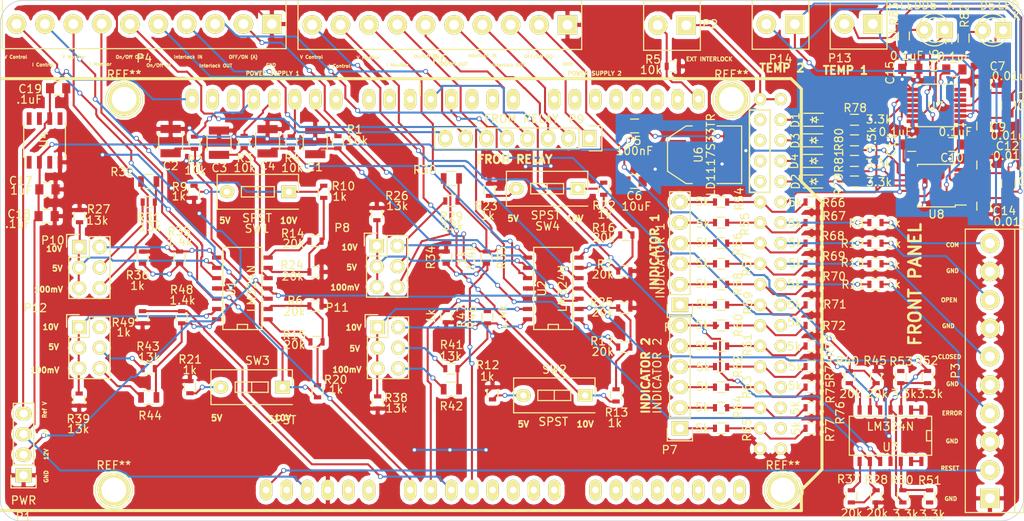
<source format=kicad_pcb>
(kicad_pcb (version 4) (host pcbnew 4.0.2-stable)
  (layers (0 F.Cu signal hide) (31 B.Cu signal hide) (34 B.Paste user) (35 F.Paste user) (36 B.SilkS user) (37 F.SilkS user) (38 B.Mask user) (39 F.Mask user) (44 Edge.Cuts user))
  (net 0 "")
  (net 1 I_OUT2)
  (net 2 GND)
  (net 3 V_OUT1)
  (net 4 I_OUT1)
  (net 5 V_OUT2)
  (net 6 +5V)
  (net 7 +3V3)
  (net 8 T1+)
  (net 9 T1-)
  (net 10 T2+)
  (net 11 T2-)
  (net 12 CS1)
  (net 13 CS1_3V3)
  (net 14 SDI)
  (net 15 SDI_3V3)
  (net 16 CS2)
  (net 17 CS2_3V3)
  (net 18 SCK)
  (net 19 SCK_3V3)
  (net 20 FAULT1)
  (net 21 "Net-(D5-Pad2)")
  (net 22 FAULT2)
  (net 23 "Net-(D6-Pad2)")
  (net 24 +12V)
  (net 25 EXTERNAL_INTERLOCK)
  (net 26 "Net-(P3-Pad4)")
  (net 27 RESET)
  (net 28 "Net-(P3-Pad8)")
  (net 29 "Net-(P3-Pad10)")
  (net 30 "ON/OFF(A)1_10V")
  (net 31 OPEN/CLOSE1_OUT)
  (net 32 OPEN/CLOSE1_IN)
  (net 33 "ON/OFF(P)1_OUT")
  (net 34 "ON/OFF(P)1_IN")
  (net 35 I_MONITOR1)
  (net 36 V_MONITOR1)
  (net 37 I_CONTROL1)
  (net 38 V_CONTROL1)
  (net 39 I_STATUS1_OUT)
  (net 40 V_STATUS1_OUT)
  (net 41 ARC_MONITOR1_OUT)
  (net 42 LOCAL/REMOTE1_OUT)
  (net 43 TRIP1_OUT)
  (net 44 HV_INDICATOR1_OUT)
  (net 45 "ON/OFF(A)2_10V")
  (net 46 OPEN/CLOSE2_OUT)
  (net 47 OPEN/CLOSE2_IN)
  (net 48 "ON/OFF(P)2_OUT")
  (net 49 "ON/OFF(P)2_IN")
  (net 50 I_MONITOR2)
  (net 51 V_MONITOR2)
  (net 52 I_CONTROL2)
  (net 53 V_CONTROL2)
  (net 54 I_STATUS2_OUT)
  (net 55 V_STATUS2_OUT)
  (net 56 ARC_MONITOR2_OUT)
  (net 57 LOCAL/REMOTE2_OUT)
  (net 58 TRIP2_OUT)
  (net 59 HV_INDICATOR2_OUT)
  (net 60 INTERLOCK1_CON)
  (net 61 INTERLOCK2_CON)
  (net 62 "ON/OFF(P)2_CON")
  (net 63 "ON/OFF(P)1_CON")
  (net 64 SDO)
  (net 65 I_PWM2)
  (net 66 V_PWM1)
  (net 67 I_PWM1)
  (net 68 V_PWM2)
  (net 69 "Net-(R15-Pad1)")
  (net 70 "Net-(R16-Pad1)")
  (net 71 COM)
  (net 72 "Net-(R9-Pad1)")
  (net 73 "Net-(R10-Pad2)")
  (net 74 ERROR)
  (net 75 "Net-(R12-Pad1)")
  (net 76 "Net-(R13-Pad2)")
  (net 77 "Net-(R14-Pad2)")
  (net 78 "Net-(R15-Pad2)")
  (net 79 "Net-(R16-Pad2)")
  (net 80 "Net-(R17-Pad2)")
  (net 81 CLOSED)
  (net 82 OPEN)
  (net 83 "Net-(R21-Pad1)")
  (net 84 "Net-(R23-Pad1)")
  (net 85 V_READING2)
  (net 86 V_READING1)
  (net 87 "Net-(R37-Pad2)")
  (net 88 "Net-(R45-Pad2)")
  (net 89 I_READING2)
  (net 90 I_READING1)
  (net 91 "Net-(R50-Pad2)")
  (net 92 "Net-(R51-Pad2)")
  (net 93 "Net-(R52-Pad2)")
  (net 94 "Net-(R53-Pad2)")
  (net 95 HV_INDICATOR1)
  (net 96 TRIP1)
  (net 97 LOCAL/REMOTE1)
  (net 98 ARC_MONITOR1)
  (net 99 V_STATUS1)
  (net 100 I_STATUS1)
  (net 101 HV_INDICATOR2)
  (net 102 TRIP2)
  (net 103 LOCAL/REMOTE2)
  (net 104 ARC_MONITOR2)
  (net 105 V_STATUS2)
  (net 106 I_STATUS2)
  (net 107 "Net-(SHIELD1-Pad14)")
  (net 108 "Net-(SHIELD1-Pad15)")
  (net 109 "Net-(SHIELD1-Pad16)")
  (net 110 "Net-(SHIELD1-Pad17)")
  (net 111 "Net-(SHIELD1-Pad18)")
  (net 112 "Net-(SHIELD1-Pad19)")
  (net 113 "Net-(SHIELD1-Pad20)")
  (net 114 "Net-(SHIELD1-PadAD15)")
  (net 115 "Net-(SHIELD1-PadAD14)")
  (net 116 "Net-(SHIELD1-PadAD13)")
  (net 117 "Net-(SHIELD1-PadAD12)")
  (net 118 "Net-(SHIELD1-PadAD8)")
  (net 119 "Net-(SHIELD1-PadAD7)")
  (net 120 "Net-(SHIELD1-PadAD6)")
  (net 121 "Net-(SHIELD1-PadAD9)")
  (net 122 "Net-(SHIELD1-PadAD10)")
  (net 123 "Net-(SHIELD1-PadAD11)")
  (net 124 "Net-(SHIELD1-PadAD5)")
  (net 125 "Net-(SHIELD1-PadAD4)")
  (net 126 "Net-(SHIELD1-PadV_IN)")
  (net 127 "Net-(SHIELD1-PadGND2)")
  (net 128 "Net-(SHIELD1-Pad3V3)")
  (net 129 "Net-(SHIELD1-Pad0)")
  (net 130 "Net-(SHIELD1-Pad1)")
  (net 131 "Net-(SHIELD1-Pad13)")
  (net 132 "Net-(SHIELD1-PadGND3)")
  (net 133 "ON/OFF(A)1")
  (net 134 "ON/OFF(A)2")
  (net 135 "Net-(U3-Pad1)")
  (net 136 "Net-(U3-Pad13)")
  (net 137 "Net-(U7-Pad6)")
  (net 138 "Net-(U7-Pad7)")
  (net 139 "Net-(U8-Pad6)")
  (net 140 "Net-(U8-Pad7)")
  (net 141 "Net-(SHIELD1-Pad41)")
  (net 142 "Net-(P8-Pad1)")
  (net 143 "Net-(P10-Pad1)")
  (net 144 "Net-(P11-Pad1)")
  (net 145 "Net-(P11-Pad2)")
  (net 146 "Net-(P12-Pad1)")
  (net 147 "Net-(P12-Pad2)")
  (net 148 "Net-(SHIELD1-Pad43)")
  (net 149 "Net-(SHIELD1-Pad45)")
  (net 150 "Net-(SHIELD1-Pad47)")
  (net 151 "Net-(SHIELD1-Pad49)")
  (net 152 "Net-(SHIELD1-Pad51)")
  (net 153 "Net-(SHIELD1-Pad53)")
  (net 154 "Net-(P3-Pad6)")
  (net 155 V_REF)
  (net 156 "Net-(SHIELD1-Pad5)")
  (net 157 "Net-(SHIELD1-Pad6)")
  (net 158 "Net-(SHIELD1-Pad7)")
  (net 159 "Net-(SHIELD1-Pad8)")
  (net 160 "Net-(SHIELD1-Pad2)")
  (net 161 "Net-(P8-Pad2)")
  (net 162 "Net-(P8-Pad4)")
  (net 163 "Net-(P8-Pad6)")
  (net 164 "Net-(P10-Pad2)")
  (net 165 "Net-(P10-Pad4)")
  (net 166 "Net-(P10-Pad6)")
  (net 167 "Net-(P11-Pad4)")
  (net 168 "Net-(P11-Pad6)")
  (net 169 "Net-(P12-Pad4)")
  (net 170 "Net-(P12-Pad6)")
  (net 171 "Net-(R43-Pad1)")
  (module arduino_shields:ARDUINO_MEGA_SHIELD (layer F.Cu) (at 37.084 112.014)
    (fp_text reference SHIELD1 (at 5.461 5.5245) (layer F.SilkS) (effects (font (thickness 0.3048))))
    (fp_text value ARDUINO_MEGA_SHIELD hide)
    (pad 14 thru_hole oval (at 68.58 -50.8 90) (size 2.54 1.524) (drill 0.8128) (layers *.Cu *.Mask F.SilkS) (net 107 "Net-(SHIELD1-Pad14)"))
    (pad 15 thru_hole oval (at 71.12 -50.8 90) (size 2.54 1.524) (drill 0.8128) (layers *.Cu *.Mask F.SilkS) (net 108 "Net-(SHIELD1-Pad15)"))
    (pad 16 thru_hole oval (at 73.66 -50.8 90) (size 2.54 1.524) (drill 0.8128) (layers *.Cu *.Mask F.SilkS) (net 109 "Net-(SHIELD1-Pad16)"))
    (pad 17 thru_hole oval (at 76.2 -50.8 90) (size 2.54 1.524) (drill 0.8128) (layers *.Cu *.Mask F.SilkS) (net 110 "Net-(SHIELD1-Pad17)"))
    (pad 18 thru_hole oval (at 78.74 -50.8 90) (size 2.54 1.524) (drill 0.8128) (layers *.Cu *.Mask F.SilkS) (net 111 "Net-(SHIELD1-Pad18)"))
    (pad 19 thru_hole oval (at 81.28 -50.8 90) (size 2.54 1.524) (drill 0.8128) (layers *.Cu *.Mask F.SilkS) (net 112 "Net-(SHIELD1-Pad19)"))
    (pad 20 thru_hole oval (at 83.82 -50.8 90) (size 2.54 1.524) (drill 0.8128) (layers *.Cu *.Mask F.SilkS) (net 113 "Net-(SHIELD1-Pad20)"))
    (pad 21 thru_hole oval (at 86.36 -50.8 90) (size 2.54 1.524) (drill 0.8128) (layers *.Cu *.Mask F.SilkS) (net 25 EXTERNAL_INTERLOCK))
    (pad AD15 thru_hole oval (at 91.44 -2.54 90) (size 2.54 1.524) (drill 0.8128) (layers *.Cu *.Mask F.SilkS) (net 114 "Net-(SHIELD1-PadAD15)"))
    (pad AD14 thru_hole oval (at 88.9 -2.54 90) (size 2.54 1.524) (drill 0.8128) (layers *.Cu *.Mask F.SilkS) (net 115 "Net-(SHIELD1-PadAD14)"))
    (pad AD13 thru_hole oval (at 86.36 -2.54 90) (size 2.54 1.524) (drill 0.8128) (layers *.Cu *.Mask F.SilkS) (net 116 "Net-(SHIELD1-PadAD13)"))
    (pad AD12 thru_hole oval (at 83.82 -2.54 90) (size 2.54 1.524) (drill 0.8128) (layers *.Cu *.Mask F.SilkS) (net 117 "Net-(SHIELD1-PadAD12)"))
    (pad AD8 thru_hole oval (at 73.66 -2.54 90) (size 2.54 1.524) (drill 0.8128) (layers *.Cu *.Mask F.SilkS) (net 118 "Net-(SHIELD1-PadAD8)"))
    (pad AD7 thru_hole oval (at 68.58 -2.54 90) (size 2.54 1.524) (drill 0.8128) (layers *.Cu *.Mask F.SilkS) (net 119 "Net-(SHIELD1-PadAD7)"))
    (pad AD6 thru_hole oval (at 66.04 -2.54 90) (size 2.54 1.524) (drill 0.8128) (layers *.Cu *.Mask F.SilkS) (net 120 "Net-(SHIELD1-PadAD6)"))
    (pad AD9 thru_hole oval (at 76.2 -2.54 90) (size 2.54 1.524) (drill 0.8128) (layers *.Cu *.Mask F.SilkS) (net 121 "Net-(SHIELD1-PadAD9)"))
    (pad AD10 thru_hole oval (at 78.74 -2.54 90) (size 2.54 1.524) (drill 0.8128) (layers *.Cu *.Mask F.SilkS) (net 122 "Net-(SHIELD1-PadAD10)"))
    (pad AD11 thru_hole oval (at 81.28 -2.54 90) (size 2.54 1.524) (drill 0.8128) (layers *.Cu *.Mask F.SilkS) (net 123 "Net-(SHIELD1-PadAD11)"))
    (pad AD5 thru_hole oval (at 63.5 -2.54 90) (size 2.54 1.524) (drill 0.8128) (layers *.Cu *.Mask F.SilkS) (net 124 "Net-(SHIELD1-PadAD5)"))
    (pad AD4 thru_hole oval (at 60.96 -2.54 90) (size 2.54 1.524) (drill 0.8128) (layers *.Cu *.Mask F.SilkS) (net 125 "Net-(SHIELD1-PadAD4)"))
    (pad AD3 thru_hole oval (at 58.42 -2.54 90) (size 2.54 1.524) (drill 0.8128) (layers *.Cu *.Mask F.SilkS) (net 85 V_READING2))
    (pad AD0 thru_hole oval (at 50.8 -2.54 90) (size 2.54 1.524) (drill 0.8128) (layers *.Cu *.Mask F.SilkS) (net 86 V_READING1))
    (pad AD1 thru_hole oval (at 53.34 -2.54 90) (size 2.54 1.524) (drill 0.8128) (layers *.Cu *.Mask F.SilkS) (net 89 I_READING2))
    (pad AD2 thru_hole oval (at 55.88 -2.54 90) (size 2.54 1.524) (drill 0.8128) (layers *.Cu *.Mask F.SilkS) (net 90 I_READING1))
    (pad V_IN thru_hole oval (at 45.72 -2.54 90) (size 2.54 1.524) (drill 0.8128) (layers *.Cu *.Mask F.SilkS) (net 126 "Net-(SHIELD1-PadV_IN)"))
    (pad GND2 thru_hole oval (at 43.18 -2.54 90) (size 2.54 1.524) (drill 0.8128) (layers *.Cu *.Mask F.SilkS) (net 127 "Net-(SHIELD1-PadGND2)"))
    (pad GND1 thru_hole oval (at 40.64 -2.54 90) (size 2.54 1.524) (drill 0.8128) (layers *.Cu *.Mask F.SilkS) (net 2 GND))
    (pad 3V3 thru_hole oval (at 35.56 -2.54 90) (size 2.54 1.524) (drill 0.8128) (layers *.Cu *.Mask F.SilkS) (net 128 "Net-(SHIELD1-Pad3V3)"))
    (pad RST thru_hole oval (at 33.02 -2.54 90) (size 2.54 1.524) (drill 0.8128) (layers *.Cu *.Mask F.SilkS) (net 27 RESET))
    (pad 0 thru_hole oval (at 63.5 -50.8 90) (size 2.54 1.524) (drill 0.8128) (layers *.Cu *.Mask F.SilkS) (net 129 "Net-(SHIELD1-Pad0)"))
    (pad 1 thru_hole oval (at 60.96 -50.8 90) (size 2.54 1.524) (drill 0.8128) (layers *.Cu *.Mask F.SilkS) (net 130 "Net-(SHIELD1-Pad1)"))
    (pad 2 thru_hole oval (at 58.42 -50.8 90) (size 2.54 1.524) (drill 0.8128) (layers *.Cu *.Mask F.SilkS) (net 160 "Net-(SHIELD1-Pad2)"))
    (pad 3 thru_hole oval (at 55.88 -50.8 90) (size 2.54 1.524) (drill 0.8128) (layers *.Cu *.Mask F.SilkS) (net 134 "ON/OFF(A)2"))
    (pad 4 thru_hole oval (at 53.34 -50.8 90) (size 2.54 1.524) (drill 0.8128) (layers *.Cu *.Mask F.SilkS) (net 133 "ON/OFF(A)1"))
    (pad 5 thru_hole oval (at 50.8 -50.8 90) (size 2.54 1.524) (drill 0.8128) (layers *.Cu *.Mask F.SilkS) (net 156 "Net-(SHIELD1-Pad5)"))
    (pad 6 thru_hole oval (at 48.26 -50.8 90) (size 2.54 1.524) (drill 0.8128) (layers *.Cu *.Mask F.SilkS) (net 157 "Net-(SHIELD1-Pad6)"))
    (pad 7 thru_hole oval (at 45.72 -50.8 90) (size 2.54 1.524) (drill 0.8128) (layers *.Cu *.Mask F.SilkS) (net 158 "Net-(SHIELD1-Pad7)"))
    (pad 8 thru_hole oval (at 41.656 -50.8 90) (size 2.54 1.524) (drill 0.8128) (layers *.Cu *.Mask F.SilkS) (net 159 "Net-(SHIELD1-Pad8)"))
    (pad 9 thru_hole oval (at 39.116 -50.8 90) (size 2.54 1.524) (drill 0.8128) (layers *.Cu *.Mask F.SilkS) (net 65 I_PWM2))
    (pad 10 thru_hole oval (at 36.576 -50.8 90) (size 2.54 1.524) (drill 0.8128) (layers *.Cu *.Mask F.SilkS) (net 68 V_PWM2))
    (pad 11 thru_hole oval (at 34.036 -50.8 90) (size 2.54 1.524) (drill 0.8128) (layers *.Cu *.Mask F.SilkS) (net 67 I_PWM1))
    (pad 12 thru_hole oval (at 31.496 -50.8 90) (size 2.54 1.524) (drill 0.8128) (layers *.Cu *.Mask F.SilkS) (net 66 V_PWM1))
    (pad 13 thru_hole oval (at 28.956 -50.8 90) (size 2.54 1.524) (drill 0.8128) (layers *.Cu *.Mask F.SilkS) (net 131 "Net-(SHIELD1-Pad13)"))
    (pad GND3 thru_hole oval (at 26.416 -50.8 90) (size 2.54 1.524) (drill 0.8128) (layers *.Cu *.Mask F.SilkS) (net 132 "Net-(SHIELD1-PadGND3)"))
    (pad AREF thru_hole oval (at 23.876 -50.8 90) (size 2.54 1.524) (drill 0.8128) (layers *.Cu *.Mask F.SilkS) (net 155 V_REF))
    (pad 5V thru_hole oval (at 38.1 -2.54 90) (size 2.54 1.524) (drill 0.8128) (layers *.Cu *.Mask F.SilkS) (net 6 +5V))
    (pad 22 thru_hole circle (at 93.98 -48.26) (size 1.524 1.524) (drill 0.8128) (layers *.Cu *.Mask F.SilkS) (net 60 INTERLOCK1_CON))
    (pad 23 thru_hole circle (at 96.52 -48.26) (size 1.524 1.524) (drill 0.8128) (layers *.Cu *.Mask F.SilkS) (net 12 CS1))
    (pad 24 thru_hole circle (at 93.98 -45.72) (size 1.524 1.524) (drill 0.8128) (layers *.Cu *.Mask F.SilkS) (net 61 INTERLOCK2_CON))
    (pad 25 thru_hole circle (at 96.52 -45.72) (size 1.524 1.524) (drill 0.8128) (layers *.Cu *.Mask F.SilkS) (net 16 CS2))
    (pad 26 thru_hole circle (at 93.98 -43.18) (size 1.524 1.524) (drill 0.8128) (layers *.Cu *.Mask F.SilkS) (net 63 "ON/OFF(P)1_CON"))
    (pad 27 thru_hole circle (at 96.52 -43.18) (size 1.524 1.524) (drill 0.8128) (layers *.Cu *.Mask F.SilkS) (net 18 SCK))
    (pad 28 thru_hole circle (at 93.98 -40.64) (size 1.524 1.524) (drill 0.8128) (layers *.Cu *.Mask F.SilkS) (net 62 "ON/OFF(P)2_CON"))
    (pad 29 thru_hole circle (at 96.52 -40.64) (size 1.524 1.524) (drill 0.8128) (layers *.Cu *.Mask F.SilkS) (net 14 SDI))
    (pad 5V_4 thru_hole circle (at 93.98 -50.8) (size 1.524 1.524) (drill 0.8128) (layers *.Cu *.Mask F.SilkS) (net 6 +5V))
    (pad 5V_5 thru_hole circle (at 96.52 -50.8) (size 1.524 1.524) (drill 0.8128) (layers *.Cu *.Mask F.SilkS) (net 6 +5V))
    (pad 31 thru_hole circle (at 96.52 -38.1) (size 1.524 1.524) (drill 0.8128) (layers *.Cu *.Mask F.SilkS) (net 64 SDO))
    (pad 30 thru_hole circle (at 93.98 -38.1) (size 1.524 1.524) (drill 0.8128) (layers *.Cu *.Mask F.SilkS) (net 95 HV_INDICATOR1))
    (pad 32 thru_hole circle (at 93.98 -35.56) (size 1.524 1.524) (drill 0.8128) (layers *.Cu *.Mask F.SilkS) (net 96 TRIP1))
    (pad 33 thru_hole circle (at 96.52 -35.56) (size 1.524 1.524) (drill 0.8128) (layers *.Cu *.Mask F.SilkS) (net 71 COM))
    (pad 34 thru_hole circle (at 93.98 -33.02) (size 1.524 1.524) (drill 0.8128) (layers *.Cu *.Mask F.SilkS) (net 97 LOCAL/REMOTE1))
    (pad 35 thru_hole circle (at 96.52 -33.02) (size 1.524 1.524) (drill 0.8128) (layers *.Cu *.Mask F.SilkS) (net 82 OPEN))
    (pad 36 thru_hole circle (at 93.98 -30.48) (size 1.524 1.524) (drill 0.8128) (layers *.Cu *.Mask F.SilkS) (net 98 ARC_MONITOR1))
    (pad 37 thru_hole circle (at 96.52 -30.48) (size 1.524 1.524) (drill 0.8128) (layers *.Cu *.Mask F.SilkS) (net 81 CLOSED))
    (pad 38 thru_hole circle (at 93.98 -27.94) (size 1.524 1.524) (drill 0.8128) (layers *.Cu *.Mask F.SilkS) (net 99 V_STATUS1))
    (pad 39 thru_hole circle (at 96.52 -27.94) (size 1.524 1.524) (drill 0.8128) (layers *.Cu *.Mask F.SilkS) (net 74 ERROR))
    (pad 40 thru_hole circle (at 93.98 -25.4) (size 1.524 1.524) (drill 0.8128) (layers *.Cu *.Mask F.SilkS) (net 100 I_STATUS1))
    (pad 41 thru_hole circle (at 96.52 -25.4) (size 1.524 1.524) (drill 0.8128) (layers *.Cu *.Mask F.SilkS) (net 141 "Net-(SHIELD1-Pad41)"))
    (pad 42 thru_hole circle (at 93.98 -22.86) (size 1.524 1.524) (drill 0.8128) (layers *.Cu *.Mask F.SilkS) (net 101 HV_INDICATOR2))
    (pad 43 thru_hole circle (at 96.52 -22.86) (size 1.524 1.524) (drill 0.8128) (layers *.Cu *.Mask F.SilkS) (net 148 "Net-(SHIELD1-Pad43)"))
    (pad 44 thru_hole circle (at 93.98 -20.32) (size 1.524 1.524) (drill 0.8128) (layers *.Cu *.Mask F.SilkS) (net 102 TRIP2))
    (pad 45 thru_hole circle (at 96.52 -20.32) (size 1.524 1.524) (drill 0.8128) (layers *.Cu *.Mask F.SilkS) (net 149 "Net-(SHIELD1-Pad45)"))
    (pad 46 thru_hole circle (at 93.98 -17.78) (size 1.524 1.524) (drill 0.8128) (layers *.Cu *.Mask F.SilkS) (net 103 LOCAL/REMOTE2))
    (pad 47 thru_hole circle (at 96.52 -17.78) (size 1.524 1.524) (drill 0.8128) (layers *.Cu *.Mask F.SilkS) (net 150 "Net-(SHIELD1-Pad47)"))
    (pad 48 thru_hole circle (at 93.98 -15.24) (size 1.524 1.524) (drill 0.8128) (layers *.Cu *.Mask F.SilkS) (net 104 ARC_MONITOR2))
    (pad 49 thru_hole circle (at 96.52 -15.24) (size 1.524 1.524) (drill 0.8128) (layers *.Cu *.Mask F.SilkS) (net 151 "Net-(SHIELD1-Pad49)"))
    (pad 50 thru_hole circle (at 93.98 -12.7) (size 1.524 1.524) (drill 0.8128) (layers *.Cu *.Mask F.SilkS) (net 105 V_STATUS2))
    (pad 51 thru_hole circle (at 96.52 -12.7) (size 1.524 1.524) (drill 0.8128) (layers *.Cu *.Mask F.SilkS) (net 152 "Net-(SHIELD1-Pad51)"))
    (pad 52 thru_hole circle (at 93.98 -10.16) (size 1.524 1.524) (drill 0.8128) (layers *.Cu *.Mask F.SilkS) (net 106 I_STATUS2))
    (pad 53 thru_hole circle (at 96.52 -10.16) (size 1.524 1.524) (drill 0.8128) (layers *.Cu *.Mask F.SilkS) (net 153 "Net-(SHIELD1-Pad53)"))
    (pad GND4 thru_hole circle (at 93.98 -7.62) (size 1.524 1.524) (drill 0.8128) (layers *.Cu *.Mask F.SilkS) (net 2 GND))
    (pad GND5 thru_hole circle (at 96.52 -7.62) (size 1.524 1.524) (drill 0.8128) (layers *.Cu *.Mask F.SilkS) (net 2 GND))
  )
  (module LEDs:LED-3MM (layer F.Cu) (at 161.0495 52.6918 180)
    (fp_text reference D5 (at 1.91 3.06 180) (layer F.SilkS))
    (fp_text value LED (at -0.6385 3.0948 180) (layer F.SilkS))
    (fp_text user K (at -1.69 1.74 180) (layer F.SilkS))
    (pad 1 thru_hole rect (at 0 0 270) (size 2 2) (drill 1.00076) (layers *.Cu *.Mask F.SilkS) (net 20 FAULT1))
    (pad 2 thru_hole circle (at 2.54 0 180) (size 2 2) (drill 1.00076) (layers *.Cu *.Mask F.SilkS) (net 21 "Net-(D5-Pad2)"))
  )
  (module LEDs:LED-3MM (layer F.Cu) (at 153.8359 52.6664 180)
    (fp_text reference D6 (at 1.91 3.06 180) (layer F.SilkS))
    (fp_text value LED (at 4.1979 3.0694 180) (layer F.SilkS))
    (fp_text user K (at -0.7521 3.0694 180) (layer F.SilkS))
    (pad 1 thru_hole rect (at 0 0 270) (size 2 2) (drill 1.00076) (layers *.Cu *.Mask F.SilkS) (net 22 FAULT2))
    (pad 2 thru_hole circle (at 2.54 0 180) (size 2 2) (drill 1.00076) (layers *.Cu *.Mask F.SilkS) (net 23 "Net-(D6-Pad2)"))
  )
  (module Diodes_SMD:SOD-323 (layer F.Cu) (at 137.745 63.7535)
    (fp_text reference D1 (at -2.357 0.0435 270) (layer F.SilkS))
    (fp_text value D_Small (at 37.643 11.8935) (layer F.SilkS))
    (pad 1 smd rect (at -1.055 0) (size 0.59 0.45) (layers F.Cu F.Paste F.Mask) (net 12 CS1))
    (pad 2 smd rect (at 1.055 0) (size 0.59 0.45) (layers F.Cu F.Paste F.Mask) (net 13 CS1_3V3))
  )
  (module Diodes_SMD:SOD-323 (layer F.Cu) (at 137.6815 71.3735)
    (fp_text reference D2 (at -2.2435 0.0235 90) (layer F.SilkS))
    (fp_text value D_Small (at 46.5065 -2.6765) (layer F.SilkS))
    (pad 1 smd rect (at -1.055 0) (size 0.59 0.45) (layers F.Cu F.Paste F.Mask) (net 14 SDI))
    (pad 2 smd rect (at 1.055 0) (size 0.59 0.45) (layers F.Cu F.Paste F.Mask) (net 15 SDI_3V3))
  )
  (module Diodes_SMD:SOD-323 (layer F.Cu) (at 137.6815 66.2935)
    (fp_text reference D3 (at -2.2935 0.0535 90) (layer F.SilkS))
    (fp_text value D_Small (at 46.0565 10.1535) (layer F.SilkS))
    (pad 1 smd rect (at -1.055 0) (size 0.59 0.45) (layers F.Cu F.Paste F.Mask) (net 16 CS2))
    (pad 2 smd rect (at 1.055 0) (size 0.59 0.45) (layers F.Cu F.Paste F.Mask) (net 17 CS2_3V3))
  )
  (module Diodes_SMD:SOD-323 (layer F.Cu) (at 137.6815 68.8335)
    (fp_text reference D4 (at -2.4435 0.0635 90) (layer F.SilkS))
    (fp_text value D_Small (at 40.5565 -1.2865) (layer F.SilkS))
    (pad 1 smd rect (at -1.055 0) (size 0.59 0.45) (layers F.Cu F.Paste F.Mask) (net 18 SCK))
    (pad 2 smd rect (at 1.055 0) (size 0.59 0.45) (layers F.Cu F.Paste F.Mask) (net 19 SCK_3V3))
  )
  (module Pin_Headers:Pin_Header_Straight_1x04 (layer F.Cu) (at 40.1836 107.6574 180)
    (fp_text reference P1 (at 0 -5.1 180) (layer F.SilkS))
    (fp_text value PWR (at 0 -3.1 180) (layer F.SilkS))
    (pad 1 thru_hole rect (at 0 0 180) (size 2.032 1.7272) (drill 1.016) (layers *.Cu *.Mask F.SilkS) (net 2 GND))
    (pad 2 thru_hole oval (at 0 2.54 180) (size 2.032 1.7272) (drill 1.016) (layers *.Cu *.Mask F.SilkS) (net 24 +12V))
    (pad 3 thru_hole oval (at 0 5.08 180) (size 2.032 1.7272) (drill 1.016) (layers *.Cu *.Mask F.SilkS) (net 6 +5V))
    (pad 4 thru_hole oval (at 0 7.62 180) (size 2.032 1.7272) (drill 1.016) (layers *.Cu *.Mask F.SilkS) (net 155 V_REF))
  )
  (module Pin_Headers:Pin_Header_Straight_1x06 (layer F.Cu) (at 121.158 86.614 180)
    (fp_text reference P5 (at 1.016 -2.794 180) (layer F.SilkS))
    (fp_text value "INDICATOR 1" (at 2.413 5.461 270) (layer F.SilkS))
    (pad 1 thru_hole rect (at 0 0 180) (size 2.032 1.7272) (drill 1.016) (layers *.Cu *.Mask F.SilkS) (net 39 I_STATUS1_OUT))
    (pad 2 thru_hole oval (at 0 2.54 180) (size 2.032 1.7272) (drill 1.016) (layers *.Cu *.Mask F.SilkS) (net 40 V_STATUS1_OUT))
    (pad 3 thru_hole oval (at 0 5.08 180) (size 2.032 1.7272) (drill 1.016) (layers *.Cu *.Mask F.SilkS) (net 41 ARC_MONITOR1_OUT))
    (pad 4 thru_hole oval (at 0 7.62 180) (size 2.032 1.7272) (drill 1.016) (layers *.Cu *.Mask F.SilkS) (net 42 LOCAL/REMOTE1_OUT))
    (pad 5 thru_hole oval (at 0 10.16 180) (size 2.032 1.7272) (drill 1.016) (layers *.Cu *.Mask F.SilkS) (net 43 TRIP1_OUT))
    (pad 6 thru_hole oval (at 0 12.7 180) (size 2.032 1.7272) (drill 1.016) (layers *.Cu *.Mask F.SilkS) (net 44 HV_INDICATOR1_OUT))
  )
  (module Pin_Headers:Pin_Header_Straight_1x06 (layer F.Cu) (at 121.158 101.854 180)
    (fp_text reference P7 (at 1.27 -2.667 180) (layer F.SilkS))
    (fp_text value "INDICATOR 2" (at 2.794 6.477 270) (layer F.SilkS))
    (pad 1 thru_hole rect (at 0 0 180) (size 2.032 1.7272) (drill 1.016) (layers *.Cu *.Mask F.SilkS) (net 54 I_STATUS2_OUT))
    (pad 2 thru_hole oval (at 0 2.54 180) (size 2.032 1.7272) (drill 1.016) (layers *.Cu *.Mask F.SilkS) (net 55 V_STATUS2_OUT))
    (pad 3 thru_hole oval (at 0 5.08 180) (size 2.032 1.7272) (drill 1.016) (layers *.Cu *.Mask F.SilkS) (net 56 ARC_MONITOR2_OUT))
    (pad 4 thru_hole oval (at 0 7.62 180) (size 2.032 1.7272) (drill 1.016) (layers *.Cu *.Mask F.SilkS) (net 57 LOCAL/REMOTE2_OUT))
    (pad 5 thru_hole oval (at 0 10.16 180) (size 2.032 1.7272) (drill 1.016) (layers *.Cu *.Mask F.SilkS) (net 58 TRIP2_OUT))
    (pad 6 thru_hole oval (at 0 12.7 180) (size 2.032 1.7272) (drill 1.016) (layers *.Cu *.Mask F.SilkS) (net 59 HV_INDICATOR2_OUT))
  )
  (module Pin_Headers:Pin_Header_Straight_1x08 (layer F.Cu) (at 109.982 66.04 270)
    (fp_text reference P9 (at -2.343 1.594 360) (layer F.SilkS))
    (fp_text value "FROM RELAY" (at -2.413 8.382 360) (layer F.SilkS))
    (pad 1 thru_hole rect (at 0 0 270) (size 2.032 1.7272) (drill 1.016) (layers *.Cu *.Mask F.SilkS) (net 46 OPEN/CLOSE2_OUT))
    (pad 2 thru_hole oval (at 0 2.54 270) (size 2.032 1.7272) (drill 1.016) (layers *.Cu *.Mask F.SilkS) (net 47 OPEN/CLOSE2_IN))
    (pad 3 thru_hole oval (at 0 5.08 270) (size 2.032 1.7272) (drill 1.016) (layers *.Cu *.Mask F.SilkS) (net 48 "ON/OFF(P)2_OUT"))
    (pad 4 thru_hole oval (at 0 7.62 270) (size 2.032 1.7272) (drill 1.016) (layers *.Cu *.Mask F.SilkS) (net 49 "ON/OFF(P)2_IN"))
    (pad 5 thru_hole oval (at 0 10.16 270) (size 2.032 1.7272) (drill 1.016) (layers *.Cu *.Mask F.SilkS) (net 31 OPEN/CLOSE1_OUT))
    (pad 6 thru_hole oval (at 0 12.7 270) (size 2.032 1.7272) (drill 1.016) (layers *.Cu *.Mask F.SilkS) (net 32 OPEN/CLOSE1_IN))
    (pad 7 thru_hole oval (at 0 15.24 270) (size 2.032 1.7272) (drill 1.016) (layers *.Cu *.Mask F.SilkS) (net 33 "ON/OFF(P)1_OUT"))
    (pad 8 thru_hole oval (at 0 17.78 270) (size 2.032 1.7272) (drill 1.016) (layers *.Cu *.Mask F.SilkS) (net 34 "ON/OFF(P)1_IN"))
  )
  (module Buttons_Switches_ThroughHole:SW_DIP_x1_Slide (layer F.Cu) (at 72.898 72.644 90)
    (fp_text reference SW1 (at -4.553 -3.91 180) (layer F.SilkS))
    (fp_text value SPST (at -3.253 -3.91 180) (layer F.SilkS))
    (pad 1 thru_hole rect (at 0 0 90) (size 1.524 1.824) (drill 0.762) (layers *.Cu *.Mask F.SilkS) (net 37 I_CONTROL1))
    (pad 2 thru_hole oval (at 0 -7.62 90) (size 1.524 1.824) (drill 0.762) (layers *.Cu *.Mask F.SilkS) (net 72 "Net-(R9-Pad1)"))
  )
  (module Buttons_Switches_ThroughHole:SW_DIP_x1_Slide (layer F.Cu) (at 109.474 97.79 90)
    (fp_text reference SW2 (at 3.193 -3.786 180) (layer F.SilkS))
    (fp_text value SPST (at -3.257 -3.936 180) (layer F.SilkS))
    (pad 1 thru_hole rect (at 0 0 90) (size 1.524 1.824) (drill 0.762) (layers *.Cu *.Mask F.SilkS) (net 52 I_CONTROL2))
    (pad 2 thru_hole oval (at 0 -7.62 90) (size 1.524 1.824) (drill 0.762) (layers *.Cu *.Mask F.SilkS) (net 75 "Net-(R12-Pad1)"))
  )
  (module Buttons_Switches_ThroughHole:SW_DIP_x1_Slide (layer F.Cu) (at 72.136 96.774 90)
    (fp_text reference SW3 (at 3.277 -3.098 180) (layer F.SilkS))
    (fp_text value SPST (at -4.064 -0.127 180) (layer F.SilkS))
    (pad 1 thru_hole rect (at 0 0 90) (size 1.524 1.824) (drill 0.762) (layers *.Cu *.Mask F.SilkS) (net 38 V_CONTROL1))
    (pad 2 thru_hole oval (at 0 -7.62 90) (size 1.524 1.824) (drill 0.762) (layers *.Cu *.Mask F.SilkS) (net 83 "Net-(R21-Pad1)"))
  )
  (module Buttons_Switches_ThroughHole:SW_DIP_x1_Slide (layer F.Cu) (at 108.585 72.263 90)
    (fp_text reference SW4 (at -4.634 -3.747 180) (layer F.SilkS))
    (fp_text value SPST (at -3.284 -3.997 180) (layer F.SilkS))
    (pad 1 thru_hole rect (at 0 0 90) (size 1.524 1.824) (drill 0.762) (layers *.Cu *.Mask F.SilkS) (net 53 V_CONTROL2))
    (pad 2 thru_hole oval (at 0 -7.62 90) (size 1.524 1.824) (drill 0.762) (layers *.Cu *.Mask F.SilkS) (net 84 "Net-(R23-Pad1)"))
  )
  (module SMD_Packages:SOIC-14_N (layer F.Cu) (at 67.056 84.582 90)
    (fp_text reference U1 (at 0 -1.27 90) (layer F.SilkS))
    (fp_text value LM324N (at 0 1.27 90) (layer F.SilkS))
    (pad 1 smd rect (at -3.81 3.302 90) (size 0.508 1.143) (layers F.Cu F.Paste F.Mask) (net 78 "Net-(R15-Pad2)"))
    (pad 2 smd rect (at -2.54 3.302 90) (size 0.508 1.143) (layers F.Cu F.Paste F.Mask) (net 69 "Net-(R15-Pad1)"))
    (pad 3 smd rect (at -1.27 3.302 90) (size 0.508 1.143) (layers F.Cu F.Paste F.Mask) (net 3 V_OUT1))
    (pad 4 smd rect (at 0 3.302 90) (size 0.508 1.143) (layers F.Cu F.Paste F.Mask) (net 24 +12V))
    (pad 5 smd rect (at 1.27 3.302 90) (size 0.508 1.143) (layers F.Cu F.Paste F.Mask) (net 4 I_OUT1))
    (pad 6 smd rect (at 2.54 3.302 90) (size 0.508 1.143) (layers F.Cu F.Paste F.Mask) (net 73 "Net-(R10-Pad2)"))
    (pad 7 smd rect (at 3.81 3.302 90) (size 0.508 1.143) (layers F.Cu F.Paste F.Mask) (net 77 "Net-(R14-Pad2)"))
    (pad 8 smd rect (at 3.81 -3.048 90) (size 0.508 1.143) (layers F.Cu F.Paste F.Mask) (net 164 "Net-(P10-Pad2)"))
    (pad 9 smd rect (at 2.54 -3.048 90) (size 0.508 1.143) (layers F.Cu F.Paste F.Mask) (net 143 "Net-(P10-Pad1)"))
    (pad 11 smd rect (at 0 -3.048 90) (size 0.508 1.143) (layers F.Cu F.Paste F.Mask) (net 2 GND))
    (pad 12 smd rect (at -1.27 -3.048 90) (size 0.508 1.143) (layers F.Cu F.Paste F.Mask) (net 35 I_MONITOR1))
    (pad 13 smd rect (at -2.54 -3.048 90) (size 0.508 1.143) (layers F.Cu F.Paste F.Mask) (net 146 "Net-(P12-Pad1)"))
    (pad 14 smd rect (at -3.81 -3.048 90) (size 0.508 1.143) (layers F.Cu F.Paste F.Mask) (net 171 "Net-(R43-Pad1)"))
    (pad 10 smd rect (at 1.27 -3.048 90) (size 0.508 1.143) (layers F.Cu F.Paste F.Mask) (net 36 V_MONITOR1))
  )
  (module SMD_Packages:SOIC-14_N (layer F.Cu) (at 105.41 84.582 90)
    (fp_text reference U2 (at 0 -1.27 90) (layer F.SilkS))
    (fp_text value LM324N (at 0 1.27 90) (layer F.SilkS))
    (pad 1 smd rect (at -3.81 3.302 90) (size 0.508 1.143) (layers F.Cu F.Paste F.Mask) (net 80 "Net-(R17-Pad2)"))
    (pad 2 smd rect (at -2.54 3.302 90) (size 0.508 1.143) (layers F.Cu F.Paste F.Mask) (net 76 "Net-(R13-Pad2)"))
    (pad 3 smd rect (at -1.27 3.302 90) (size 0.508 1.143) (layers F.Cu F.Paste F.Mask) (net 1 I_OUT2))
    (pad 4 smd rect (at 0 3.302 90) (size 0.508 1.143) (layers F.Cu F.Paste F.Mask) (net 24 +12V))
    (pad 5 smd rect (at 1.27 3.302 90) (size 0.508 1.143) (layers F.Cu F.Paste F.Mask) (net 5 V_OUT2))
    (pad 6 smd rect (at 2.54 3.302 90) (size 0.508 1.143) (layers F.Cu F.Paste F.Mask) (net 70 "Net-(R16-Pad1)"))
    (pad 7 smd rect (at 3.81 3.302 90) (size 0.508 1.143) (layers F.Cu F.Paste F.Mask) (net 79 "Net-(R16-Pad2)"))
    (pad 8 smd rect (at 3.81 -3.048 90) (size 0.508 1.143) (layers F.Cu F.Paste F.Mask) (net 161 "Net-(P8-Pad2)"))
    (pad 9 smd rect (at 2.54 -3.048 90) (size 0.508 1.143) (layers F.Cu F.Paste F.Mask) (net 142 "Net-(P8-Pad1)"))
    (pad 11 smd rect (at 0 -3.048 90) (size 0.508 1.143) (layers F.Cu F.Paste F.Mask) (net 2 GND))
    (pad 12 smd rect (at -1.27 -3.048 90) (size 0.508 1.143) (layers F.Cu F.Paste F.Mask) (net 50 I_MONITOR2))
    (pad 13 smd rect (at -2.54 -3.048 90) (size 0.508 1.143) (layers F.Cu F.Paste F.Mask) (net 144 "Net-(P11-Pad1)"))
    (pad 14 smd rect (at -3.81 -3.048 90) (size 0.508 1.143) (layers F.Cu F.Paste F.Mask) (net 145 "Net-(P11-Pad2)"))
    (pad 10 smd rect (at 1.27 -3.048 90) (size 0.508 1.143) (layers F.Cu F.Paste F.Mask) (net 51 V_MONITOR2))
  )
  (module SMD_Packages:SOIC-14_N (layer F.Cu) (at 147.1422 102.8954 180)
    (fp_text reference U3 (at 0 -1.27 180) (layer F.SilkS))
    (fp_text value LM324N (at 0 1.27 180) (layer F.SilkS))
    (pad 1 smd rect (at -3.81 3.302 180) (size 0.508 1.143) (layers F.Cu F.Paste F.Mask) (net 135 "Net-(U3-Pad1)"))
    (pad 2 smd rect (at -2.54 3.302 180) (size 0.508 1.143) (layers F.Cu F.Paste F.Mask) (net 135 "Net-(U3-Pad1)"))
    (pad 3 smd rect (at -1.27 3.302 180) (size 0.508 1.143) (layers F.Cu F.Paste F.Mask) (net 93 "Net-(R52-Pad2)"))
    (pad 4 smd rect (at 0 3.302 180) (size 0.508 1.143) (layers F.Cu F.Paste F.Mask) (net 24 +12V))
    (pad 5 smd rect (at 1.27 3.302 180) (size 0.508 1.143) (layers F.Cu F.Paste F.Mask) (net 134 "ON/OFF(A)2"))
    (pad 6 smd rect (at 2.54 3.302 180) (size 0.508 1.143) (layers F.Cu F.Paste F.Mask) (net 45 "ON/OFF(A)2_10V"))
    (pad 7 smd rect (at 3.81 3.302 180) (size 0.508 1.143) (layers F.Cu F.Paste F.Mask) (net 88 "Net-(R45-Pad2)"))
    (pad 8 smd rect (at 3.81 -3.048 180) (size 0.508 1.143) (layers F.Cu F.Paste F.Mask) (net 87 "Net-(R37-Pad2)"))
    (pad 9 smd rect (at 2.54 -3.048 180) (size 0.508 1.143) (layers F.Cu F.Paste F.Mask) (net 30 "ON/OFF(A)1_10V"))
    (pad 11 smd rect (at 0 -3.048 180) (size 0.508 1.143) (layers F.Cu F.Paste F.Mask) (net 2 GND))
    (pad 12 smd rect (at -1.27 -3.048 180) (size 0.508 1.143) (layers F.Cu F.Paste F.Mask) (net 91 "Net-(R50-Pad2)"))
    (pad 13 smd rect (at -2.54 -3.048 180) (size 0.508 1.143) (layers F.Cu F.Paste F.Mask) (net 136 "Net-(U3-Pad13)"))
    (pad 14 smd rect (at -3.81 -3.048 180) (size 0.508 1.143) (layers F.Cu F.Paste F.Mask) (net 136 "Net-(U3-Pad13)"))
    (pad 10 smd rect (at 1.27 -3.048 180) (size 0.508 1.143) (layers F.Cu F.Paste F.Mask) (net 133 "ON/OFF(A)1"))
  )
  (module TO_SOT_Packages_SMD:SOT-223 (layer F.Cu) (at 124.206 68.072 90)
    (fp_text reference U6 (at 0 -0.762 90) (layer F.SilkS))
    (fp_text value LD1117S33TR (at 0 0.762 90) (layer F.SilkS))
    (pad 4 smd rect (at 0 -3.302 90) (size 3.6576 2.032) (layers F.Cu F.Paste F.Mask))
    (pad 2 smd rect (at 0 3.302 90) (size 1.016 2.032) (layers F.Cu F.Paste F.Mask) (net 7 +3V3))
    (pad 3 smd rect (at 2.286 3.302 90) (size 1.016 2.032) (layers F.Cu F.Paste F.Mask) (net 6 +5V))
    (pad 1 smd rect (at -2.286 3.302 90) (size 1.016 2.032) (layers F.Cu F.Paste F.Mask) (net 2 GND))
  )
  (module Housings_SSOP:TSSOP-14_4.4x5mm_Pitch0.65mm (layer F.Cu) (at 152.8064 61.976 180)
    (fp_text reference U7 (at 0.1184 -0.121 180) (layer F.SilkS))
    (fp_text value MAX31856 (at -19.6316 3.329 270) (layer F.SilkS))
    (pad 1 smd rect (at -2.95 -1.95 180) (size 1.45 0.45) (layers F.Cu F.Paste F.Mask) (net 2 GND))
    (pad 2 smd rect (at -2.95 -1.3 180) (size 1.45 0.45) (layers F.Cu F.Paste F.Mask) (net 9 T1-))
    (pad 3 smd rect (at -2.95 -0.65 180) (size 1.45 0.45) (layers F.Cu F.Paste F.Mask) (net 9 T1-))
    (pad 4 smd rect (at -2.95 0 180) (size 1.45 0.45) (layers F.Cu F.Paste F.Mask) (net 8 T1+))
    (pad 5 smd rect (at -2.95 0.65 180) (size 1.45 0.45) (layers F.Cu F.Paste F.Mask) (net 7 +3V3))
    (pad 6 smd rect (at -2.95 1.3 180) (size 1.45 0.45) (layers F.Cu F.Paste F.Mask) (net 137 "Net-(U7-Pad6)"))
    (pad 7 smd rect (at -2.95 1.95 180) (size 1.45 0.45) (layers F.Cu F.Paste F.Mask) (net 138 "Net-(U7-Pad7)"))
    (pad 8 smd rect (at 2.95 1.95 180) (size 1.45 0.45) (layers F.Cu F.Paste F.Mask) (net 7 +3V3))
    (pad 9 smd rect (at 2.95 1.3 180) (size 1.45 0.45) (layers F.Cu F.Paste F.Mask) (net 13 CS1_3V3))
    (pad 10 smd rect (at 2.95 0.65 180) (size 1.45 0.45) (layers F.Cu F.Paste F.Mask) (net 19 SCK_3V3))
    (pad 11 smd rect (at 2.95 0 180) (size 1.45 0.45) (layers F.Cu F.Paste F.Mask) (net 64 SDO))
    (pad 12 smd rect (at 2.95 -0.65 180) (size 1.45 0.45) (layers F.Cu F.Paste F.Mask) (net 15 SDI_3V3))
    (pad 13 smd rect (at 2.95 -1.3 180) (size 1.45 0.45) (layers F.Cu F.Paste F.Mask) (net 20 FAULT1))
    (pad 14 smd rect (at 2.95 -1.95 180) (size 1.45 0.45) (layers F.Cu F.Paste F.Mask) (net 2 GND))
  )
  (module Housings_SSOP:TSSOP-14_4.4x5mm_Pitch0.65mm (layer F.Cu) (at 152.8064 71.882 180)
    (fp_text reference U8 (at 0 -3.55 180) (layer F.SilkS))
    (fp_text value MAX31856 (at -18.4316 0.435 270) (layer F.SilkS))
    (pad 1 smd rect (at -2.95 -1.95 180) (size 1.45 0.45) (layers F.Cu F.Paste F.Mask) (net 2 GND))
    (pad 2 smd rect (at -2.95 -1.3 180) (size 1.45 0.45) (layers F.Cu F.Paste F.Mask) (net 11 T2-))
    (pad 3 smd rect (at -2.95 -0.65 180) (size 1.45 0.45) (layers F.Cu F.Paste F.Mask) (net 11 T2-))
    (pad 4 smd rect (at -2.95 0 180) (size 1.45 0.45) (layers F.Cu F.Paste F.Mask) (net 10 T2+))
    (pad 5 smd rect (at -2.95 0.65 180) (size 1.45 0.45) (layers F.Cu F.Paste F.Mask) (net 7 +3V3))
    (pad 6 smd rect (at -2.95 1.3 180) (size 1.45 0.45) (layers F.Cu F.Paste F.Mask) (net 139 "Net-(U8-Pad6)"))
    (pad 7 smd rect (at -2.95 1.95 180) (size 1.45 0.45) (layers F.Cu F.Paste F.Mask) (net 140 "Net-(U8-Pad7)"))
    (pad 8 smd rect (at 2.95 1.95 180) (size 1.45 0.45) (layers F.Cu F.Paste F.Mask) (net 7 +3V3))
    (pad 9 smd rect (at 2.95 1.3 180) (size 1.45 0.45) (layers F.Cu F.Paste F.Mask) (net 17 CS2_3V3))
    (pad 10 smd rect (at 2.95 0.65 180) (size 1.45 0.45) (layers F.Cu F.Paste F.Mask) (net 19 SCK_3V3))
    (pad 11 smd rect (at 2.95 0 180) (size 1.45 0.45) (layers F.Cu F.Paste F.Mask) (net 64 SDO))
    (pad 12 smd rect (at 2.95 -0.65 180) (size 1.45 0.45) (layers F.Cu F.Paste F.Mask) (net 15 SDI_3V3))
    (pad 13 smd rect (at 2.95 -1.3 180) (size 1.45 0.45) (layers F.Cu F.Paste F.Mask) (net 22 FAULT2))
    (pad 14 smd rect (at 2.95 -1.95 180) (size 1.45 0.45) (layers F.Cu F.Paste F.Mask) (net 2 GND))
  )
  (module Housings_SOIC:SOIC-8_3.9x4.9mm_Pitch1.27mm (layer F.Cu) (at 42.7744 66.3062 90)
    (fp_text reference U4 (at 0.1092 -0.0864 90) (layer F.SilkS))
    (fp_text value ADR4550 (at 0.2592 -8.3364 90) (layer F.SilkS))
    (pad 1 smd rect (at -2.7 -1.905 90) (size 1.55 0.6) (layers F.Cu F.Paste F.Mask))
    (pad 2 smd rect (at -2.7 -0.635 90) (size 1.55 0.6) (layers F.Cu F.Paste F.Mask) (net 6 +5V))
    (pad 3 smd rect (at -2.7 0.635 90) (size 1.55 0.6) (layers F.Cu F.Paste F.Mask))
    (pad 4 smd rect (at -2.7 1.905 90) (size 1.55 0.6) (layers F.Cu F.Paste F.Mask) (net 2 GND))
    (pad 5 smd rect (at 2.7 1.905 90) (size 1.55 0.6) (layers F.Cu F.Paste F.Mask))
    (pad 6 smd rect (at 2.7 0.635 90) (size 1.55 0.6) (layers F.Cu F.Paste F.Mask) (net 155 V_REF))
    (pad 7 smd rect (at 2.7 -0.635 90) (size 1.55 0.6) (layers F.Cu F.Paste F.Mask))
    (pad 8 smd rect (at 2.7 -1.905 90) (size 1.55 0.6) (layers F.Cu F.Paste F.Mask))
  )
  (module Capacitors_SMD:C_0805 (layer F.Cu) (at 115.57 64.516)
    (fp_text reference C5 (at -0.132 1.831) (layer F.SilkS))
    (fp_text value 100nF (at -0.032 3.081) (layer F.SilkS))
    (pad 1 smd rect (at -1 0) (size 1 1.25) (layers F.Cu F.Paste F.Mask) (net 2 GND))
    (pad 2 smd rect (at 1 0) (size 1 1.25) (layers F.Cu F.Paste F.Mask) (net 6 +5V))
  )
  (module Capacitors_SMD:C_0805 (layer F.Cu) (at 115.57 71.374)
    (fp_text reference C6 (at -0.032 1.773) (layer F.SilkS))
    (fp_text value 10uF (at 0.218 3.073) (layer F.SilkS))
    (pad 1 smd rect (at -1 0) (size 1 1.25) (layers F.Cu F.Paste F.Mask) (net 2 GND))
    (pad 2 smd rect (at 1 0) (size 1 1.25) (layers F.Cu F.Paste F.Mask) (net 7 +3V3))
  )
  (module Capacitors_SMD:C_0805 (layer F.Cu) (at 158.6484 59.436 90)
    (fp_text reference C7 (at 2.289 1.6896 180) (layer F.SilkS))
    (fp_text value 0.01uF (at 1.089 3.5396 180) (layer F.SilkS))
    (pad 1 smd rect (at -1 0 90) (size 1 1.25) (layers F.Cu F.Paste F.Mask) (net 8 T1+))
    (pad 2 smd rect (at 1 0 90) (size 1 1.25) (layers F.Cu F.Paste F.Mask) (net 2 GND))
  )
  (module Capacitors_SMD:C_0805 (layer F.Cu) (at 161.6964 61.976 90)
    (fp_text reference C8 (at 1.079 1.9416 180) (layer F.SilkS))
    (fp_text value 0.1uF (at -0.071 3.1416 180) (layer F.SilkS))
    (pad 1 smd rect (at -1 0 90) (size 1 1.25) (layers F.Cu F.Paste F.Mask) (net 9 T1-))
    (pad 2 smd rect (at 1 0 90) (size 1 1.25) (layers F.Cu F.Paste F.Mask) (net 8 T1+))
  )
  (module Capacitors_SMD:C_0805 (layer F.Cu) (at 158.6484 64.516 270)
    (fp_text reference C9 (at 0.131 -1.7896 360) (layer F.SilkS))
    (fp_text value 0.01uF (at 1.181 -3.3896 360) (layer F.SilkS))
    (pad 1 smd rect (at -1 0 270) (size 1 1.25) (layers F.Cu F.Paste F.Mask) (net 9 T1-))
    (pad 2 smd rect (at 1 0 270) (size 1 1.25) (layers F.Cu F.Paste F.Mask) (net 2 GND))
  )
  (module Capacitors_SMD:C_0805 (layer F.Cu) (at 154.8384 66.802)
    (fp_text reference C10 (at -0.1004 1.645) (layer F.SilkS))
    (fp_text value 0.1uF (at 0.2996 -1.555) (layer F.SilkS))
    (pad 1 smd rect (at -1 0) (size 1 1.25) (layers F.Cu F.Paste F.Mask) (net 2 GND))
    (pad 2 smd rect (at 1 0) (size 1 1.25) (layers F.Cu F.Paste F.Mask) (net 7 +3V3))
  )
  (module Capacitors_SMD:C_0805 (layer F.Cu) (at 149.7584 66.802)
    (fp_text reference C11 (at -2.5204 0.095 90) (layer F.SilkS))
    (fp_text value 0.1uF (at -2.0204 -1.555) (layer F.SilkS))
    (pad 1 smd rect (at -1 0) (size 1 1.25) (layers F.Cu F.Paste F.Mask) (net 7 +3V3))
    (pad 2 smd rect (at 1 0) (size 1 1.25) (layers F.Cu F.Paste F.Mask) (net 2 GND))
  )
  (module Capacitors_SMD:C_0805 (layer F.Cu) (at 158.6484 69.342 90)
    (fp_text reference C12 (at 2.345 2.9396 180) (layer F.SilkS))
    (fp_text value 0.01uF (at 1.145 3.6896 180) (layer F.SilkS))
    (pad 1 smd rect (at -1 0 90) (size 1 1.25) (layers F.Cu F.Paste F.Mask) (net 10 T2+))
    (pad 2 smd rect (at 1 0 90) (size 1 1.25) (layers F.Cu F.Paste F.Mask) (net 2 GND))
  )
  (module Capacitors_SMD:C_0805 (layer F.Cu) (at 161.6964 71.628 90)
    (fp_text reference C13 (at 1.731 2.7916 180) (layer F.SilkS))
    (fp_text value 0.1uF (at 0.231 3.2416 180) (layer F.SilkS))
    (pad 1 smd rect (at -1 0 90) (size 1 1.25) (layers F.Cu F.Paste F.Mask) (net 11 T2-))
    (pad 2 smd rect (at 1 0 90) (size 1 1.25) (layers F.Cu F.Paste F.Mask) (net 10 T2+))
  )
  (module Capacitors_SMD:C_0805 (layer F.Cu) (at 158.6484 74.422 270)
    (fp_text reference C14 (at 0.575 -2.5396 360) (layer F.SilkS))
    (fp_text value 0.01uF (at 1.925 -3.7396 360) (layer F.SilkS))
    (pad 1 smd rect (at -1 0 270) (size 1 1.25) (layers F.Cu F.Paste F.Mask) (net 11 T2-))
    (pad 2 smd rect (at 1 0 270) (size 1 1.25) (layers F.Cu F.Paste F.Mask) (net 2 GND))
  )
  (module Capacitors_SMD:C_0805 (layer F.Cu) (at 149.5876 57.4618 180)
    (fp_text reference C15 (at 2.4996 -0.4852 450) (layer F.SilkS))
    (fp_text value 0.1uF (at 0.4496 1.6148 360) (layer F.SilkS))
    (pad 1 smd rect (at -1 0 180) (size 1 1.25) (layers F.Cu F.Paste F.Mask) (net 2 GND))
    (pad 2 smd rect (at 1 0 180) (size 1 1.25) (layers F.Cu F.Paste F.Mask) (net 7 +3V3))
  )
  (module Capacitors_SMD:C_0805 (layer F.Cu) (at 155.0232 57.538 180)
    (fp_text reference C16 (at 2.4852 1.091 270) (layer F.SilkS))
    (fp_text value 0.1uF (at 0.0352 1.591 360) (layer F.SilkS))
    (pad 1 smd rect (at -1 0 180) (size 1 1.25) (layers F.Cu F.Paste F.Mask) (net 7 +3V3))
    (pad 2 smd rect (at 1 0 180) (size 1 1.25) (layers F.Cu F.Paste F.Mask) (net 2 GND))
  )
  (module Capacitors_SMD:C_0805 (layer F.Cu) (at 43.13 72.3514 180)
    (fp_text reference C17 (at 3.292 1.0544 180) (layer F.SilkS))
    (fp_text value 1uF (at 3.2385 -0.127 180) (layer F.SilkS))
    (pad 1 smd rect (at -1 0 180) (size 1 1.25) (layers F.Cu F.Paste F.Mask) (net 2 GND))
    (pad 2 smd rect (at 1 0 180) (size 1 1.25) (layers F.Cu F.Paste F.Mask) (net 6 +5V))
  )
  (module Capacitors_SMD:C_0805 (layer F.Cu) (at 43.0284 75.6534 180)
    (fp_text reference C18 (at 3.3904 0.2564 180) (layer F.SilkS))
    (fp_text value .1uF (at 3.5404 -0.9436 180) (layer F.SilkS))
    (pad 1 smd rect (at -1 0 180) (size 1 1.25) (layers F.Cu F.Paste F.Mask) (net 2 GND))
    (pad 2 smd rect (at 1 0 180) (size 1 1.25) (layers F.Cu F.Paste F.Mask) (net 6 +5V))
  )
  (module Capacitors_SMD:C_0805 (layer F.Cu) (at 44.4508 59.8546 180)
    (fp_text reference C19 (at 3.4628 -0.0924 180) (layer F.SilkS))
    (fp_text value .1uF (at 3.5628 -1.3924 180) (layer F.SilkS))
    (pad 1 smd rect (at -1 0 180) (size 1 1.25) (layers F.Cu F.Paste F.Mask) (net 2 GND))
    (pad 2 smd rect (at 1 0 180) (size 1 1.25) (layers F.Cu F.Paste F.Mask) (net 155 V_REF))
  )
  (module Resistors_SMD:R_0603 (layer F.Cu) (at 78.968 66.527 90)
    (fp_text reference R1 (at 1.58 2.07 180) (layer F.SilkS))
    (fp_text value 10k (at 0.23 2.37 180) (layer F.SilkS))
    (pad 1 smd rect (at -0.75 0 90) (size 0.5 0.9) (layers F.Cu F.Paste F.Mask) (net 1 I_OUT2))
    (pad 2 smd rect (at 0.75 0 90) (size 0.5 0.9) (layers F.Cu F.Paste F.Mask) (net 65 I_PWM2))
  )
  (module Resistors_SMD:R_0603 (layer F.Cu) (at 61.278 66.587 90)
    (fp_text reference R2 (at -2.16 0.06 180) (layer F.SilkS))
    (fp_text value 10k (at -3.41 0.11 180) (layer F.SilkS))
    (pad 1 smd rect (at -0.75 0 90) (size 0.5 0.9) (layers F.Cu F.Paste F.Mask) (net 3 V_OUT1))
    (pad 2 smd rect (at 0.75 0 90) (size 0.5 0.9) (layers F.Cu F.Paste F.Mask) (net 66 V_PWM1))
  )
  (module Resistors_SMD:R_0603 (layer F.Cu) (at 67.398 66.487 90)
    (fp_text reference R3 (at -2.01 0.04 180) (layer F.SilkS))
    (fp_text value 10k (at -3.21 0.04 180) (layer F.SilkS))
    (pad 1 smd rect (at -0.75 0 90) (size 0.5 0.9) (layers F.Cu F.Paste F.Mask) (net 4 I_OUT1))
    (pad 2 smd rect (at 0.75 0 90) (size 0.5 0.9) (layers F.Cu F.Paste F.Mask) (net 67 I_PWM1))
  )
  (module Resistors_SMD:R_0603 (layer F.Cu) (at 73.218 66.547 90)
    (fp_text reference R4 (at -1.95 0.12 180) (layer F.SilkS))
    (fp_text value 10k (at -3.15 0.12 180) (layer F.SilkS))
    (pad 1 smd rect (at -0.75 0 90) (size 0.5 0.9) (layers F.Cu F.Paste F.Mask) (net 5 V_OUT2))
    (pad 2 smd rect (at 0.75 0 90) (size 0.5 0.9) (layers F.Cu F.Paste F.Mask) (net 68 V_PWM2))
  )
  (module Resistors_SMD:R_0603 (layer F.Cu) (at 120.2825 57.1495 180)
    (fp_text reference R5 (at 2.4445 0.8525 180) (layer F.SilkS))
    (fp_text value 10k (at 2.6945 -0.4475 180) (layer F.SilkS))
    (pad 1 smd rect (at -0.75 0 180) (size 0.5 0.9) (layers F.Cu F.Paste F.Mask) (net 2 GND))
    (pad 2 smd rect (at 0.75 0 180) (size 0.5 0.9) (layers F.Cu F.Paste F.Mask) (net 25 EXTERNAL_INTERLOCK))
  )
  (module Resistors_SMD:R_0603 (layer F.Cu) (at 76.2 86.741 180)
    (fp_text reference R6 (at 2.512 0.644 180) (layer F.SilkS))
    (fp_text value 20k (at 2.612 -0.706 180) (layer F.SilkS))
    (pad 1 smd rect (at -0.75 0 180) (size 0.5 0.9) (layers F.Cu F.Paste F.Mask) (net 2 GND))
    (pad 2 smd rect (at 0.75 0 180) (size 0.5 0.9) (layers F.Cu F.Paste F.Mask) (net 69 "Net-(R15-Pad1)"))
  )
  (module Resistors_SMD:R_0603 (layer F.Cu) (at 114.3 82.423 180)
    (fp_text reference R7 (at 2.412 0.826 180) (layer F.SilkS))
    (fp_text value 20k (at 2.662 -0.424 180) (layer F.SilkS))
    (pad 1 smd rect (at -0.75 0 180) (size 0.5 0.9) (layers F.Cu F.Paste F.Mask) (net 2 GND))
    (pad 2 smd rect (at 0.75 0 180) (size 0.5 0.9) (layers F.Cu F.Paste F.Mask) (net 70 "Net-(R16-Pad1)"))
  )
  (module Resistors_SMD:R_0603 (layer F.Cu) (at 145.288 76.454 180)
    (fp_text reference R8 (at 2.35 -0.093 180) (layer F.SilkS))
    (fp_text value 1k (at -2.25 -0.043 180) (layer F.SilkS))
    (pad 1 smd rect (at -0.75 0 180) (size 0.5 0.9) (layers F.Cu F.Paste F.Mask) (net 29 "Net-(P3-Pad10)"))
    (pad 2 smd rect (at 0.75 0 180) (size 0.5 0.9) (layers F.Cu F.Paste F.Mask) (net 71 COM))
  )
  (module Resistors_SMD:R_0603 (layer F.Cu) (at 61.214 72.644 270)
    (fp_text reference R9 (at -0.597 1.776 360) (layer F.SilkS))
    (fp_text value 1k (at 0.553 1.876 360) (layer F.SilkS))
    (pad 1 smd rect (at -0.75 0 270) (size 0.5 0.9) (layers F.Cu F.Paste F.Mask) (net 72 "Net-(R9-Pad1)"))
    (pad 2 smd rect (at 0.75 0 270) (size 0.5 0.9) (layers F.Cu F.Paste F.Mask) (net 2 GND))
  )
  (module Resistors_SMD:R_0603 (layer F.Cu) (at 77.216 72.644 270)
    (fp_text reference R10 (at -0.697 -2.422 360) (layer F.SilkS))
    (fp_text value 1k (at 0.603 -1.972 360) (layer F.SilkS))
    (pad 1 smd rect (at -0.75 0 270) (size 0.5 0.9) (layers F.Cu F.Paste F.Mask) (net 37 I_CONTROL1))
    (pad 2 smd rect (at 0.75 0 270) (size 0.5 0.9) (layers F.Cu F.Paste F.Mask) (net 73 "Net-(R10-Pad2)"))
  )
  (module Resistors_SMD:R_0603 (layer F.Cu) (at 145.288 84.074 180)
    (fp_text reference R11 (at 2.75 -0.023 180) (layer F.SilkS))
    (fp_text value 1k (at -2.25 0.027 180) (layer F.SilkS))
    (pad 1 smd rect (at -0.75 0 180) (size 0.5 0.9) (layers F.Cu F.Paste F.Mask) (net 26 "Net-(P3-Pad4)"))
    (pad 2 smd rect (at 0.75 0 180) (size 0.5 0.9) (layers F.Cu F.Paste F.Mask) (net 74 ERROR))
  )
  (module Resistors_SMD:R_0603 (layer F.Cu) (at 98.044 97.536 90)
    (fp_text reference R12 (at 3.489 -0.606 180) (layer F.SilkS))
    (fp_text value 1k (at 2.089 -0.656 180) (layer F.SilkS))
    (pad 1 smd rect (at -0.75 0 90) (size 0.5 0.9) (layers F.Cu F.Paste F.Mask) (net 75 "Net-(R12-Pad1)"))
    (pad 2 smd rect (at 0.75 0 90) (size 0.5 0.9) (layers F.Cu F.Paste F.Mask) (net 2 GND))
  )
  (module Resistors_SMD:R_0603 (layer F.Cu) (at 113.284 97.79 90)
    (fp_text reference R13 (at -2.107 0.054 180) (layer F.SilkS))
    (fp_text value 1k (at -3.407 -0.146 180) (layer F.SilkS))
    (pad 1 smd rect (at -0.75 0 90) (size 0.5 0.9) (layers F.Cu F.Paste F.Mask) (net 52 I_CONTROL2))
    (pad 2 smd rect (at 0.75 0 90) (size 0.5 0.9) (layers F.Cu F.Paste F.Mask) (net 76 "Net-(R13-Pad2)"))
  )
  (module Resistors_SMD:R_0603 (layer F.Cu) (at 76.2 78.74 180)
    (fp_text reference R14 (at 2.812 0.943 180) (layer F.SilkS))
    (fp_text value 20k (at 2.712 -0.307 180) (layer F.SilkS))
    (pad 1 smd rect (at -0.75 0 180) (size 0.5 0.9) (layers F.Cu F.Paste F.Mask) (net 73 "Net-(R10-Pad2)"))
    (pad 2 smd rect (at 0.75 0 180) (size 0.5 0.9) (layers F.Cu F.Paste F.Mask) (net 77 "Net-(R14-Pad2)"))
  )
  (module Resistors_SMD:R_0603 (layer F.Cu) (at 76.327 91.186 180)
    (fp_text reference R15 (at 2.739 0.839 180) (layer F.SilkS))
    (fp_text value 20k (at 2.739 -0.361 180) (layer F.SilkS))
    (pad 1 smd rect (at -0.75 0 180) (size 0.5 0.9) (layers F.Cu F.Paste F.Mask) (net 69 "Net-(R15-Pad1)"))
    (pad 2 smd rect (at 0.75 0 180) (size 0.5 0.9) (layers F.Cu F.Paste F.Mask) (net 78 "Net-(R15-Pad2)"))
  )
  (module Resistors_SMD:R_0603 (layer F.Cu) (at 114.554 77.978 180)
    (fp_text reference R16 (at 2.816 0.881 180) (layer F.SilkS))
    (fp_text value 20k (at 2.816 -0.319 180) (layer F.SilkS))
    (pad 1 smd rect (at -0.75 0 180) (size 0.5 0.9) (layers F.Cu F.Paste F.Mask) (net 70 "Net-(R16-Pad1)"))
    (pad 2 smd rect (at 0.75 0 180) (size 0.5 0.9) (layers F.Cu F.Paste F.Mask) (net 79 "Net-(R16-Pad2)"))
  )
  (module Resistors_SMD:R_0603 (layer F.Cu) (at 114.3 91.821 180)
    (fp_text reference R17 (at 2.762 0.724 180) (layer F.SilkS))
    (fp_text value 20k (at 2.662 -0.576 180) (layer F.SilkS))
    (pad 1 smd rect (at -0.75 0 180) (size 0.5 0.9) (layers F.Cu F.Paste F.Mask) (net 76 "Net-(R13-Pad2)"))
    (pad 2 smd rect (at 0.75 0 180) (size 0.5 0.9) (layers F.Cu F.Paste F.Mask) (net 80 "Net-(R17-Pad2)"))
  )
  (module Resistors_SMD:R_0603 (layer F.Cu) (at 145.288 81.534 180)
    (fp_text reference R18 (at 2.85 0.137 180) (layer F.SilkS))
    (fp_text value 1k (at -2.2 -0.113 180) (layer F.SilkS))
    (pad 1 smd rect (at -0.75 0 180) (size 0.5 0.9) (layers F.Cu F.Paste F.Mask) (net 154 "Net-(P3-Pad6)"))
    (pad 2 smd rect (at 0.75 0 180) (size 0.5 0.9) (layers F.Cu F.Paste F.Mask) (net 81 CLOSED))
  )
  (module Resistors_SMD:R_0603 (layer F.Cu) (at 145.288 78.994 180)
    (fp_text reference R19 (at 2.85 -0.053 180) (layer F.SilkS))
    (fp_text value 1k (at -2.3 -0.053 180) (layer F.SilkS))
    (pad 1 smd rect (at -0.75 0 180) (size 0.5 0.9) (layers F.Cu F.Paste F.Mask) (net 28 "Net-(P3-Pad8)"))
    (pad 2 smd rect (at 0.75 0 180) (size 0.5 0.9) (layers F.Cu F.Paste F.Mask) (net 82 OPEN))
  )
  (module Resistors_SMD:R_0603 (layer F.Cu) (at 76.454 97.282 90)
    (fp_text reference R20 (at 1.435 2.234 180) (layer F.SilkS))
    (fp_text value 1k (at 0.235 2.284 180) (layer F.SilkS))
    (pad 1 smd rect (at -0.75 0 90) (size 0.5 0.9) (layers F.Cu F.Paste F.Mask) (net 38 V_CONTROL1))
    (pad 2 smd rect (at 0.75 0 90) (size 0.5 0.9) (layers F.Cu F.Paste F.Mask) (net 69 "Net-(R15-Pad1)"))
  )
  (module Resistors_SMD:R_0603 (layer F.Cu) (at 60.706 96.774 90)
    (fp_text reference R21 (at 3.427 0.032 180) (layer F.SilkS))
    (fp_text value 1k (at 2.127 -0.018 180) (layer F.SilkS))
    (pad 1 smd rect (at -0.75 0 90) (size 0.5 0.9) (layers F.Cu F.Paste F.Mask) (net 83 "Net-(R21-Pad1)"))
    (pad 2 smd rect (at 0.75 0 90) (size 0.5 0.9) (layers F.Cu F.Paste F.Mask) (net 2 GND))
  )
  (module Resistors_SMD:R_0603 (layer F.Cu) (at 111.76 72.263 270)
    (fp_text reference R22 (at 2.084 -0.028 360) (layer F.SilkS))
    (fp_text value 1k (at 3.184 -0.128 360) (layer F.SilkS))
    (pad 1 smd rect (at -0.75 0 270) (size 0.5 0.9) (layers F.Cu F.Paste F.Mask) (net 53 V_CONTROL2))
    (pad 2 smd rect (at 0.75 0 270) (size 0.5 0.9) (layers F.Cu F.Paste F.Mask) (net 70 "Net-(R16-Pad1)"))
  )
  (module Resistors_SMD:R_0603 (layer F.Cu) (at 97.663 72.39 90)
    (fp_text reference R23 (at -2.007 -0.425 180) (layer F.SilkS))
    (fp_text value 1k (at -3.207 -0.225 180) (layer F.SilkS))
    (pad 1 smd rect (at -0.75 0 90) (size 0.5 0.9) (layers F.Cu F.Paste F.Mask) (net 84 "Net-(R23-Pad1)"))
    (pad 2 smd rect (at 0.75 0 90) (size 0.5 0.9) (layers F.Cu F.Paste F.Mask) (net 2 GND))
  )
  (module Resistors_SMD:R_0603 (layer F.Cu) (at 76.2 82.55 180)
    (fp_text reference R24 (at 2.912 0.853 180) (layer F.SilkS))
    (fp_text value 20k (at 2.812 -0.547 180) (layer F.SilkS))
    (pad 1 smd rect (at -0.75 0 180) (size 0.5 0.9) (layers F.Cu F.Paste F.Mask) (net 2 GND))
    (pad 2 smd rect (at 0.75 0 180) (size 0.5 0.9) (layers F.Cu F.Paste F.Mask) (net 73 "Net-(R10-Pad2)"))
  )
  (module Resistors_SMD:R_0603 (layer F.Cu) (at 114.3 86.995 180)
    (fp_text reference R25 (at 2.812 0.698 180) (layer F.SilkS))
    (fp_text value 20k (at 2.662 -0.552 180) (layer F.SilkS))
    (pad 1 smd rect (at -0.75 0 180) (size 0.5 0.9) (layers F.Cu F.Paste F.Mask) (net 2 GND))
    (pad 2 smd rect (at 0.75 0 180) (size 0.5 0.9) (layers F.Cu F.Paste F.Mask) (net 76 "Net-(R13-Pad2)"))
  )
  (module Resistors_SMD:R_0603 (layer F.Cu) (at 83.77 75.3994 90)
    (fp_text reference R26 (at 2.2524 2.468 180) (layer F.SilkS))
    (fp_text value 13k (at 1.0024 2.518 180) (layer F.SilkS))
    (pad 1 smd rect (at -0.75 0 90) (size 0.5 0.9) (layers F.Cu F.Paste F.Mask) (net 142 "Net-(P8-Pad1)"))
    (pad 2 smd rect (at 0.75 0 90) (size 0.5 0.9) (layers F.Cu F.Paste F.Mask) (net 2 GND))
  )
  (module Resistors_SMD:R_0603 (layer F.Cu) (at 47.0924 75.6534 90)
    (fp_text reference R27 (at 0.8564 2.3456 180) (layer F.SilkS))
    (fp_text value 13k (at -0.5436 2.1956 180) (layer F.SilkS))
    (pad 1 smd rect (at -0.75 0 90) (size 0.5 0.9) (layers F.Cu F.Paste F.Mask) (net 143 "Net-(P10-Pad1)"))
    (pad 2 smd rect (at 0.75 0 90) (size 0.5 0.9) (layers F.Cu F.Paste F.Mask) (net 2 GND))
  )
  (module Resistors_SMD:R_0603 (layer F.Cu) (at 145.3642 110.2614 270)
    (fp_text reference R28 (at -2.0644 -0.0238 360) (layer F.SilkS))
    (fp_text value 20k (at 2.0856 -0.1238 360) (layer F.SilkS))
    (pad 1 smd rect (at -0.75 0 270) (size 0.5 0.9) (layers F.Cu F.Paste F.Mask) (net 30 "ON/OFF(A)1_10V"))
    (pad 2 smd rect (at 0.75 0 270) (size 0.5 0.9) (layers F.Cu F.Paste F.Mask) (net 2 GND))
  )
  (module Resistors_SMD:R_0603 (layer F.Cu) (at 92.964 73.787 180)
    (fp_text reference R29 (at 0 -1.9 180) (layer F.SilkS))
    (fp_text value 13k (at -0.124 -3.11 180) (layer F.SilkS))
    (pad 1 smd rect (at -0.75 0 180) (size 0.5 0.9) (layers F.Cu F.Paste F.Mask) (net 161 "Net-(P8-Pad2)"))
    (pad 2 smd rect (at 0.75 0 180) (size 0.5 0.9) (layers F.Cu F.Paste F.Mask) (net 162 "Net-(P8-Pad4)"))
  )
  (module Resistors_SMD:R_0603 (layer F.Cu) (at 55.626 73.914 180)
    (fp_text reference R31 (at 0 -1.9 180) (layer F.SilkS))
    (fp_text value 13k (at -0.162 -3.083 180) (layer F.SilkS))
    (pad 1 smd rect (at -0.75 0 180) (size 0.5 0.9) (layers F.Cu F.Paste F.Mask) (net 164 "Net-(P10-Pad2)"))
    (pad 2 smd rect (at 0.75 0 180) (size 0.5 0.9) (layers F.Cu F.Paste F.Mask) (net 165 "Net-(P10-Pad4)"))
  )
  (module Resistors_SMD:R_0603 (layer F.Cu) (at 97.282 80.772 270)
    (fp_text reference R33 (at 0 -1.9 270) (layer F.SilkS))
    (fp_text value 1.4k (at 0 1.9 270) (layer F.SilkS))
    (pad 1 smd rect (at -0.75 0 270) (size 0.5 0.9) (layers F.Cu F.Paste F.Mask) (net 161 "Net-(P8-Pad2)"))
    (pad 2 smd rect (at 0.75 0 270) (size 0.5 0.9) (layers F.Cu F.Paste F.Mask) (net 85 V_READING2))
  )
  (module Resistors_SMD:R_0603 (layer F.Cu) (at 92.329 80.772 90)
    (fp_text reference R34 (at 0 -1.9 90) (layer F.SilkS))
    (fp_text value 1k (at 0 1.9 90) (layer F.SilkS))
    (pad 1 smd rect (at -0.75 0 90) (size 0.5 0.9) (layers F.Cu F.Paste F.Mask) (net 85 V_READING2))
    (pad 2 smd rect (at 0.75 0 90) (size 0.5 0.9) (layers F.Cu F.Paste F.Mask) (net 2 GND))
  )
  (module Resistors_SMD:R_0603 (layer F.Cu) (at 59.436 80.772 270)
    (fp_text reference R35 (at -3.225 0.048 360) (layer F.SilkS))
    (fp_text value 1.4k (at -1.975 -0.002 360) (layer F.SilkS))
    (pad 1 smd rect (at -0.75 0 270) (size 0.5 0.9) (layers F.Cu F.Paste F.Mask) (net 164 "Net-(P10-Pad2)"))
    (pad 2 smd rect (at 0.75 0 270) (size 0.5 0.9) (layers F.Cu F.Paste F.Mask) (net 86 V_READING1))
  )
  (module Resistors_SMD:R_0603 (layer F.Cu) (at 54.864 80.772 90)
    (fp_text reference R36 (at -2.175 -0.626 180) (layer F.SilkS))
    (fp_text value 1k (at -3.475 -0.626 180) (layer F.SilkS))
    (pad 1 smd rect (at -0.75 0 90) (size 0.5 0.9) (layers F.Cu F.Paste F.Mask) (net 86 V_READING1))
    (pad 2 smd rect (at 0.75 0 90) (size 0.5 0.9) (layers F.Cu F.Paste F.Mask) (net 2 GND))
  )
  (module Resistors_SMD:R_0603 (layer F.Cu) (at 142.3162 110.2614 90)
    (fp_text reference R37 (at 2.1144 -0.3282 180) (layer F.SilkS))
    (fp_text value 20k (at -2.0856 0.0218 180) (layer F.SilkS))
    (pad 1 smd rect (at -0.75 0 90) (size 0.5 0.9) (layers F.Cu F.Paste F.Mask) (net 30 "ON/OFF(A)1_10V"))
    (pad 2 smd rect (at 0.75 0 90) (size 0.5 0.9) (layers F.Cu F.Paste F.Mask) (net 87 "Net-(R37-Pad2)"))
  )
  (module Resistors_SMD:R_0603 (layer F.Cu) (at 83.8716 98.6658 270)
    (fp_text reference R38 (at -0.5688 -2.2664 360) (layer F.SilkS))
    (fp_text value 13k (at 0.7312 -2.3164 360) (layer F.SilkS))
    (pad 1 smd rect (at -0.75 0 270) (size 0.5 0.9) (layers F.Cu F.Paste F.Mask) (net 144 "Net-(P11-Pad1)"))
    (pad 2 smd rect (at 0.75 0 270) (size 0.5 0.9) (layers F.Cu F.Paste F.Mask) (net 2 GND))
  )
  (module Resistors_SMD:R_0603 (layer F.Cu) (at 47.0416 98.3102 270)
    (fp_text reference R39 (at 2.3868 0.1036 360) (layer F.SilkS))
    (fp_text value 13k (at 3.6368 0.1036 360) (layer F.SilkS))
    (pad 1 smd rect (at -0.75 0 270) (size 0.5 0.9) (layers F.Cu F.Paste F.Mask) (net 146 "Net-(P12-Pad1)"))
    (pad 2 smd rect (at 0.75 0 270) (size 0.5 0.9) (layers F.Cu F.Paste F.Mask) (net 2 GND))
  )
  (module Resistors_SMD:R_0603 (layer F.Cu) (at 145.3642 95.5294 90)
    (fp_text reference R40 (at 1.9824 -3.5262 180) (layer F.SilkS))
    (fp_text value 20k (at -2.0676 0.1238 180) (layer F.SilkS))
    (pad 1 smd rect (at -0.75 0 90) (size 0.5 0.9) (layers F.Cu F.Paste F.Mask) (net 45 "ON/OFF(A)2_10V"))
    (pad 2 smd rect (at 0.75 0 90) (size 0.5 0.9) (layers F.Cu F.Paste F.Mask) (net 2 GND))
  )
  (module Resistors_SMD:R_0603 (layer F.Cu) (at 92.964 94.488 180)
    (fp_text reference R41 (at -0.024 2.941 180) (layer F.SilkS))
    (fp_text value 13k (at 0.076 1.541 180) (layer F.SilkS))
    (pad 1 smd rect (at -0.75 0 180) (size 0.5 0.9) (layers F.Cu F.Paste F.Mask) (net 145 "Net-(P11-Pad2)"))
    (pad 2 smd rect (at 0.75 0 180) (size 0.5 0.9) (layers F.Cu F.Paste F.Mask) (net 167 "Net-(P11-Pad4)"))
  )
  (module Resistors_SMD:R_0603 (layer F.Cu) (at 55.626 94.488 180)
    (fp_text reference R43 (at 0.088 2.741 180) (layer F.SilkS))
    (fp_text value 13k (at -0.062 1.391 180) (layer F.SilkS))
    (pad 1 smd rect (at -0.75 0 180) (size 0.5 0.9) (layers F.Cu F.Paste F.Mask) (net 171 "Net-(R43-Pad1)"))
    (pad 2 smd rect (at 0.75 0 180) (size 0.5 0.9) (layers F.Cu F.Paste F.Mask) (net 169 "Net-(P12-Pad4)"))
  )
  (module Resistors_SMD:R_0603 (layer F.Cu) (at 142.0622 95.5294 270)
    (fp_text reference R45 (at -2.0324 -3.1758 360) (layer F.SilkS))
    (fp_text value 20k (at 2.0676 -0.1258 360) (layer F.SilkS))
    (pad 1 smd rect (at -0.75 0 270) (size 0.5 0.9) (layers F.Cu F.Paste F.Mask) (net 45 "ON/OFF(A)2_10V"))
    (pad 2 smd rect (at 0.75 0 270) (size 0.5 0.9) (layers F.Cu F.Paste F.Mask) (net 88 "Net-(R45-Pad2)"))
  )
  (module Resistors_SMD:R_0603 (layer F.Cu) (at 97.409 88.138 90)
    (fp_text reference R46 (at 0 -1.9 90) (layer F.SilkS))
    (fp_text value 1.4k (at 0 1.9 90) (layer F.SilkS))
    (pad 1 smd rect (at -0.75 0 90) (size 0.5 0.9) (layers F.Cu F.Paste F.Mask) (net 145 "Net-(P11-Pad2)"))
    (pad 2 smd rect (at 0.75 0 90) (size 0.5 0.9) (layers F.Cu F.Paste F.Mask) (net 89 I_READING2))
  )
  (module Resistors_SMD:R_0603 (layer F.Cu) (at 92.329 88.011 270)
    (fp_text reference R47 (at 0 -1.9 270) (layer F.SilkS))
    (fp_text value 1k (at 0 1.9 270) (layer F.SilkS))
    (pad 1 smd rect (at -0.75 0 270) (size 0.5 0.9) (layers F.Cu F.Paste F.Mask) (net 89 I_READING2))
    (pad 2 smd rect (at 0.75 0 270) (size 0.5 0.9) (layers F.Cu F.Paste F.Mask) (net 2 GND))
  )
  (module Resistors_SMD:R_0603 (layer F.Cu) (at 59.69 88.138 90)
    (fp_text reference R48 (at 3.391 -0.002 180) (layer F.SilkS))
    (fp_text value 1.4k (at 2.091 0.098 180) (layer F.SilkS))
    (pad 1 smd rect (at -0.75 0 90) (size 0.5 0.9) (layers F.Cu F.Paste F.Mask) (net 171 "Net-(R43-Pad1)"))
    (pad 2 smd rect (at 0.75 0 90) (size 0.5 0.9) (layers F.Cu F.Paste F.Mask) (net 90 I_READING1))
  )
  (module Resistors_SMD:R_0603 (layer F.Cu) (at 54.864 88.138 270)
    (fp_text reference R49 (at 0.659 2.376 360) (layer F.SilkS))
    (fp_text value 1k (at 1.859 2.326 360) (layer F.SilkS))
    (pad 1 smd rect (at -0.75 0 270) (size 0.5 0.9) (layers F.Cu F.Paste F.Mask) (net 90 I_READING1))
    (pad 2 smd rect (at 0.75 0 270) (size 0.5 0.9) (layers F.Cu F.Paste F.Mask) (net 2 GND))
  )
  (module Resistors_SMD:R_0603 (layer F.Cu) (at 148.6662 110.2614 90)
    (fp_text reference R50 (at 2.0144 -0.1282 180) (layer F.SilkS))
    (fp_text value 3.3k (at -2.1856 0.3218 180) (layer F.SilkS))
    (pad 1 smd rect (at -0.75 0 90) (size 0.5 0.9) (layers F.Cu F.Paste F.Mask) (net 24 +12V))
    (pad 2 smd rect (at 0.75 0 90) (size 0.5 0.9) (layers F.Cu F.Paste F.Mask) (net 91 "Net-(R50-Pad2)"))
  )
  (module Resistors_SMD:R_0603 (layer F.Cu) (at 151.9682 110.2614 270)
    (fp_text reference R51 (at -1.9644 -0.0198 360) (layer F.SilkS))
    (fp_text value 3.3k (at 2.2356 -0.3198 360) (layer F.SilkS))
    (pad 1 smd rect (at -0.75 0 270) (size 0.5 0.9) (layers F.Cu F.Paste F.Mask) (net 91 "Net-(R50-Pad2)"))
    (pad 2 smd rect (at 0.75 0 270) (size 0.5 0.9) (layers F.Cu F.Paste F.Mask) (net 92 "Net-(R51-Pad2)"))
  )
  (module Resistors_SMD:R_0603 (layer F.Cu) (at 151.7142 95.5294 270)
    (fp_text reference R52 (at -2.0324 0.1262 360) (layer F.SilkS))
    (fp_text value 3.3k (at 2.0676 -0.3238 360) (layer F.SilkS))
    (pad 1 smd rect (at -0.75 0 270) (size 0.5 0.9) (layers F.Cu F.Paste F.Mask) (net 24 +12V))
    (pad 2 smd rect (at 0.75 0 270) (size 0.5 0.9) (layers F.Cu F.Paste F.Mask) (net 93 "Net-(R52-Pad2)"))
  )
  (module Resistors_SMD:R_0603 (layer F.Cu) (at 148.4122 95.5294 90)
    (fp_text reference R53 (at 1.9324 0.0258 180) (layer F.SilkS))
    (fp_text value 3.3k (at -2.0676 0.3758 180) (layer F.SilkS))
    (pad 1 smd rect (at -0.75 0 90) (size 0.5 0.9) (layers F.Cu F.Paste F.Mask) (net 93 "Net-(R52-Pad2)"))
    (pad 2 smd rect (at 0.75 0 90) (size 0.5 0.9) (layers F.Cu F.Paste F.Mask) (net 94 "Net-(R53-Pad2)"))
  )
  (module Resistors_SMD:R_0603 (layer F.Cu) (at 126.238 73.914 180)
    (fp_text reference R54 (at -2.25 0.367 270) (layer F.SilkS))
    (fp_text value 5k (at 2.286 0.0635 180) (layer F.SilkS))
    (pad 1 smd rect (at -0.75 0 180) (size 0.5 0.9) (layers F.Cu F.Paste F.Mask) (net 95 HV_INDICATOR1))
    (pad 2 smd rect (at 0.75 0 180) (size 0.5 0.9) (layers F.Cu F.Paste F.Mask) (net 44 HV_INDICATOR1_OUT))
  )
  (module Resistors_SMD:R_0603 (layer F.Cu) (at 126.238 76.454 180)
    (fp_text reference R55 (at -2.95 -0.193 270) (layer F.SilkS))
    (fp_text value 5k (at 2.2225 -0.127 180) (layer F.SilkS))
    (pad 1 smd rect (at -0.75 0 180) (size 0.5 0.9) (layers F.Cu F.Paste F.Mask) (net 96 TRIP1))
    (pad 2 smd rect (at 0.75 0 180) (size 0.5 0.9) (layers F.Cu F.Paste F.Mask) (net 43 TRIP1_OUT))
  )
  (module Resistors_SMD:R_0603 (layer F.Cu) (at 126.238 78.994 180)
    (fp_text reference R56 (at -2.05 -0.103 270) (layer F.SilkS))
    (fp_text value 5k (at 2.2225 0.0635 180) (layer F.SilkS))
    (pad 1 smd rect (at -0.75 0 180) (size 0.5 0.9) (layers F.Cu F.Paste F.Mask) (net 97 LOCAL/REMOTE1))
    (pad 2 smd rect (at 0.75 0 180) (size 0.5 0.9) (layers F.Cu F.Paste F.Mask) (net 42 LOCAL/REMOTE1_OUT))
  )
  (module Resistors_SMD:R_0603 (layer F.Cu) (at 126.238 81.534 180)
    (fp_text reference R57 (at -3.2 -0.113 270) (layer F.SilkS))
    (fp_text value 5k (at 2.286 0.0635 180) (layer F.SilkS))
    (pad 1 smd rect (at -0.75 0 180) (size 0.5 0.9) (layers F.Cu F.Paste F.Mask) (net 98 ARC_MONITOR1))
    (pad 2 smd rect (at 0.75 0 180) (size 0.5 0.9) (layers F.Cu F.Paste F.Mask) (net 41 ARC_MONITOR1_OUT))
  )
  (module Resistors_SMD:R_0603 (layer F.Cu) (at 126.238 84.074 180)
    (fp_text reference R58 (at -2.1 0.027 270) (layer F.SilkS))
    (fp_text value 5k (at 2.286 0.0635 180) (layer F.SilkS))
    (pad 1 smd rect (at -0.75 0 180) (size 0.5 0.9) (layers F.Cu F.Paste F.Mask) (net 99 V_STATUS1))
    (pad 2 smd rect (at 0.75 0 180) (size 0.5 0.9) (layers F.Cu F.Paste F.Mask) (net 40 V_STATUS1_OUT))
  )
  (module Resistors_SMD:R_0603 (layer F.Cu) (at 126.238 86.614 180)
    (fp_text reference R59 (at -3.35 0.217 270) (layer F.SilkS))
    (fp_text value 5k (at 2.2225 0.0635 180) (layer F.SilkS))
    (pad 1 smd rect (at -0.75 0 180) (size 0.5 0.9) (layers F.Cu F.Paste F.Mask) (net 100 I_STATUS1))
    (pad 2 smd rect (at 0.75 0 180) (size 0.5 0.9) (layers F.Cu F.Paste F.Mask) (net 39 I_STATUS1_OUT))
  )
  (module Resistors_SMD:R_0603 (layer F.Cu) (at 126.238 89.154 180)
    (fp_text reference R60 (at -2.15 0.007 270) (layer F.SilkS))
    (fp_text value 5k (at 2.286 0.0635 180) (layer F.SilkS))
    (pad 1 smd rect (at -0.75 0 180) (size 0.5 0.9) (layers F.Cu F.Paste F.Mask) (net 101 HV_INDICATOR2))
    (pad 2 smd rect (at 0.75 0 180) (size 0.5 0.9) (layers F.Cu F.Paste F.Mask) (net 59 HV_INDICATOR2_OUT))
  )
  (module Resistors_SMD:R_0603 (layer F.Cu) (at 126.238 91.694 180)
    (fp_text reference R61 (at -3.25 0.147 270) (layer F.SilkS))
    (fp_text value 5k (at 2.286 0 180) (layer F.SilkS))
    (pad 1 smd rect (at -0.75 0 180) (size 0.5 0.9) (layers F.Cu F.Paste F.Mask) (net 102 TRIP2))
    (pad 2 smd rect (at 0.75 0 180) (size 0.5 0.9) (layers F.Cu F.Paste F.Mask) (net 58 TRIP2_OUT))
  )
  (module Resistors_SMD:R_0603 (layer F.Cu) (at 126.238 94.234 180)
    (fp_text reference R62 (at -2.1 0.037 270) (layer F.SilkS))
    (fp_text value 5k (at 2.2 -0.063 180) (layer F.SilkS))
    (pad 1 smd rect (at -0.75 0 180) (size 0.5 0.9) (layers F.Cu F.Paste F.Mask) (net 103 LOCAL/REMOTE2))
    (pad 2 smd rect (at 0.75 0 180) (size 0.5 0.9) (layers F.Cu F.Paste F.Mask) (net 57 LOCAL/REMOTE2_OUT))
  )
  (module Resistors_SMD:R_0603 (layer F.Cu) (at 126.238 96.774 180)
    (fp_text reference R63 (at -3.2 -0.023 270) (layer F.SilkS))
    (fp_text value 5k (at 2.2 0.077 180) (layer F.SilkS))
    (pad 1 smd rect (at -0.75 0 180) (size 0.5 0.9) (layers F.Cu F.Paste F.Mask) (net 104 ARC_MONITOR2))
    (pad 2 smd rect (at 0.75 0 180) (size 0.5 0.9) (layers F.Cu F.Paste F.Mask) (net 56 ARC_MONITOR2_OUT))
  )
  (module Resistors_SMD:R_0603 (layer F.Cu) (at 126.238 99.314 180)
    (fp_text reference R64 (at -2.1 0.117 270) (layer F.SilkS))
    (fp_text value 5k (at 2.3 0.067 180) (layer F.SilkS))
    (pad 1 smd rect (at -0.75 0 180) (size 0.5 0.9) (layers F.Cu F.Paste F.Mask) (net 105 V_STATUS2))
    (pad 2 smd rect (at 0.75 0 180) (size 0.5 0.9) (layers F.Cu F.Paste F.Mask) (net 55 V_STATUS2_OUT))
  )
  (module Resistors_SMD:R_0603 (layer F.Cu) (at 126.238 101.854 180)
    (fp_text reference R65 (at -3.2 -0.193 270) (layer F.SilkS))
    (fp_text value 5k (at 2.3 0.007 180) (layer F.SilkS))
    (pad 1 smd rect (at -0.75 0 180) (size 0.5 0.9) (layers F.Cu F.Paste F.Mask) (net 106 I_STATUS2))
    (pad 2 smd rect (at 0.75 0 180) (size 0.5 0.9) (layers F.Cu F.Paste F.Mask) (net 54 I_STATUS2_OUT))
  )
  (module Resistors_SMD:R_0603 (layer F.Cu) (at 137.414 73.914 180)
    (fp_text reference R66 (at -2.724 -0.083 180) (layer F.SilkS))
    (fp_text value 5k (at 2.026 -0.033 180) (layer F.SilkS))
    (pad 1 smd rect (at -0.75 0 180) (size 0.5 0.9) (layers F.Cu F.Paste F.Mask) (net 2 GND))
    (pad 2 smd rect (at 0.75 0 180) (size 0.5 0.9) (layers F.Cu F.Paste F.Mask) (net 95 HV_INDICATOR1))
  )
  (module Resistors_SMD:R_0603 (layer F.Cu) (at 137.414 76.454 180)
    (fp_text reference R67 (at -2.774 0.807 180) (layer F.SilkS))
    (fp_text value 5k (at 2.076 -0.093 180) (layer F.SilkS))
    (pad 1 smd rect (at -0.75 0 180) (size 0.5 0.9) (layers F.Cu F.Paste F.Mask) (net 2 GND))
    (pad 2 smd rect (at 0.75 0 180) (size 0.5 0.9) (layers F.Cu F.Paste F.Mask) (net 96 TRIP1))
  )
  (module Resistors_SMD:R_0603 (layer F.Cu) (at 137.414 78.994 180)
    (fp_text reference R68 (at -2.624 0.897 180) (layer F.SilkS))
    (fp_text value 5k (at 2.026 0.047 180) (layer F.SilkS))
    (pad 1 smd rect (at -0.75 0 180) (size 0.5 0.9) (layers F.Cu F.Paste F.Mask) (net 2 GND))
    (pad 2 smd rect (at 0.75 0 180) (size 0.5 0.9) (layers F.Cu F.Paste F.Mask) (net 97 LOCAL/REMOTE1))
  )
  (module Resistors_SMD:R_0603 (layer F.Cu) (at 137.414 81.534 180)
    (fp_text reference R69 (at -2.724 0.937 180) (layer F.SilkS))
    (fp_text value 5k (at 2.026 0.087 180) (layer F.SilkS))
    (pad 1 smd rect (at -0.75 0 180) (size 0.5 0.9) (layers F.Cu F.Paste F.Mask) (net 2 GND))
    (pad 2 smd rect (at 0.75 0 180) (size 0.5 0.9) (layers F.Cu F.Paste F.Mask) (net 98 ARC_MONITOR1))
  )
  (module Resistors_SMD:R_0603 (layer F.Cu) (at 137.414 84.074 180)
    (fp_text reference R70 (at -2.774 0.977 180) (layer F.SilkS))
    (fp_text value 5k (at 2.126 0.027 180) (layer F.SilkS))
    (pad 1 smd rect (at -0.75 0 180) (size 0.5 0.9) (layers F.Cu F.Paste F.Mask) (net 2 GND))
    (pad 2 smd rect (at 0.75 0 180) (size 0.5 0.9) (layers F.Cu F.Paste F.Mask) (net 99 V_STATUS1))
  )
  (module Resistors_SMD:R_0603 (layer F.Cu) (at 137.414 86.614 180)
    (fp_text reference R71 (at -2.874 0.067 180) (layer F.SilkS))
    (fp_text value 5k (at 2.126 0.017 180) (layer F.SilkS))
    (pad 1 smd rect (at -0.75 0 180) (size 0.5 0.9) (layers F.Cu F.Paste F.Mask) (net 2 GND))
    (pad 2 smd rect (at 0.75 0 180) (size 0.5 0.9) (layers F.Cu F.Paste F.Mask) (net 100 I_STATUS1))
  )
  (module Resistors_SMD:R_0603 (layer F.Cu) (at 137.414 89.154 180)
    (fp_text reference R72 (at -2.774 -0.043 180) (layer F.SilkS))
    (fp_text value 5k (at 2.126 0.407 180) (layer F.SilkS))
    (pad 1 smd rect (at -0.75 0 180) (size 0.5 0.9) (layers F.Cu F.Paste F.Mask) (net 2 GND))
    (pad 2 smd rect (at 0.75 0 180) (size 0.5 0.9) (layers F.Cu F.Paste F.Mask) (net 101 HV_INDICATOR2))
  )
  (module Resistors_SMD:R_0603 (layer F.Cu) (at 137.414 91.694 180)
    (fp_text reference R73 (at -2.274 0.047 270) (layer F.SilkS))
    (fp_text value 5k (at 2.176 -0.053 180) (layer F.SilkS))
    (pad 1 smd rect (at -0.75 0 180) (size 0.5 0.9) (layers F.Cu F.Paste F.Mask) (net 2 GND))
    (pad 2 smd rect (at 0.75 0 180) (size 0.5 0.9) (layers F.Cu F.Paste F.Mask) (net 102 TRIP2))
  )
  (module Resistors_SMD:R_0603 (layer F.Cu) (at 137.414 94.234 180)
    (fp_text reference R74 (at -2.224 -0.313 270) (layer F.SilkS))
    (fp_text value 5k (at 1.976 -0.013 180) (layer F.SilkS))
    (pad 1 smd rect (at -0.75 0 180) (size 0.5 0.9) (layers F.Cu F.Paste F.Mask) (net 2 GND))
    (pad 2 smd rect (at 0.75 0 180) (size 0.5 0.9) (layers F.Cu F.Paste F.Mask) (net 103 LOCAL/REMOTE2))
  )
  (module Resistors_SMD:R_0603 (layer F.Cu) (at 137.414 96.774 180)
    (fp_text reference R75 (at -2.324 -0.573 270) (layer F.SilkS))
    (fp_text value 5k (at 2.076 0.177 180) (layer F.SilkS))
    (pad 1 smd rect (at -0.75 0 180) (size 0.5 0.9) (layers F.Cu F.Paste F.Mask) (net 2 GND))
    (pad 2 smd rect (at 0.75 0 180) (size 0.5 0.9) (layers F.Cu F.Paste F.Mask) (net 104 ARC_MONITOR2))
  )
  (module Resistors_SMD:R_0603 (layer F.Cu) (at 137.414 99.314 180)
    (fp_text reference R76 (at -3.524 -0.633 270) (layer F.SilkS))
    (fp_text value 5k (at 2.026 -0.033 270) (layer F.SilkS))
    (pad 1 smd rect (at -0.75 0 180) (size 0.5 0.9) (layers F.Cu F.Paste F.Mask) (net 2 GND))
    (pad 2 smd rect (at 0.75 0 180) (size 0.5 0.9) (layers F.Cu F.Paste F.Mask) (net 105 V_STATUS2))
  )
  (module Resistors_SMD:R_0603 (layer F.Cu) (at 137.414 101.854 180)
    (fp_text reference R77 (at -2.274 -0.243 270) (layer F.SilkS))
    (fp_text value 5k (at 1.926 0.007 270) (layer F.SilkS))
    (pad 1 smd rect (at -0.75 0 180) (size 0.5 0.9) (layers F.Cu F.Paste F.Mask) (net 2 GND))
    (pad 2 smd rect (at 0.75 0 180) (size 0.5 0.9) (layers F.Cu F.Paste F.Mask) (net 106 I_STATUS2))
  )
  (module Resistors_SMD:R_0603 (layer F.Cu) (at 142.698 63.7535)
    (fp_text reference R78 (at 0.09 -1.4565) (layer F.SilkS))
    (fp_text value 3.3k (at 2.99 -0.0565) (layer F.SilkS))
    (pad 1 smd rect (at -0.75 0) (size 0.5 0.9) (layers F.Cu F.Paste F.Mask) (net 13 CS1_3V3))
    (pad 2 smd rect (at 0.75 0) (size 0.5 0.9) (layers F.Cu F.Paste F.Mask) (net 7 +3V3))
  )
  (module Resistors_SMD:R_0603 (layer F.Cu) (at 142.698 71.3735)
    (fp_text reference R79 (at -1.96 0.3735 90) (layer F.SilkS))
    (fp_text value 3.3k (at 3.04 0.0735) (layer F.SilkS))
    (pad 1 smd rect (at -0.75 0) (size 0.5 0.9) (layers F.Cu F.Paste F.Mask) (net 15 SDI_3V3))
    (pad 2 smd rect (at 0.75 0) (size 0.5 0.9) (layers F.Cu F.Paste F.Mask) (net 7 +3V3))
  )
  (module Resistors_SMD:R_0603 (layer F.Cu) (at 142.698 66.2935)
    (fp_text reference R80 (at -1.91 -0.0965 90) (layer F.SilkS))
    (fp_text value 3.3k (at 2.14 -0.0965 90) (layer F.SilkS))
    (pad 1 smd rect (at -0.75 0) (size 0.5 0.9) (layers F.Cu F.Paste F.Mask) (net 17 CS2_3V3))
    (pad 2 smd rect (at 0.75 0) (size 0.5 0.9) (layers F.Cu F.Paste F.Mask) (net 7 +3V3))
  )
  (module Resistors_SMD:R_0603 (layer F.Cu) (at 142.698 68.8335)
    (fp_text reference R81 (at -1.91 0.0135 90) (layer F.SilkS))
    (fp_text value 3.3k (at 2.94 0.3135) (layer F.SilkS))
    (pad 1 smd rect (at -0.75 0) (size 0.5 0.9) (layers F.Cu F.Paste F.Mask) (net 19 SCK_3V3))
    (pad 2 smd rect (at 0.75 0) (size 0.5 0.9) (layers F.Cu F.Paste F.Mask) (net 7 +3V3))
  )
  (module Resistors_SMD:R_0603 (layer F.Cu) (at 156.16 53.6697 270)
    (fp_text reference R82 (at -2.7227 -0.128 450) (layer F.SilkS))
    (fp_text value 1k (at 0 1.9 270) (layer F.SilkS))
    (pad 1 smd rect (at -0.75 0 270) (size 0.5 0.9) (layers F.Cu F.Paste F.Mask) (net 21 "Net-(D5-Pad2)"))
    (pad 2 smd rect (at 0.75 0 270) (size 0.5 0.9) (layers F.Cu F.Paste F.Mask) (net 7 +3V3))
  )
  (module Resistors_SMD:R_0603 (layer F.Cu) (at 148.794 53.403 270)
    (fp_text reference R83 (at -2.706 1.206 450) (layer F.SilkS))
    (fp_text value 1k (at -0.106 1.456 450) (layer F.SilkS))
    (pad 1 smd rect (at -0.75 0 270) (size 0.5 0.9) (layers F.Cu F.Paste F.Mask) (net 23 "Net-(D6-Pad2)"))
    (pad 2 smd rect (at 0.75 0 270) (size 0.5 0.9) (layers F.Cu F.Paste F.Mask) (net 7 +3V3))
  )
  (module Capacitors_SMD:C_1210 (layer F.Cu) (at 76.168 66.507 90)
    (fp_text reference C1 (at -3.09 -0.03 180) (layer F.SilkS))
    (fp_text value 47uF)
    (pad 1 smd rect (at -1.5 0 90) (size 1 2.5) (layers F.Cu F.Paste F.Mask) (net 1 I_OUT2))
    (pad 2 smd rect (at 1.5 0 90) (size 1 2.5) (layers F.Cu F.Paste F.Mask) (net 2 GND))
  )
  (module Capacitors_SMD:C_1210 (layer F.Cu) (at 58.328 66.387 90)
    (fp_text reference C2 (at -3.06 0.01 180) (layer F.SilkS))
    (fp_text value 47uF)
    (pad 1 smd rect (at -1.5 0 90) (size 1 2.5) (layers F.Cu F.Paste F.Mask) (net 3 V_OUT1))
    (pad 2 smd rect (at 1.5 0 90) (size 1 2.5) (layers F.Cu F.Paste F.Mask) (net 2 GND))
  )
  (module Capacitors_SMD:C_1210 (layer F.Cu) (at 64.298 66.587 90)
    (fp_text reference C3 (at -3.11 0.04 180) (layer F.SilkS))
    (fp_text value 47uF)
    (pad 1 smd rect (at -1.5 0 90) (size 1 2.5) (layers F.Cu F.Paste F.Mask) (net 4 I_OUT1))
    (pad 2 smd rect (at 1.5 0 90) (size 1 2.5) (layers F.Cu F.Paste F.Mask) (net 2 GND))
  )
  (module Capacitors_SMD:C_1210 (layer F.Cu) (at 70.288 66.407 90)
    (fp_text reference C4 (at -3.04 0 180) (layer F.SilkS))
    (fp_text value 47uF)
    (pad 1 smd rect (at -1.5 0 90) (size 1 2.5) (layers F.Cu F.Paste F.Mask) (net 5 V_OUT2))
    (pad 2 smd rect (at 1.5 0 90) (size 1 2.5) (layers F.Cu F.Paste F.Mask) (net 2 GND))
  )
  (module Resistors_SMD:R_0805 (layer F.Cu) (at 92.964 70.993 180)
    (fp_text reference R30 (at 3.276 1.046 180) (layer F.SilkS))
    (fp_text value 487k)
    (pad 1 smd rect (at -0.95 0 180) (size 0.7 1.3) (layers F.Cu F.Paste F.Mask) (net 161 "Net-(P8-Pad2)"))
    (pad 2 smd rect (at 0.95 0 180) (size 0.7 1.3) (layers F.Cu F.Paste F.Mask) (net 163 "Net-(P8-Pad6)"))
  )
  (module Resistors_SMD:R_0805 (layer F.Cu) (at 55.626 71.374 180)
    (fp_text reference R32 (at 3.288 1.177 180) (layer F.SilkS))
    (fp_text value 487k)
    (pad 1 smd rect (at -0.95 0 180) (size 0.7 1.3) (layers F.Cu F.Paste F.Mask) (net 164 "Net-(P10-Pad2)"))
    (pad 2 smd rect (at 0.95 0 180) (size 0.7 1.3) (layers F.Cu F.Paste F.Mask) (net 166 "Net-(P10-Pad6)"))
  )
  (module Resistors_SMD:R_0805 (layer F.Cu) (at 92.964 97.028 180)
    (fp_text reference R42 (at 0 -2.1 180) (layer F.SilkS))
    (fp_text value 487k)
    (pad 1 smd rect (at -0.95 0 180) (size 0.7 1.3) (layers F.Cu F.Paste F.Mask) (net 145 "Net-(P11-Pad2)"))
    (pad 2 smd rect (at 0.95 0 180) (size 0.7 1.3) (layers F.Cu F.Paste F.Mask) (net 168 "Net-(P11-Pad6)"))
  )
  (module Resistors_SMD:R_0805 (layer F.Cu) (at 55.626 98.044 180)
    (fp_text reference R44 (at -0.162 -2.253 180) (layer F.SilkS))
    (fp_text value 487k)
    (pad 1 smd rect (at -0.95 0 180) (size 0.7 1.3) (layers F.Cu F.Paste F.Mask) (net 171 "Net-(R43-Pad1)"))
    (pad 2 smd rect (at 0.95 0 180) (size 0.7 1.3) (layers F.Cu F.Paste F.Mask) (net 170 "Net-(P12-Pad6)"))
  )
  (module Terminal_Blocks:TerminalBlock_Pheonix_PT-3.5mm_10pol (layer F.Cu) (at 159.4112 110.5022 90)
    (fp_text reference P3 (at 15.748 -4.238 90) (layer F.SilkS))
    (fp_text value "FRONT PLATE")
    (pad 3 thru_hole circle (at 7 0 270) (size 2.4 2.4) (drill 1.2) (layers *.Cu *.Mask F.SilkS) (net 2 GND))
    (pad 2 thru_hole circle (at 3.5 0 270) (size 2.4 2.4) (drill 1.2) (layers *.Cu *.Mask F.SilkS) (net 27 RESET))
    (pad 4 thru_hole circle (at 10.5 0 270) (size 2.4 2.4) (drill 1.2) (layers *.Cu *.Mask F.SilkS) (net 26 "Net-(P3-Pad4)"))
    (pad 5 thru_hole circle (at 14 0 270) (size 2.4 2.4) (drill 1.2) (layers *.Cu *.Mask F.SilkS) (net 2 GND))
    (pad 6 thru_hole circle (at 17.5 0 270) (size 2.4 2.4) (drill 1.2) (layers *.Cu *.Mask F.SilkS) (net 154 "Net-(P3-Pad6)"))
    (pad 7 thru_hole circle (at 21 0.031729 270) (size 2.4 2.4) (drill 1.2) (layers *.Cu *.Mask F.SilkS) (net 2 GND))
    (pad 1 thru_hole rect (at 0 0 270) (size 2.4 2.4) (drill 1.2) (layers *.Cu *.Mask F.SilkS) (net 2 GND))
    (pad 8 thru_hole circle (at 24.5 0 270) (size 2.4 2.4) (drill 1.2) (layers *.Cu *.Mask F.SilkS) (net 28 "Net-(P3-Pad8)"))
    (pad 9 thru_hole circle (at 28 0 270) (size 2.4 2.4) (drill 1.2) (layers *.Cu *.Mask F.SilkS) (net 2 GND))
    (pad 10 thru_hole circle (at 31.5 0 270) (size 2.4 2.4) (drill 1.2) (layers *.Cu *.Mask F.SilkS) (net 29 "Net-(P3-Pad10)"))
  )
  (module Terminal_Blocks:TerminalBlock_Pheonix_PT-3.5mm_10pol (layer F.Cu) (at 70.816 51.9298 180)
    (fp_text reference P4 (at 15.748 -4.238 180) (layer F.SilkS))
    (fp_text value "PS CONTROL 1")
    (pad 3 thru_hole circle (at 7 0) (size 2.4 2.4) (drill 1.2) (layers *.Cu *.Mask F.SilkS) (net 31 OPEN/CLOSE1_OUT))
    (pad 2 thru_hole circle (at 3.5 0) (size 2.4 2.4) (drill 1.2) (layers *.Cu *.Mask F.SilkS) (net 30 "ON/OFF(A)1_10V"))
    (pad 4 thru_hole circle (at 10.5 0) (size 2.4 2.4) (drill 1.2) (layers *.Cu *.Mask F.SilkS) (net 32 OPEN/CLOSE1_IN))
    (pad 5 thru_hole circle (at 14 0) (size 2.4 2.4) (drill 1.2) (layers *.Cu *.Mask F.SilkS) (net 33 "ON/OFF(P)1_OUT"))
    (pad 6 thru_hole circle (at 17.5 0) (size 2.4 2.4) (drill 1.2) (layers *.Cu *.Mask F.SilkS) (net 34 "ON/OFF(P)1_IN"))
    (pad 7 thru_hole circle (at 21 0.031729) (size 2.4 2.4) (drill 1.2) (layers *.Cu *.Mask F.SilkS) (net 35 I_MONITOR1))
    (pad 1 thru_hole rect (at 0 0) (size 2.4 2.4) (drill 1.2) (layers *.Cu *.Mask F.SilkS) (net 2 GND))
    (pad 8 thru_hole circle (at 24.5 0) (size 2.4 2.4) (drill 1.2) (layers *.Cu *.Mask F.SilkS) (net 36 V_MONITOR1))
    (pad 9 thru_hole circle (at 28 0) (size 2.4 2.4) (drill 1.2) (layers *.Cu *.Mask F.SilkS) (net 37 I_CONTROL1))
    (pad 10 thru_hole circle (at 31.5 0) (size 2.4 2.4) (drill 1.2) (layers *.Cu *.Mask F.SilkS) (net 38 V_CONTROL1))
  )
  (module Terminal_Blocks:TerminalBlock_Pheonix_PT-3.5mm_10pol (layer F.Cu) (at 107.2904 52.0314 180)
    (fp_text reference P6 (at 15.748 -4.238 180) (layer F.SilkS))
    (fp_text value "PS CONTROL 2")
    (pad 3 thru_hole circle (at 7 0) (size 2.4 2.4) (drill 1.2) (layers *.Cu *.Mask F.SilkS) (net 46 OPEN/CLOSE2_OUT))
    (pad 2 thru_hole circle (at 3.5 0) (size 2.4 2.4) (drill 1.2) (layers *.Cu *.Mask F.SilkS) (net 45 "ON/OFF(A)2_10V"))
    (pad 4 thru_hole circle (at 10.5 0) (size 2.4 2.4) (drill 1.2) (layers *.Cu *.Mask F.SilkS) (net 47 OPEN/CLOSE2_IN))
    (pad 5 thru_hole circle (at 14 0) (size 2.4 2.4) (drill 1.2) (layers *.Cu *.Mask F.SilkS) (net 48 "ON/OFF(P)2_OUT"))
    (pad 6 thru_hole circle (at 17.5 0) (size 2.4 2.4) (drill 1.2) (layers *.Cu *.Mask F.SilkS) (net 49 "ON/OFF(P)2_IN"))
    (pad 7 thru_hole circle (at 21 0.031729) (size 2.4 2.4) (drill 1.2) (layers *.Cu *.Mask F.SilkS) (net 50 I_MONITOR2))
    (pad 1 thru_hole rect (at 0 0) (size 2.4 2.4) (drill 1.2) (layers *.Cu *.Mask F.SilkS) (net 2 GND))
    (pad 8 thru_hole circle (at 24.5 0) (size 2.4 2.4) (drill 1.2) (layers *.Cu *.Mask F.SilkS) (net 51 V_MONITOR2))
    (pad 9 thru_hole circle (at 28 0) (size 2.4 2.4) (drill 1.2) (layers *.Cu *.Mask F.SilkS) (net 52 I_CONTROL2))
    (pad 10 thru_hole circle (at 31.5 0) (size 2.4 2.4) (drill 1.2) (layers *.Cu *.Mask F.SilkS) (net 53 V_CONTROL2))
  )
  (module Pin_Headers:Pin_Header_Straight_2x03 (layer F.Cu) (at 83.77 79.311)
    (fp_text reference P8 (at -4.282 -2.214) (layer F.SilkS))
    (fp_text value CONN_02X03)
    (pad 1 thru_hole rect (at 0 0) (size 1.7272 1.7272) (drill 1.016) (layers *.Cu *.Mask F.SilkS) (net 142 "Net-(P8-Pad1)"))
    (pad 2 thru_hole oval (at 2.54 0) (size 1.7272 1.7272) (drill 1.016) (layers *.Cu *.Mask F.SilkS) (net 161 "Net-(P8-Pad2)"))
    (pad 3 thru_hole oval (at 0 2.54) (size 1.7272 1.7272) (drill 1.016) (layers *.Cu *.Mask F.SilkS) (net 142 "Net-(P8-Pad1)"))
    (pad 4 thru_hole oval (at 2.54 2.54) (size 1.7272 1.7272) (drill 1.016) (layers *.Cu *.Mask F.SilkS) (net 162 "Net-(P8-Pad4)"))
    (pad 5 thru_hole oval (at 0 5.08) (size 1.7272 1.7272) (drill 1.016) (layers *.Cu *.Mask F.SilkS) (net 142 "Net-(P8-Pad1)"))
    (pad 6 thru_hole oval (at 2.54 5.08) (size 1.7272 1.7272) (drill 1.016) (layers *.Cu *.Mask F.SilkS) (net 163 "Net-(P8-Pad6)"))
  )
  (module Pin_Headers:Pin_Header_Straight_2x03 (layer F.Cu) (at 47.0416 79.4634)
    (fp_text reference P10 (at -3.2536 -0.8164) (layer F.SilkS))
    (fp_text value CONN_02X03)
    (pad 1 thru_hole rect (at 0 0) (size 1.7272 1.7272) (drill 1.016) (layers *.Cu *.Mask F.SilkS) (net 143 "Net-(P10-Pad1)"))
    (pad 2 thru_hole oval (at 2.54 0) (size 1.7272 1.7272) (drill 1.016) (layers *.Cu *.Mask F.SilkS) (net 164 "Net-(P10-Pad2)"))
    (pad 3 thru_hole oval (at 0 2.54) (size 1.7272 1.7272) (drill 1.016) (layers *.Cu *.Mask F.SilkS) (net 143 "Net-(P10-Pad1)"))
    (pad 4 thru_hole oval (at 2.54 2.54) (size 1.7272 1.7272) (drill 1.016) (layers *.Cu *.Mask F.SilkS) (net 165 "Net-(P10-Pad4)"))
    (pad 5 thru_hole oval (at 0 5.08) (size 1.7272 1.7272) (drill 1.016) (layers *.Cu *.Mask F.SilkS) (net 143 "Net-(P10-Pad1)"))
    (pad 6 thru_hole oval (at 2.54 5.08) (size 1.7272 1.7272) (drill 1.016) (layers *.Cu *.Mask F.SilkS) (net 166 "Net-(P10-Pad6)"))
  )
  (module Pin_Headers:Pin_Header_Straight_2x03 (layer F.Cu) (at 83.8716 89.3694)
    (fp_text reference P11 (at -4.9836 -2.4224) (layer F.SilkS))
    (fp_text value CONN_02X03)
    (pad 1 thru_hole rect (at 0 0) (size 1.7272 1.7272) (drill 1.016) (layers *.Cu *.Mask F.SilkS) (net 144 "Net-(P11-Pad1)"))
    (pad 2 thru_hole oval (at 2.54 0) (size 1.7272 1.7272) (drill 1.016) (layers *.Cu *.Mask F.SilkS) (net 145 "Net-(P11-Pad2)"))
    (pad 3 thru_hole oval (at 0 2.54) (size 1.7272 1.7272) (drill 1.016) (layers *.Cu *.Mask F.SilkS) (net 144 "Net-(P11-Pad1)"))
    (pad 4 thru_hole oval (at 2.54 2.54) (size 1.7272 1.7272) (drill 1.016) (layers *.Cu *.Mask F.SilkS) (net 167 "Net-(P11-Pad4)"))
    (pad 5 thru_hole oval (at 0 5.08) (size 1.7272 1.7272) (drill 1.016) (layers *.Cu *.Mask F.SilkS) (net 144 "Net-(P11-Pad1)"))
    (pad 6 thru_hole oval (at 2.54 5.08) (size 1.7272 1.7272) (drill 1.016) (layers *.Cu *.Mask F.SilkS) (net 168 "Net-(P11-Pad6)"))
  )
  (module Pin_Headers:Pin_Header_Straight_2x03 (layer F.Cu) (at 47.0416 89.3694)
    (fp_text reference P12 (at -5.4036 -2.3724) (layer F.SilkS))
    (fp_text value CONN_02X03)
    (pad 1 thru_hole rect (at 0 0) (size 1.7272 1.7272) (drill 1.016) (layers *.Cu *.Mask F.SilkS) (net 146 "Net-(P12-Pad1)"))
    (pad 2 thru_hole oval (at 2.54 0) (size 1.7272 1.7272) (drill 1.016) (layers *.Cu *.Mask F.SilkS) (net 147 "Net-(P12-Pad2)"))
    (pad 3 thru_hole oval (at 0 2.54) (size 1.7272 1.7272) (drill 1.016) (layers *.Cu *.Mask F.SilkS) (net 146 "Net-(P12-Pad1)"))
    (pad 4 thru_hole oval (at 2.54 2.54) (size 1.7272 1.7272) (drill 1.016) (layers *.Cu *.Mask F.SilkS) (net 169 "Net-(P12-Pad4)"))
    (pad 5 thru_hole oval (at 0 5.08) (size 1.7272 1.7272) (drill 1.016) (layers *.Cu *.Mask F.SilkS) (net 146 "Net-(P12-Pad1)"))
    (pad 6 thru_hole oval (at 2.54 5.08) (size 1.7272 1.7272) (drill 1.016) (layers *.Cu *.Mask F.SilkS) (net 170 "Net-(P12-Pad6)"))
  )
  (module Connect:1pin (layer F.Cu) (at 127.5215 61.2135)
    (fp_text reference REF** (at 0 -3.048) (layer F.SilkS))
    (fp_text value 1pin)
    (pad 1 thru_hole circle (at 0 0) (size 4.064 4.064) (drill 3.048) (layers *.Cu *.Mask F.SilkS))
  )
  (module Connect:1pin (layer F.Cu) (at 133.8715 109.4735)
    (fp_text reference REF** (at 0 -3.048) (layer F.SilkS))
    (fp_text value 1pin)
    (pad 1 thru_hole circle (at 0 0) (size 4.064 4.064) (drill 3.048) (layers *.Cu *.Mask F.SilkS))
  )
  (module Connect:1pin (layer F.Cu) (at 51.3215 109.4735)
    (fp_text reference REF** (at 0 -3.048) (layer F.SilkS))
    (fp_text value 1pin)
    (pad 1 thru_hole circle (at 0 0) (size 4.064 4.064) (drill 3.048) (layers *.Cu *.Mask F.SilkS))
  )
  (module Connect:1pin (layer F.Cu) (at 52.5915 61.2135)
    (fp_text reference REF** (at 0 -3.048) (layer F.SilkS))
    (fp_text value 1pin)
    (pad 1 thru_hole circle (at 0 0) (size 4.064 4.064) (drill 3.048) (layers *.Cu *.Mask F.SilkS))
  )
  (module Terminal_Blocks:TerminalBlock_Pheonix_PT-3.5mm_2pol (layer F.Cu) (at 144.9586 51.9171 180)
    (fp_text reference P13 (at 4.0706 -4.2299 180) (layer F.SilkS))
    (fp_text value TEMP1)
    (pad 2 thru_hole circle (at 3.5 0 180) (size 2.4 2.4) (drill 1.2) (layers *.Cu *.Mask F.SilkS) (net 8 T1+))
    (pad 1 thru_hole rect (at 0 0 180) (size 2.4 2.4) (drill 1.2) (layers *.Cu *.Mask F.SilkS) (net 9 T1-))
  )
  (module Terminal_Blocks:TerminalBlock_Pheonix_PT-3.5mm_2pol (layer F.Cu) (at 135.332 51.9425 180)
    (fp_text reference P14 (at 1.75 -4.3 180) (layer F.SilkS))
    (fp_text value TEMP2)
    (pad 2 thru_hole circle (at 3.5 0 180) (size 2.4 2.4) (drill 1.2) (layers *.Cu *.Mask F.SilkS) (net 10 T2+))
    (pad 1 thru_hole rect (at 0 0 180) (size 2.4 2.4) (drill 1.2) (layers *.Cu *.Mask F.SilkS) (net 11 T2-))
  )
  (module Terminal_Blocks:TerminalBlock_Pheonix_PT-3.5mm_2pol (layer F.Cu) (at 121.9335 52.0695 180)
    (fp_text reference P2 (at -2.9545 0.1225 180) (layer F.SilkS))
    (fp_text value EXT_INTERLOCK)
    (pad 2 thru_hole circle (at 3.5 0 180) (size 2.4 2.4) (drill 1.2) (layers *.Cu *.Mask F.SilkS) (net 25 EXTERNAL_INTERLOCK))
    (pad 1 thru_hole rect (at 0 0 180) (size 2.4 2.4) (drill 1.2) (layers *.Cu *.Mask F.SilkS) (net 6 +5V))
  )
  (gr_text 10V (at 80.9125 89.4075) (layer F.SilkS) (effects (font (size 0.7 0.7) (thickness 0.175))))
  (gr_text 5V (at 81.0395 92.011) (layer F.SilkS) (effects (font (size 0.7 0.7) (thickness 0.175))))
  (gr_text 100mV (at 80.087 94.6145) (layer F.SilkS) (effects (font (size 0.7 0.7) (thickness 0.175))))
  (gr_text 10V (at 80.4045 79.5015) (layer F.SilkS) (effects (font (size 0.7 0.7) (thickness 0.175))))
  (gr_text 5V (at 80.6585 81.978) (layer F.SilkS) (effects (font (size 0.7 0.7) (thickness 0.175))))
  (gr_text 100mV (at 79.833 84.4545) (layer F.SilkS) (effects (font (size 0.7 0.7) (thickness 0.175))))
  (gr_text 10V (at 43.9555 79.692) (layer F.SilkS) (effects (font (size 0.7 0.7) (thickness 0.175))))
  (gr_text 5V (at 44.3492 82.105) (layer F.SilkS) (effects (font (size 0.7 0.7) (thickness 0.175))))
  (gr_text 100mV (at 42.8125 94.678) (layer F.SilkS) (effects (font (size 0.7 0.7) (thickness 0.175))))
  (gr_text "EXT INTERLOCK" (at 124.791 56.2605) (layer F.SilkS) (effects (font (size 0.5 0.5) (thickness 0.125))))
  (gr_text "TEMP 2" (at 133.7572 57.3654) (layer F.SilkS) (effects (font (size 1 1) (thickness 0.25))))
  (gr_text "TEMP 1" (at 141.588 57.647) (layer F.SilkS) (effects (font (size 1 1) (thickness 0.25))))
  (gr_text "POWER SUPPLY 1" (at 70.9176 58.0258) (layer F.SilkS) (effects (font (size 0.5 0.5) (thickness 0.125))))
  (gr_text "POWER SUPPLY 2" (at 110.6432 58.0258) (layer F.SilkS) (effects (font (size 0.5 0.5) (thickness 0.125))))
  (gr_line (start 132.284 62.547) (end 132.03 62.547) (angle 90) (layer F.SilkS) (width 0.2))
  (gr_line (start 132.284 72.707) (end 132.284 62.547) (angle 90) (layer F.SilkS) (width 0.2))
  (gr_line (start 129.744 72.707) (end 132.284 72.707) (angle 90) (layer F.SilkS) (width 0.2))
  (gr_line (start 129.744 62.547) (end 129.744 72.707) (angle 90) (layer F.SilkS) (width 0.2))
  (gr_line (start 132.03 62.547) (end 129.744 62.547) (angle 90) (layer F.SilkS) (width 0.2))
  (gr_line (start 89.104 59.753) (end 89.104 59.245) (angle 90) (layer F.SilkS) (width 0.2))
  (gr_line (start 89.104 60.769) (end 89.104 59.753) (angle 90) (layer F.SilkS) (width 0.2))
  (gr_line (start 89.104 59.753) (end 89.104 60.769) (angle 90) (layer F.SilkS) (width 0.2))
  (gr_text "FROM RELAY" (at 100.788 68.643) (layer F.SilkS) (effects (font (size 1 1) (thickness 0.25))))
  (gr_text "INDICATOR 1" (at 118.06 80.073 90) (layer F.SilkS) (effects (font (size 1 1) (thickness 0.25))))
  (gr_text "INDICATOR 2" (at 116.938 95.347 90) (layer F.SilkS) (effects (font (size 1 1) (thickness 0.25))))
  (gr_text "FRONT PANEL\n" (at 150.1656 84.0862 90) (layer F.SilkS) (effects (font (size 1.5 1.5) (thickness 0.3))))
  (gr_text "GND\n" (at 154.5852 110.553) (layer F.SilkS) (effects (font (size 0.5 0.5) (thickness 0.125))))
  (gr_text GND (at 154.7376 103.441) (layer F.SilkS) (effects (font (size 0.5 0.5) (thickness 0.125))))
  (gr_text GND (at 154.7884 96.3798) (layer F.SilkS) (effects (font (size 0.5 0.5) (thickness 0.125))))
  (gr_text GND (at 154.2804 89.217) (layer F.SilkS) (effects (font (size 0.5 0.5) (thickness 0.125))))
  (gr_text GND (at 154.7884 82.4098) (layer F.SilkS) (effects (font (size 0.5 0.5) (thickness 0.125))))
  (gr_text ERROR (at 154.7376 99.9866) (layer F.SilkS) (effects (font (size 0.5 0.5) (thickness 0.125))))
  (gr_text RESET (at 154.4836 106.7938) (layer F.SilkS) (effects (font (size 0.5 0.5) (thickness 0.125))))
  (gr_text CLOSED (at 154.4328 93.027) (layer F.SilkS) (effects (font (size 0.5 0.5) (thickness 0.125))))
  (gr_text OPEN (at 154.382 86.0166) (layer F.SilkS) (effects (font (size 0.5 0.5) (thickness 0.125))))
  (gr_text COM (at 154.7884 79.2094) (layer F.SilkS) (effects (font (size 0.5 0.5) (thickness 0.125))))
  (gr_text 10V (at 72.136 100.584) (layer F.SilkS) (effects (font (size 0.75 0.75) (thickness 0.1875))))
  (gr_text 10V (at 109.474 101.346) (layer F.SilkS) (effects (font (size 0.75 0.75) (thickness 0.1875))))
  (gr_text 10V (at 108.204 75.946) (layer F.SilkS) (effects (font (size 0.75 0.75) (thickness 0.1875))))
  (gr_text 5V (at 100.584 75.946) (layer F.SilkS) (effects (font (size 0.75 0.75) (thickness 0.1875))))
  (gr_text 5V (at 101.854 101.346) (layer F.SilkS) (effects (font (size 0.75 0.75) (thickness 0.1875))))
  (gr_text 5V (at 64.008 100.584) (layer F.SilkS) (effects (font (size 0.75 0.75) (thickness 0.1875))))
  (gr_text 5V (at 65.024 76.2) (layer F.SilkS) (effects (font (size 0.75 0.75) (thickness 0.1875))))
  (gr_text 10V (at 72.898 76.2) (layer F.SilkS) (effects (font (size 0.75 0.75) (thickness 0.1875))))
  (gr_text "Ref V" (at 42.7744 99.5802 90) (layer F.SilkS) (effects (font (size 0.5 0.5) (thickness 0.125))))
  (gr_text GND (at 42.9776 107.8098 90) (layer F.SilkS) (effects (font (size 0.5 0.5) (thickness 0.125))))
  (gr_text "12V\n" (at 42.9776 105.0666 90) (layer F.SilkS) (effects (font (size 0.5 0.5) (thickness 0.125))))
  (gr_text "5V\n" (at 42.8252 102.425 90) (layer F.SilkS) (effects (font (size 0.5 0.5) (thickness 0.125))))
  (gr_text GND (at 70.7144 56.9971) (layer F.SilkS) (effects (font (size 0.4 0.4) (thickness 0.1))))
  (gr_text GND (at 107.2904 56.8447 180) (layer F.SilkS) (effects (font (size 0.4 0.4) (thickness 0.1))))
  (gr_text "OFF/ON (A)\n\n" (at 103.709 56.2732) (layer F.SilkS) (effects (font (size 0.4 0.4) (thickness 0.1))))
  (gr_text "Interlock OUT\n" (at 100.0514 56.9971) (layer F.SilkS) (effects (font (size 0.4 0.4) (thickness 0.1))))
  (gr_text "Interlock IN" (at 96.7748 55.816) (layer F.SilkS) (effects (font (size 0.4 0.4) (thickness 0.1))))
  (gr_text "On/Off IN\n" (at 89.8025 55.9303) (layer F.SilkS) (effects (font (size 0.4 0.4) (thickness 0.1))))
  (gr_text "On/Off OUT\n" (at 93.2315 56.8828) (layer F.SilkS) (effects (font (size 0.4 0.4) (thickness 0.1))))
  (gr_text "I Monitor" (at 86.2973 56.9971) (layer F.SilkS) (effects (font (size 0.4 0.4) (thickness 0.1))))
  (gr_text "V Monitor" (at 82.7159 56.0827) (layer F.SilkS) (effects (font (size 0.4 0.4) (thickness 0.1))))
  (gr_text "I Control" (at 79.1726 57.1114) (layer F.SilkS) (effects (font (size 0.4 0.4) (thickness 0.1))))
  (gr_text "V Control" (at 75.7055 56.0065) (layer F.SilkS) (effects (font (size 0.4 0.4) (thickness 0.1))))
  (gr_text "V Control" (at 39.2184 55.9938) (layer F.SilkS) (effects (font (size 0.4 0.4) (thickness 0.1))))
  (gr_text "V Monitor" (at 46.3812 55.9938) (layer F.SilkS) (effects (font (size 0.4 0.4) (thickness 0.1))))
  (gr_text "I Monitor" (at 49.6832 56.8828) (layer F.SilkS) (effects (font (size 0.4 0.4) (thickness 0.1))))
  (gr_text "On/Off OUT\n" (at 53.3154 56.0065) (layer F.SilkS) (effects (font (size 0.4 0.4) (thickness 0.1))))
  (gr_text "On/Off IN\n" (at 56.846 57.0352) (layer F.SilkS) (effects (font (size 0.4 0.4) (thickness 0.1))))
  (gr_text "Interlock IN" (at 60.4909 55.9938) (layer F.SilkS) (effects (font (size 0.4 0.4) (thickness 0.1))))
  (gr_text "Interlock OUT\n" (at 63.8945 57.0733) (layer F.SilkS) (effects (font (size 0.4 0.4) (thickness 0.1))))
  (gr_text "OFF/ON (A)\n\n" (at 67.2854 56.324) (layer F.SilkS) (effects (font (size 0.4 0.4) (thickness 0.1))))
  (gr_text "I Control" (at 42.5712 56.959) (layer F.SilkS) (effects (font (size 0.4 0.4) (thickness 0.1))))
  (gr_text 100mV (at 43.257 84.7085) (layer F.SilkS) (effects (font (size 0.7 0.7) (thickness 0.175))))
  (gr_text 5V (at 43.892 91.8078) (layer F.SilkS) (effects (font (size 0.7 0.7) (thickness 0.175))))
  (gr_text 10V (at 43.511 89.344) (layer F.SilkS) (effects (font (size 0.7 0.7) (thickness 0.175))))
  (gr_line (start 40.386 49.022) (end 161.036 49.022) (angle 90) (layer Edge.Cuts) (width 0.1))
  (gr_line (start 37.338 110.49) (end 37.338 51.562) (angle 90) (layer Edge.Cuts) (width 0.1))
  (gr_line (start 160.782 113.284) (end 39.624 113.284) (angle 90) (layer Edge.Cuts) (width 0.1))
  (gr_line (start 163.576 51.562) (end 163.576 110.49) (angle 90) (layer Edge.Cuts) (width 0.1))
  (gr_arc (start 161.036 51.562) (end 161.036 49.022) (angle 90) (layer Edge.Cuts) (width 0.1))
  (gr_arc (start 40.132 51.816) (end 37.338 51.562) (angle 90) (layer Edge.Cuts) (width 0.1))
  (gr_arc (start 160.782 110.49) (end 163.576 110.49) (angle 90) (layer Edge.Cuts) (width 0.1))
  (gr_arc (start 39.878 110.744) (end 39.624 113.284) (angle 90) (layer Edge.Cuts) (width 0.1))
  (segment (start 78.968 67.277) (end 78.994 67.31) (width 0.25) (layer F.Cu) (net 1))
  (segment (start 78.994 67.31) (end 81.915 70.231) (width 0.25) (layer F.Cu) (net 1))
  (via (at 81.915 70.231) (size 0.6) (layers F.Cu B.Cu) (net 1))
  (segment (start 81.915 70.231) (end 90.297 78.613) (width 0.25) (layer B.Cu) (net 1))
  (segment (start 90.297 78.613) (end 96.139 78.613) (width 0.25) (layer B.Cu) (net 1))
  (segment (start 96.139 78.613) (end 98.044 80.518) (width 0.25) (layer B.Cu) (net 1))
  (segment (start 98.044 80.518) (end 101.473 80.518) (width 0.25) (layer B.Cu) (net 1))
  (segment (start 101.473 80.518) (end 105.283 84.328) (width 0.25) (layer B.Cu) (net 1))
  (via (at 105.283 84.328) (size 0.6) (layers F.Cu B.Cu) (net 1))
  (segment (start 105.283 84.328) (end 106.553 85.598) (width 0.25) (layer F.Cu) (net 1))
  (segment (start 106.553 85.598) (end 106.553 85.852) (width 0.25) (layer F.Cu) (net 1))
  (segment (start 106.553 85.852) (end 106.807 86.106) (width 0.25) (layer F.Cu) (net 1))
  (segment (start 106.807 86.106) (end 108.458 86.106) (width 0.25) (layer F.Cu) (net 1))
  (segment (start 108.458 86.106) (end 108.712 85.852) (width 0.25) (layer F.Cu) (net 1))
  (segment (start 78.994 67.31) (end 76.835 67.31) (width 0.25) (layer F.Cu) (net 1))
  (segment (start 76.835 67.31) (end 76.2 67.945) (width 0.25) (layer F.Cu) (net 1))
  (segment (start 76.2 67.945) (end 76.168 68.007) (width 0.25) (layer F.Cu) (net 1))
  (segment (start 123.0765 70.358) (end 123.3935 70.358) (width 0.25) (layer F.Cu) (net 2))
  (segment (start 122.378 57.1495) (end 121.0325 57.1495) (width 0.25) (layer F.Cu) (net 2))
  (segment (start 124.7275 59.499) (end 122.378 57.1495) (width 0.25) (layer F.Cu) (net 2))
  (segment (start 124.7275 69.024) (end 124.7275 59.499) (width 0.25) (layer F.Cu) (net 2))
  (segment (start 123.3935 70.358) (end 124.7275 69.024) (width 0.25) (layer F.Cu) (net 2))
  (segment (start 61.214 73.394) (end 60.3905 73.394) (width 0.25) (layer F.Cu) (net 2))
  (segment (start 64.298 66.017) (end 64.298 65.087) (width 0.25) (layer F.Cu) (net 2))
  (segment (start 63.958 66.357) (end 64.298 66.017) (width 0.25) (layer F.Cu) (net 2))
  (segment (start 63.2595 66.357) (end 63.958 66.357) (width 0.25) (layer F.Cu) (net 2))
  (segment (start 62.3705 67.246) (end 63.2595 66.357) (width 0.25) (layer F.Cu) (net 2))
  (segment (start 62.3705 68.516) (end 62.3705 67.246) (width 0.25) (layer F.Cu) (net 2))
  (segment (start 62.053 68.8335) (end 62.3705 68.516) (width 0.25) (layer F.Cu) (net 2))
  (via (at 62.053 68.8335) (size 0.6) (drill 0.4) (layers F.Cu B.Cu) (net 2))
  (segment (start 60.275 68.8335) (end 62.053 68.8335) (width 0.25) (layer B.Cu) (net 2))
  (via (at 60.275 68.8335) (size 0.6) (drill 0.4) (layers F.Cu B.Cu) (net 2))
  (segment (start 59.767 69.3415) (end 60.275 68.8335) (width 0.25) (layer F.Cu) (net 2))
  (segment (start 59.767 72.7705) (end 59.767 69.3415) (width 0.25) (layer F.Cu) (net 2))
  (segment (start 60.3905 73.394) (end 59.767 72.7705) (width 0.25) (layer F.Cu) (net 2))
  (segment (start 155.7564 73.832) (end 155.7564 74.9704) (width 0.25) (layer F.Cu) (net 2))
  (segment (start 156.208 75.422) (end 158.6484 75.422) (width 0.25) (layer F.Cu) (net 2))
  (segment (start 155.7564 74.9704) (end 156.208 75.422) (width 0.25) (layer F.Cu) (net 2))
  (segment (start 155.7564 73.832) (end 153.7015 73.832) (width 0.25) (layer F.Cu) (net 2))
  (segment (start 153.3025 73.433) (end 153.3025 73.0245) (width 0.25) (layer F.Cu) (net 2))
  (segment (start 153.7015 73.832) (end 153.3025 73.433) (width 0.25) (layer F.Cu) (net 2))
  (segment (start 64.298 65.087) (end 65.9265 65.087) (width 0.25) (layer F.Cu) (net 2))
  (segment (start 65.9265 65.087) (end 67.3235 63.69) (width 0.25) (layer F.Cu) (net 2))
  (segment (start 67.3235 63.69) (end 67.3235 58.5465) (width 0.25) (layer F.Cu) (net 2))
  (segment (start 66.117 65.849) (end 66.117 65.214) (width 0.25) (layer F.Cu) (net 2))
  (via (at 66.117 65.849) (size 0.6) (drill 0.4) (layers F.Cu B.Cu) (net 2))
  (segment (start 66.117 65.214) (end 65.99 65.087) (width 0.25) (layer F.Cu) (net 2))
  (segment (start 65.99 65.087) (end 64.298 65.087) (width 0.25) (layer F.Cu) (net 2))
  (segment (start 66.117 65.849) (end 61.7355 65.849) (width 0.25) (layer B.Cu) (net 2))
  (segment (start 60.5385 64.887) (end 58.328 64.887) (width 0.25) (layer F.Cu) (net 2))
  (segment (start 60.656 64.7695) (end 60.5385 64.887) (width 0.25) (layer F.Cu) (net 2))
  (via (at 60.656 64.7695) (size 0.6) (drill 0.4) (layers F.Cu B.Cu) (net 2))
  (segment (start 61.7355 65.849) (end 60.656 64.7695) (width 0.25) (layer B.Cu) (net 2))
  (segment (start 65.9265 65.087) (end 67.3235 63.69) (width 0.25) (layer F.Cu) (net 2))
  (segment (start 67.3235 63.69) (end 67.3235 58.5465) (width 0.25) (layer F.Cu) (net 2))
  (segment (start 67.3235 58.5465) (end 70.816 55.054) (width 0.25) (layer F.Cu) (net 2))
  (segment (start 70.816 55.054) (end 70.816 51.9298) (width 0.25) (layer F.Cu) (net 2))
  (segment (start 61.214 73.394) (end 59.6285 73.394) (width 0.25) (layer F.Cu) (net 2))
  (segment (start 47.0924 70.9036) (end 47.0924 74.9034) (width 0.25) (layer F.Cu) (net 2))
  (segment (start 49.9245 68.0715) (end 47.0924 70.9036) (width 0.25) (layer F.Cu) (net 2))
  (via (at 49.9245 68.0715) (size 0.6) (drill 0.4) (layers F.Cu B.Cu) (net 2))
  (segment (start 54.306 68.0715) (end 49.9245 68.0715) (width 0.25) (layer B.Cu) (net 2))
  (segment (start 58.4335 72.199) (end 54.306 68.0715) (width 0.25) (layer B.Cu) (net 2))
  (via (at 58.4335 72.199) (size 0.6) (drill 0.4) (layers F.Cu B.Cu) (net 2))
  (segment (start 59.6285 73.394) (end 58.4335 72.199) (width 0.25) (layer F.Cu) (net 2))
  (segment (start 150.5876 57.4618) (end 150.5876 58.7214) (width 0.25) (layer F.Cu) (net 2))
  (segment (start 149.8564 65.1334) (end 149.8564 65.0699) (width 0.25) (layer F.Cu) (net 2))
  (segment (start 149.8735 65.1505) (end 149.8564 65.1334) (width 0.25) (layer F.Cu) (net 2))
  (via (at 149.8735 65.1505) (size 0.6) (drill 0.4) (layers F.Cu B.Cu) (net 2))
  (segment (start 149.8735 59.4355) (end 149.8735 65.1505) (width 0.25) (layer B.Cu) (net 2))
  (segment (start 150.445 58.864) (end 149.8735 59.4355) (width 0.25) (layer B.Cu) (net 2))
  (via (at 150.445 58.864) (size 0.6) (drill 0.4) (layers F.Cu B.Cu) (net 2))
  (segment (start 150.5876 58.7214) (end 150.445 58.864) (width 0.25) (layer F.Cu) (net 2))
  (segment (start 153.8384 66.802) (end 153.8384 65.4401) (width 0.25) (layer F.Cu) (net 2))
  (segment (start 155.7564 65.0461) (end 155.7564 63.926) (width 0.25) (layer F.Cu) (net 2))
  (segment (start 155.652 65.1505) (end 155.7564 65.0461) (width 0.25) (layer F.Cu) (net 2))
  (segment (start 154.128 65.1505) (end 155.652 65.1505) (width 0.25) (layer F.Cu) (net 2))
  (segment (start 153.8384 65.4401) (end 154.128 65.1505) (width 0.25) (layer F.Cu) (net 2))
  (segment (start 150.7584 66.802) (end 150.7584 65.9719) (width 0.25) (layer F.Cu) (net 2))
  (segment (start 149.8564 65.0699) (end 149.8564 63.926) (width 0.25) (layer F.Cu) (net 2))
  (segment (start 150.7584 65.9719) (end 149.8564 65.0699) (width 0.25) (layer F.Cu) (net 2))
  (segment (start 151.334 74.2945) (end 152.0325 74.2945) (width 0.25) (layer F.Cu) (net 2))
  (segment (start 153.3025 67.3379) (end 153.8384 66.802) (width 0.25) (layer F.Cu) (net 2))
  (segment (start 153.3025 73.0245) (end 153.3025 67.3379) (width 0.25) (layer F.Cu) (net 2))
  (segment (start 152.0325 74.2945) (end 153.3025 73.0245) (width 0.25) (layer F.Cu) (net 2))
  (segment (start 149.8564 73.832) (end 149.8564 74.7854) (width 0.25) (layer F.Cu) (net 2))
  (segment (start 151.0165 68.4525) (end 151.0165 67.0601) (width 0.25) (layer F.Cu) (net 2))
  (segment (start 151.334 68.77) (end 151.0165 68.4525) (width 0.25) (layer F.Cu) (net 2))
  (segment (start 151.334 71.818) (end 151.334 68.77) (width 0.25) (layer F.Cu) (net 2))
  (via (at 151.334 71.818) (size 0.6) (drill 0.4) (layers F.Cu B.Cu) (net 2))
  (segment (start 151.334 74.2945) (end 151.334 71.818) (width 0.25) (layer B.Cu) (net 2))
  (via (at 151.334 74.2945) (size 0.6) (drill 0.4) (layers F.Cu B.Cu) (net 2))
  (segment (start 151.334 74.612) (end 151.334 74.2945) (width 0.25) (layer F.Cu) (net 2))
  (segment (start 150.953 74.993) (end 151.334 74.612) (width 0.25) (layer F.Cu) (net 2))
  (segment (start 150.064 74.993) (end 150.953 74.993) (width 0.25) (layer F.Cu) (net 2))
  (segment (start 149.8564 74.7854) (end 150.064 74.993) (width 0.25) (layer F.Cu) (net 2))
  (segment (start 151.0165 67.0601) (end 150.7584 66.802) (width 0.25) (layer F.Cu) (net 2))
  (segment (start 153.8384 66.802) (end 153.8384 62.1304) (width 0.25) (layer F.Cu) (net 2))
  (segment (start 153.8384 62.1304) (end 153.62 61.912) (width 0.25) (layer F.Cu) (net 2))
  (via (at 153.62 61.912) (size 0.6) (drill 0.4) (layers F.Cu B.Cu) (net 2))
  (segment (start 153.62 61.912) (end 153.366 61.658) (width 0.25) (layer B.Cu) (net 2))
  (segment (start 153.366 61.658) (end 153.366 59.0545) (width 0.25) (layer B.Cu) (net 2))
  (via (at 153.366 59.0545) (size 0.6) (drill 0.4) (layers F.Cu B.Cu) (net 2))
  (segment (start 153.366 59.0545) (end 153.3025 58.991) (width 0.25) (layer F.Cu) (net 2))
  (segment (start 153.3025 58.991) (end 153.3025 58.2587) (width 0.25) (layer F.Cu) (net 2))
  (segment (start 153.3025 58.2587) (end 154.0232 57.538) (width 0.25) (layer F.Cu) (net 2))
  (segment (start 158.6484 65.516) (end 159.8585 65.516) (width 0.25) (layer F.Cu) (net 2))
  (segment (start 159.669 58.436) (end 158.6484 58.436) (width 0.25) (layer F.Cu) (net 2))
  (segment (start 160.224 58.991) (end 159.669 58.436) (width 0.25) (layer F.Cu) (net 2))
  (via (at 160.224 58.991) (size 0.6) (drill 0.4) (layers F.Cu B.Cu) (net 2))
  (segment (start 160.224 65.1505) (end 160.224 58.991) (width 0.25) (layer B.Cu) (net 2))
  (via (at 160.224 65.1505) (size 0.6) (drill 0.4) (layers F.Cu B.Cu) (net 2))
  (segment (start 159.8585 65.516) (end 160.224 65.1505) (width 0.25) (layer F.Cu) (net 2))
  (segment (start 158.6484 75.422) (end 160.018 75.422) (width 0.25) (layer F.Cu) (net 2))
  (segment (start 160.018 75.422) (end 160.0335 75.4375) (width 0.25) (layer F.Cu) (net 2))
  (via (at 160.0335 75.4375) (size 0.6) (drill 0.4) (layers F.Cu B.Cu) (net 2))
  (segment (start 160.0335 75.4375) (end 160.1605 75.3105) (width 0.25) (layer B.Cu) (net 2))
  (segment (start 160.1605 75.3105) (end 160.1605 68.643) (width 0.25) (layer B.Cu) (net 2))
  (via (at 160.1605 68.643) (size 0.6) (drill 0.4) (layers F.Cu B.Cu) (net 2))
  (segment (start 160.1605 68.643) (end 159.8595 68.342) (width 0.25) (layer F.Cu) (net 2))
  (segment (start 159.8595 68.342) (end 158.6484 68.342) (width 0.25) (layer F.Cu) (net 2))
  (segment (start 70.2445 66.103) (end 76.0865 66.103) (width 0.25) (layer B.Cu) (net 2))
  (segment (start 76.168 66.0215) (end 76.168 65.007) (width 0.25) (layer F.Cu) (net 2))
  (segment (start 76.0865 66.103) (end 76.168 66.0215) (width 0.25) (layer F.Cu) (net 2))
  (via (at 76.0865 66.103) (size 0.6) (drill 0.4) (layers F.Cu B.Cu) (net 2))
  (segment (start 70.288 64.907) (end 70.288 66.0595) (width 0.25) (layer F.Cu) (net 2))
  (segment (start 69.9905 65.849) (end 66.117 65.849) (width 0.25) (layer B.Cu) (net 2))
  (segment (start 70.2445 66.103) (end 69.9905 65.849) (width 0.25) (layer B.Cu) (net 2))
  (via (at 70.2445 66.103) (size 0.6) (drill 0.4) (layers F.Cu B.Cu) (net 2))
  (segment (start 70.288 66.0595) (end 70.2445 66.103) (width 0.25) (layer F.Cu) (net 2))
  (segment (start 65.355 65.087) (end 64.298 65.087) (width 0.25) (layer F.Cu) (net 2))
  (segment (start 64.298 65.087) (end 65.2915 65.087) (width 0.25) (layer F.Cu) (net 2))
  (segment (start 67.3235 58.5465) (end 70.816 55.054) (width 0.25) (layer F.Cu) (net 2))
  (segment (start 70.816 55.054) (end 70.816 51.9298) (width 0.25) (layer F.Cu) (net 2))
  (segment (start 70.816 51.9298) (end 70.8033 51.9298) (width 0.25) (layer F.Cu) (net 2))
  (segment (start 70.8033 51.9298) (end 68.7205 49.847) (width 0.25) (layer F.Cu) (net 2))
  (segment (start 58.328 61.1715) (end 58.328 64.887) (width 0.25) (layer F.Cu) (net 2))
  (segment (start 51.7025 54.546) (end 58.328 61.1715) (width 0.25) (layer F.Cu) (net 2))
  (segment (start 51.7025 50.736) (end 51.7025 54.546) (width 0.25) (layer F.Cu) (net 2))
  (segment (start 52.5915 49.847) (end 51.7025 50.736) (width 0.25) (layer F.Cu) (net 2))
  (segment (start 68.7205 49.847) (end 52.5915 49.847) (width 0.25) (layer F.Cu) (net 2))
  (segment (start 115.05 82.423) (end 116.345 82.423) (width 0.25) (layer F.Cu) (net 2))
  (segment (start 120.917 70.358) (end 123.0765 70.358) (width 0.25) (layer F.Cu) (net 2))
  (segment (start 123.0765 70.358) (end 124.537 70.358) (width 0.25) (layer F.Cu) (net 2))
  (segment (start 124.537 70.358) (end 127.508 70.358) (width 0.25) (layer F.Cu) (net 2))
  (segment (start 118.6315 72.6435) (end 120.917 70.358) (width 0.25) (layer F.Cu) (net 2))
  (segment (start 118.6315 80.1365) (end 118.6315 72.6435) (width 0.25) (layer F.Cu) (net 2))
  (segment (start 116.345 82.423) (end 118.6315 80.1365) (width 0.25) (layer F.Cu) (net 2))
  (segment (start 147.1422 105.9434) (end 147.1422 102.9957) (width 0.25) (layer F.Cu) (net 2))
  (segment (start 146.6985 96.1137) (end 145.3642 94.7794) (width 0.25) (layer F.Cu) (net 2))
  (segment (start 146.6985 96.9005) (end 146.6985 96.1137) (width 0.25) (layer F.Cu) (net 2))
  (segment (start 146.5715 97.0275) (end 146.6985 96.9005) (width 0.25) (layer F.Cu) (net 2))
  (via (at 146.5715 97.0275) (size 0.6) (drill 0.4) (layers F.Cu B.Cu) (net 2))
  (segment (start 146.5715 102.425) (end 146.5715 97.0275) (width 0.25) (layer B.Cu) (net 2))
  (segment (start 146.9525 102.806) (end 146.5715 102.425) (width 0.25) (layer B.Cu) (net 2))
  (via (at 146.9525 102.806) (size 0.6) (drill 0.4) (layers F.Cu B.Cu) (net 2))
  (segment (start 147.1422 102.9957) (end 146.9525 102.806) (width 0.25) (layer F.Cu) (net 2))
  (segment (start 61.214 73.394) (end 61.214 74.662) (width 0.25) (layer F.Cu) (net 2))
  (segment (start 65.672 84.582) (end 64.008 84.582) (width 0.25) (layer F.Cu) (net 2))
  (segment (start 65.736 84.518) (end 65.672 84.582) (width 0.25) (layer F.Cu) (net 2))
  (via (at 65.736 84.518) (size 0.6) (drill 0.4) (layers F.Cu B.Cu) (net 2))
  (segment (start 66.9425 83.3115) (end 65.736 84.518) (width 0.25) (layer B.Cu) (net 2))
  (segment (start 66.9425 79.819) (end 66.9425 83.3115) (width 0.25) (layer B.Cu) (net 2))
  (segment (start 64.593 77.4695) (end 66.9425 79.819) (width 0.25) (layer B.Cu) (net 2))
  (segment (start 64.0215 77.4695) (end 64.593 77.4695) (width 0.25) (layer B.Cu) (net 2))
  (segment (start 61.8625 75.3105) (end 64.0215 77.4695) (width 0.25) (layer B.Cu) (net 2))
  (via (at 61.8625 75.3105) (size 0.6) (drill 0.4) (layers F.Cu B.Cu) (net 2))
  (segment (start 61.214 74.662) (end 61.8625 75.3105) (width 0.25) (layer F.Cu) (net 2))
  (segment (start 97.663 71.64) (end 98.4895 71.64) (width 0.25) (layer F.Cu) (net 2))
  (segment (start 113.8695 71.374) (end 114.57 71.374) (width 0.25) (layer F.Cu) (net 2))
  (segment (start 111.964 69.4685) (end 113.8695 71.374) (width 0.25) (layer F.Cu) (net 2))
  (segment (start 105.233 69.4685) (end 111.964 69.4685) (width 0.25) (layer F.Cu) (net 2))
  (via (at 105.233 69.4685) (size 0.6) (drill 0.4) (layers F.Cu B.Cu) (net 2))
  (segment (start 102.185 69.4685) (end 105.233 69.4685) (width 0.25) (layer B.Cu) (net 2))
  (segment (start 102.1215 69.532) (end 102.185 69.4685) (width 0.25) (layer B.Cu) (net 2))
  (via (at 102.1215 69.532) (size 0.6) (drill 0.4) (layers F.Cu B.Cu) (net 2))
  (segment (start 100.5975 69.532) (end 102.1215 69.532) (width 0.25) (layer F.Cu) (net 2))
  (segment (start 98.4895 71.64) (end 100.5975 69.532) (width 0.25) (layer F.Cu) (net 2))
  (segment (start 92.329 88.761) (end 93.9185 88.761) (width 0.25) (layer F.Cu) (net 2))
  (segment (start 98.044 90.818) (end 98.044 96.786) (width 0.25) (layer F.Cu) (net 2))
  (segment (start 98.0448 90.4616) (end 98.044 90.818) (width 0.25) (layer F.Cu) (net 2))
  (via (at 98.0448 90.4616) (size 0.6) (drill 0.4) (layers F.Cu B.Cu) (net 2))
  (segment (start 98.0448 90.3981) (end 98.0448 90.4616) (width 0.25) (layer B.Cu) (net 2))
  (segment (start 96.6605 88.709) (end 98.0448 90.3981) (width 0.25) (layer B.Cu) (net 2))
  (segment (start 93.9935 88.709) (end 96.6605 88.709) (width 0.25) (layer B.Cu) (net 2))
  (segment (start 93.93 88.7725) (end 93.9935 88.709) (width 0.25) (layer B.Cu) (net 2))
  (via (at 93.93 88.7725) (size 0.6) (drill 0.4) (layers F.Cu B.Cu) (net 2))
  (segment (start 93.9185 88.761) (end 93.93 88.7725) (width 0.25) (layer F.Cu) (net 2))
  (segment (start 92.787 104.5205) (end 97.232 104.5205) (width 0.25) (layer B.Cu) (net 2))
  (segment (start 83.8716 99.9866) (end 88.4055 104.5205) (width 0.25) (layer F.Cu) (net 2))
  (via (at 88.4055 104.5205) (size 0.6) (drill 0.4) (layers F.Cu B.Cu) (net 2))
  (segment (start 88.4055 104.5205) (end 92.787 104.5205) (width 0.25) (layer B.Cu) (net 2))
  (via (at 92.787 104.5205) (size 0.6) (drill 0.4) (layers F.Cu B.Cu) (net 2))
  (segment (start 83.8716 99.4158) (end 83.8716 99.9866) (width 0.25) (layer F.Cu) (net 2))
  (segment (start 96.6605 98.1695) (end 98.044 96.786) (width 0.25) (layer F.Cu) (net 2))
  (segment (start 96.6605 103.949) (end 96.6605 98.1695) (width 0.25) (layer F.Cu) (net 2))
  (segment (start 97.232 104.5205) (end 96.6605 103.949) (width 0.25) (layer F.Cu) (net 2))
  (via (at 97.232 104.5205) (size 0.6) (drill 0.4) (layers F.Cu B.Cu) (net 2))
  (segment (start 70.358 85.852) (end 69.977 85.852) (width 0.25) (layer F.Cu) (net 3))
  (segment (start 69.977 85.852) (end 65.024 80.899) (width 0.25) (layer F.Cu) (net 3))
  (segment (start 65.024 80.899) (end 65.024 80.137) (width 0.25) (layer F.Cu) (net 3))
  (segment (start 65.024 80.137) (end 63.373 78.486) (width 0.25) (layer F.Cu) (net 3))
  (segment (start 63.373 78.486) (end 63.373 72.263) (width 0.25) (layer F.Cu) (net 3))
  (segment (start 63.373 72.263) (end 61.341 70.231) (width 0.25) (layer F.Cu) (net 3))
  (segment (start 61.341 70.231) (end 61.341 67.31) (width 0.25) (layer F.Cu) (net 3))
  (segment (start 61.341 67.31) (end 61.278 67.337) (width 0.25) (layer F.Cu) (net 3))
  (segment (start 61.341 67.31) (end 58.928 67.31) (width 0.25) (layer F.Cu) (net 3))
  (segment (start 58.928 67.31) (end 58.293 67.945) (width 0.25) (layer F.Cu) (net 3))
  (segment (start 58.293 67.945) (end 58.328 67.887) (width 0.25) (layer F.Cu) (net 3))
  (segment (start 67.398 67.237) (end 67.437 67.183) (width 0.25) (layer F.Cu) (net 4))
  (segment (start 67.437 67.183) (end 68.707 68.453) (width 0.25) (layer F.Cu) (net 4))
  (segment (start 68.707 68.453) (end 68.707 68.834) (width 0.25) (layer F.Cu) (net 4))
  (segment (start 68.707 68.834) (end 69.342 69.469) (width 0.25) (layer F.Cu) (net 4))
  (segment (start 69.342 69.469) (end 69.342 82.677) (width 0.25) (layer F.Cu) (net 4))
  (segment (start 69.342 82.677) (end 69.723 82.677) (width 0.25) (layer F.Cu) (net 4))
  (segment (start 69.723 82.677) (end 70.358 83.312) (width 0.25) (layer F.Cu) (net 4))
  (segment (start 64.298 68.087) (end 64.262 68.072) (width 0.25) (layer F.Cu) (net 4))
  (segment (start 64.262 68.072) (end 66.548 68.072) (width 0.25) (layer F.Cu) (net 4))
  (segment (start 66.548 68.072) (end 67.437 67.183) (width 0.25) (layer F.Cu) (net 4))
  (segment (start 108.712 83.312) (end 108.331 83.312) (width 0.25) (layer F.Cu) (net 5))
  (segment (start 108.331 83.312) (end 107.188 82.169) (width 0.25) (layer F.Cu) (net 5))
  (via (at 107.188 82.169) (size 0.6) (layers F.Cu B.Cu) (net 5))
  (segment (start 107.188 82.169) (end 94.488 69.469) (width 0.25) (layer B.Cu) (net 5))
  (segment (start 94.488 69.469) (end 75.184 69.469) (width 0.25) (layer B.Cu) (net 5))
  (via (at 75.184 69.469) (size 0.6) (layers F.Cu B.Cu) (net 5))
  (segment (start 75.184 69.469) (end 73.279 67.564) (width 0.25) (layer F.Cu) (net 5))
  (segment (start 73.279 67.564) (end 73.279 67.31) (width 0.25) (layer F.Cu) (net 5))
  (segment (start 73.279 67.31) (end 73.218 67.297) (width 0.25) (layer F.Cu) (net 5))
  (segment (start 73.279 67.31) (end 70.866 67.31) (width 0.25) (layer F.Cu) (net 5))
  (segment (start 70.866 67.31) (end 70.231 67.945) (width 0.25) (layer F.Cu) (net 5))
  (segment (start 70.231 67.945) (end 70.288 67.907) (width 0.25) (layer F.Cu) (net 5))
  (segment (start 121.9335 52.0695) (end 124.918 52.0695) (width 0.25) (layer F.Cu) (net 6))
  (segment (start 131.064 58.2155) (end 131.064 61.214) (width 0.25) (layer F.Cu) (net 6))
  (segment (start 124.918 52.0695) (end 131.064 58.2155) (width 0.25) (layer F.Cu) (net 6))
  (segment (start 131.064 61.214) (end 133.604 61.214) (width 0.25) (layer F.Cu) (net 6))
  (segment (start 116.57 64.516) (end 116.586 64.516) (width 0.25) (layer F.Cu) (net 6))
  (segment (start 116.586 64.516) (end 114.808 66.294) (width 0.25) (layer F.Cu) (net 6))
  (via (at 114.808 66.294) (size 0.6) (layers F.Cu B.Cu) (net 6))
  (segment (start 114.808 66.294) (end 113.665 67.437) (width 0.25) (layer B.Cu) (net 6))
  (segment (start 113.665 67.437) (end 90.932 67.437) (width 0.25) (layer B.Cu) (net 6))
  (segment (start 90.932 67.437) (end 90.297 66.802) (width 0.25) (layer B.Cu) (net 6))
  (segment (start 90.297 66.802) (end 43.688 66.802) (width 0.25) (layer B.Cu) (net 6))
  (via (at 43.688 66.802) (size 0.6) (layers F.Cu B.Cu) (net 6))
  (segment (start 43.688 66.802) (end 42.164 68.326) (width 0.25) (layer F.Cu) (net 6))
  (segment (start 42.164 68.326) (end 42.164 68.961) (width 0.25) (layer F.Cu) (net 6))
  (segment (start 42.164 68.961) (end 42.1394 69.0062) (width 0.25) (layer F.Cu) (net 6))
  (segment (start 40.1836 102.5774) (end 40.132 102.616) (width 0.25) (layer B.Cu) (net 6))
  (segment (start 40.132 102.616) (end 41.402 103.886) (width 0.25) (layer B.Cu) (net 6))
  (segment (start 41.402 103.886) (end 41.529 103.886) (width 0.25) (layer B.Cu) (net 6))
  (segment (start 41.529 103.886) (end 44.704 107.061) (width 0.25) (layer B.Cu) (net 6))
  (segment (start 44.704 107.061) (end 51.943 107.061) (width 0.25) (layer B.Cu) (net 6))
  (segment (start 51.943 107.061) (end 52.07 107.188) (width 0.25) (layer B.Cu) (net 6))
  (segment (start 52.07 107.188) (end 52.324 107.188) (width 0.25) (layer B.Cu) (net 6))
  (segment (start 52.324 107.188) (end 52.451 107.315) (width 0.25) (layer B.Cu) (net 6))
  (segment (start 52.451 107.315) (end 52.578 107.315) (width 0.25) (layer B.Cu) (net 6))
  (segment (start 52.578 107.315) (end 52.705 107.442) (width 0.25) (layer B.Cu) (net 6))
  (segment (start 52.705 107.442) (end 52.832 107.442) (width 0.25) (layer B.Cu) (net 6))
  (segment (start 52.832 107.442) (end 53.213 107.823) (width 0.25) (layer B.Cu) (net 6))
  (segment (start 53.213 107.823) (end 73.787 107.823) (width 0.25) (layer B.Cu) (net 6))
  (segment (start 73.787 107.823) (end 73.787 108.077) (width 0.25) (layer B.Cu) (net 6))
  (segment (start 73.787 108.077) (end 75.184 109.474) (width 0.25) (layer B.Cu) (net 6))
  (segment (start 42.0284 75.6534) (end 42.037 75.692) (width 0.25) (layer F.Cu) (net 6))
  (segment (start 42.037 75.692) (end 41.529 76.2) (width 0.25) (layer F.Cu) (net 6))
  (segment (start 41.529 76.2) (end 41.529 101.346) (width 0.25) (layer F.Cu) (net 6))
  (segment (start 41.529 101.346) (end 41.402 101.346) (width 0.25) (layer F.Cu) (net 6))
  (segment (start 41.402 101.346) (end 40.132 102.616) (width 0.25) (layer F.Cu) (net 6))
  (segment (start 40.132 102.616) (end 40.1836 102.5774) (width 0.25) (layer F.Cu) (net 6))
  (segment (start 131.064 61.214) (end 127.508 64.77) (width 0.25) (layer F.Cu) (net 6))
  (segment (start 127.508 64.77) (end 127.508 65.786) (width 0.25) (layer F.Cu) (net 6))
  (segment (start 127.508 65.786) (end 125.857 65.786) (width 0.25) (layer F.Cu) (net 6))
  (via (at 125.857 65.786) (size 0.6) (layers F.Cu B.Cu) (net 6))
  (segment (start 125.857 65.786) (end 118.11 65.786) (width 0.25) (layer B.Cu) (net 6))
  (via (at 118.11 65.786) (size 0.6) (layers F.Cu B.Cu) (net 6))
  (segment (start 118.11 65.786) (end 117.856 65.786) (width 0.25) (layer F.Cu) (net 6))
  (segment (start 117.856 65.786) (end 116.586 64.516) (width 0.25) (layer F.Cu) (net 6))
  (segment (start 42.13 72.3514) (end 42.164 72.39) (width 0.25) (layer F.Cu) (net 6))
  (segment (start 42.164 72.39) (end 42.037 72.517) (width 0.25) (layer F.Cu) (net 6))
  (segment (start 42.037 72.517) (end 42.037 75.692) (width 0.25) (layer F.Cu) (net 6))
  (segment (start 42.164 68.961) (end 42.164 72.39) (width 0.25) (layer F.Cu) (net 6))
  (segment (start 122.809 51.943) (end 122.7896 51.9806) (width 0.25) (layer F.Cu) (net 6))
  (via (at 149.048 55.435) (size 0.6) (drill 0.4) (layers F.Cu B.Cu) (net 7))
  (segment (start 148.794 54.153) (end 148.794 54.165) (width 0.25) (layer F.Cu) (net 7))
  (segment (start 148.794 54.165) (end 149.048 54.419) (width 0.25) (layer F.Cu) (net 7))
  (segment (start 149.048 54.419) (end 149.048 55.435) (width 0.25) (layer F.Cu) (net 7))
  (segment (start 149.048 55.435) (end 149.048 57.0014) (width 0.25) (layer F.Cu) (net 7))
  (segment (start 149.048 57.0014) (end 148.5876 57.4618) (width 0.25) (layer F.Cu) (net 7))
  (segment (start 138.3165 67.5635) (end 138.3165 67.6905) (width 0.25) (layer B.Cu) (net 7))
  (segment (start 140.7295 70.1035) (end 143.2695 70.1035) (width 0.25) (layer B.Cu) (net 7))
  (segment (start 139.9675 69.3415) (end 140.7295 70.1035) (width 0.25) (layer B.Cu) (net 7))
  (segment (start 138.3165 67.6905) (end 139.9675 69.3415) (width 0.25) (layer B.Cu) (net 7))
  (segment (start 129.2995 67.5635) (end 138.3165 67.5635) (width 0.25) (layer B.Cu) (net 7))
  (segment (start 144.349 65.0235) (end 140.8565 65.0235) (width 0.25) (layer B.Cu) (net 7))
  (via (at 129.2995 67.5635) (size 0.6) (drill 0.4) (layers F.Cu B.Cu) (net 7))
  (segment (start 128.791 68.072) (end 129.2995 67.5635) (width 0.25) (layer F.Cu) (net 7))
  (segment (start 128.791 68.072) (end 127.508 68.072) (width 0.25) (layer F.Cu) (net 7))
  (segment (start 140.158 65.722) (end 140.8565 65.0235) (width 0.25) (layer B.Cu) (net 7))
  (segment (start 138.3165 67.5635) (end 140.158 65.722) (width 0.25) (layer B.Cu) (net 7))
  (segment (start 144.5395 66.23) (end 146.889 66.23) (width 0.25) (layer B.Cu) (net 7))
  (segment (start 147.461 66.802) (end 148.7584 66.802) (width 0.25) (layer F.Cu) (net 7))
  (segment (start 146.889 66.23) (end 147.461 66.802) (width 0.25) (layer F.Cu) (net 7))
  (via (at 146.889 66.23) (size 0.6) (drill 0.4) (layers F.Cu B.Cu) (net 7))
  (segment (start 156.6045 54.407) (end 156.6045 55.435) (width 0.25) (layer F.Cu) (net 7))
  (via (at 156.6045 55.435) (size 0.6) (drill 0.4) (layers F.Cu B.Cu) (net 7))
  (segment (start 154.636 59.1815) (end 154.636 58.9252) (width 0.25) (layer F.Cu) (net 7))
  (segment (start 154.636 58.9252) (end 156.0232 57.538) (width 0.25) (layer F.Cu) (net 7))
  (segment (start 154.128 61.023) (end 154.128 59.6895) (width 0.25) (layer F.Cu) (net 7))
  (segment (start 155.7564 61.326) (end 154.431 61.326) (width 0.25) (layer F.Cu) (net 7))
  (segment (start 154.128 61.023) (end 154.431 61.326) (width 0.25) (layer F.Cu) (net 7))
  (segment (start 154.636 59.1815) (end 154.6995 59.118) (width 0.25) (layer B.Cu) (net 7))
  (via (at 154.636 59.1815) (size 0.6) (drill 0.4) (layers F.Cu B.Cu) (net 7))
  (segment (start 154.128 59.6895) (end 154.636 59.1815) (width 0.25) (layer F.Cu) (net 7))
  (segment (start 143.2695 70.1035) (end 144.603 71.437) (width 0.25) (layer B.Cu) (net 7))
  (segment (start 144.5395 71.3735) (end 143.448 71.3735) (width 0.25) (layer F.Cu) (net 7))
  (via (at 144.603 71.437) (size 0.6) (drill 0.4) (layers F.Cu B.Cu) (net 7))
  (segment (start 144.5395 71.3735) (end 144.603 71.437) (width 0.25) (layer F.Cu) (net 7))
  (via (at 144.5395 68.8335) (size 0.6) (drill 0.4) (layers F.Cu B.Cu) (net 7))
  (segment (start 143.2695 70.1035) (end 144.5395 68.8335) (width 0.25) (layer B.Cu) (net 7))
  (segment (start 144.5395 68.8335) (end 143.448 68.8335) (width 0.25) (layer F.Cu) (net 7))
  (segment (start 144.5395 66.23) (end 144.5395 65.214) (width 0.25) (layer B.Cu) (net 7))
  (segment (start 144.476 66.2935) (end 144.5395 66.23) (width 0.25) (layer F.Cu) (net 7))
  (via (at 144.5395 66.23) (size 0.6) (drill 0.4) (layers F.Cu B.Cu) (net 7))
  (segment (start 143.448 66.2935) (end 144.476 66.2935) (width 0.25) (layer F.Cu) (net 7))
  (segment (start 144.5395 65.214) (end 144.349 65.0235) (width 0.25) (layer B.Cu) (net 7))
  (segment (start 144.603 63.7535) (end 144.6665 63.69) (width 0.25) (layer F.Cu) (net 7))
  (via (at 144.6665 63.69) (size 0.6) (drill 0.4) (layers F.Cu B.Cu) (net 7))
  (segment (start 144.603 63.7535) (end 143.448 63.7535) (width 0.25) (layer F.Cu) (net 7))
  (segment (start 144.6665 64.706) (end 144.6665 63.69) (width 0.25) (layer B.Cu) (net 7))
  (segment (start 144.349 65.0235) (end 144.6665 64.706) (width 0.25) (layer B.Cu) (net 7))
  (segment (start 156.0232 57.538) (end 156.0232 57.7943) (width 0.25) (layer F.Cu) (net 7))
  (via (at 148.5876 58.7572) (size 0.6) (drill 0.4) (layers F.Cu B.Cu) (net 7))
  (segment (start 148.6035 58.737) (end 148.6035 58.7413) (width 0.25) (layer B.Cu) (net 7))
  (segment (start 148.6035 58.7413) (end 148.5876 58.7572) (width 0.25) (layer B.Cu) (net 7))
  (segment (start 148.5876 57.4618) (end 148.5876 58.7572) (width 0.25) (layer F.Cu) (net 7))
  (segment (start 148.5876 58.7572) (end 149.8564 60.026) (width 0.25) (layer F.Cu) (net 7))
  (via (at 154.4455 68.5795) (size 0.6) (drill 0.4) (layers F.Cu B.Cu) (net 7))
  (segment (start 155.7564 71.232) (end 154.685 71.232) (width 0.25) (layer F.Cu) (net 7))
  (segment (start 154.4455 68.1949) (end 155.8384 66.802) (width 0.25) (layer F.Cu) (net 7))
  (segment (start 154.4455 70.9925) (end 154.4455 68.5795) (width 0.25) (layer F.Cu) (net 7))
  (segment (start 154.4455 68.5795) (end 154.4455 68.1949) (width 0.25) (layer F.Cu) (net 7))
  (segment (start 154.685 71.232) (end 154.4455 70.9925) (width 0.25) (layer F.Cu) (net 7))
  (segment (start 148.7584 68.7065) (end 149.302 68.7065) (width 0.25) (layer F.Cu) (net 7))
  (via (at 149.302 68.7065) (size 0.6) (drill 0.4) (layers F.Cu B.Cu) (net 7))
  (segment (start 148.7584 66.802) (end 148.7584 68.7065) (width 0.25) (layer F.Cu) (net 7))
  (segment (start 148.7584 68.7065) (end 148.7584 68.834) (width 0.25) (layer F.Cu) (net 7))
  (segment (start 148.7584 68.834) (end 149.8564 69.932) (width 0.25) (layer F.Cu) (net 7))
  (segment (start 127.508 68.072) (end 126.365 69.215) (width 0.25) (layer F.Cu) (net 7))
  (segment (start 118.11 69.85) (end 116.586 71.374) (width 0.25) (layer F.Cu) (net 7))
  (via (at 118.11 69.85) (size 0.6) (layers F.Cu B.Cu) (net 7))
  (segment (start 125.73 69.85) (end 118.11 69.85) (width 0.25) (layer B.Cu) (net 7))
  (segment (start 126.365 69.215) (end 125.73 69.85) (width 0.25) (layer B.Cu) (net 7))
  (via (at 126.365 69.215) (size 0.6) (layers F.Cu B.Cu) (net 7))
  (segment (start 116.586 71.374) (end 116.57 71.374) (width 0.25) (layer F.Cu) (net 7))
  (segment (start 127.889 67.691) (end 127.508 68.072) (width 0.25) (layer F.Cu) (net 7))
  (segment (start 162.637 60.0354) (end 161.6964 60.976) (width 0.25) (layer F.Cu) (net 8))
  (segment (start 158.6484 60.436) (end 161.1564 60.436) (width 0.25) (layer F.Cu) (net 8))
  (segment (start 161.1564 60.436) (end 161.6964 60.976) (width 0.25) (layer F.Cu) (net 8))
  (segment (start 155.7564 61.976) (end 157.1084 61.976) (width 0.25) (layer F.Cu) (net 8))
  (segment (start 157.1084 61.976) (end 158.6484 60.436) (width 0.25) (layer F.Cu) (net 8))
  (segment (start 162.637 51.3075) (end 162.637 60.0354) (width 0.25) (layer F.Cu) (net 8))
  (segment (start 142.3476 51.9298) (end 142.4313 51.9298) (width 0.25) (layer F.Cu) (net 8))
  (segment (start 142.4313 51.9298) (end 143.1933 53.6697) (width 0.25) (layer F.Cu) (net 8))
  (segment (start 143.1933 53.6697) (end 147.0795 53.657) (width 0.25) (layer F.Cu) (net 8))
  (segment (start 147.0795 53.657) (end 147.905 52.8315) (width 0.25) (layer F.Cu) (net 8))
  (segment (start 147.905 52.8315) (end 147.905 51.879) (width 0.25) (layer F.Cu) (net 8))
  (segment (start 147.905 51.879) (end 149.7465 50.0375) (width 0.25) (layer F.Cu) (net 8))
  (segment (start 149.7465 50.0375) (end 161.367 50.0375) (width 0.25) (layer F.Cu) (net 8))
  (segment (start 161.367 50.0375) (end 162.637 51.3075) (width 0.25) (layer F.Cu) (net 8))
  (segment (start 145.8476 53.6316) (end 145.8476 51.9298) (width 0.25) (layer B.Cu) (net 9))
  (segment (start 148.54 56.324) (end 145.8476 53.6316) (width 0.25) (layer B.Cu) (net 9))
  (segment (start 156.033 56.324) (end 148.54 56.324) (width 0.25) (layer B.Cu) (net 9))
  (segment (start 157.3665 57.6575) (end 156.033 56.324) (width 0.25) (layer B.Cu) (net 9))
  (segment (start 157.3665 62.8645) (end 157.3665 57.6575) (width 0.25) (layer B.Cu) (net 9))
  (segment (start 156.9855 63.2455) (end 157.3665 62.8645) (width 0.25) (layer B.Cu) (net 9))
  (segment (start 145.8476 51.9298) (end 145.8476 50.4439) (width 0.25) (layer F.Cu) (net 9))
  (segment (start 145.8476 50.4439) (end 146.889 49.4025) (width 0.25) (layer F.Cu) (net 9))
  (via (at 156.9855 63.2455) (size 0.6) (drill 0.4) (layers F.Cu B.Cu) (net 9))
  (segment (start 146.889 49.4025) (end 161.5575 49.4025) (width 0.25) (layer F.Cu) (net 9))
  (segment (start 155.7564 63.276) (end 156.955 63.276) (width 0.25) (layer F.Cu) (net 9))
  (segment (start 156.955 63.276) (end 156.9855 63.2455) (width 0.25) (layer F.Cu) (net 9))
  (segment (start 163.272 61.4004) (end 161.6964 62.976) (width 0.25) (layer F.Cu) (net 9))
  (segment (start 163.272 51.117) (end 163.272 61.4004) (width 0.25) (layer F.Cu) (net 9))
  (segment (start 161.5575 49.4025) (end 163.272 51.117) (width 0.25) (layer F.Cu) (net 9))
  (segment (start 158.6484 63.516) (end 161.1564 63.516) (width 0.25) (layer F.Cu) (net 9))
  (segment (start 161.1564 63.516) (end 161.6964 62.976) (width 0.25) (layer F.Cu) (net 9))
  (segment (start 155.7564 62.626) (end 157.7584 62.626) (width 0.25) (layer F.Cu) (net 9))
  (segment (start 157.7584 62.626) (end 158.6484 63.516) (width 0.25) (layer F.Cu) (net 9))
  (segment (start 133.77625 53.75225) (end 135.0145 54.9905) (width 0.25) (layer B.Cu) (net 10))
  (segment (start 135.967 54.9905) (end 140.8565 50.101) (width 0.25) (layer B.Cu) (net 10))
  (segment (start 135.0145 54.9905) (end 135.967 54.9905) (width 0.25) (layer B.Cu) (net 10))
  (segment (start 131.8476 51.9298) (end 131.9538 51.9298) (width 0.25) (layer B.Cu) (net 10))
  (segment (start 131.9538 51.9298) (end 133.77625 53.75225) (width 0.25) (layer B.Cu) (net 10))
  (segment (start 133.77625 53.75225) (end 133.808 53.784) (width 0.25) (layer B.Cu) (net 10))
  (segment (start 161.6964 69.5836) (end 161.6964 70.628) (width 0.25) (layer F.Cu) (net 10))
  (segment (start 140.8565 50.101) (end 161.367 50.101) (width 0.25) (layer B.Cu) (net 10))
  (segment (start 161.367 50.101) (end 162.637 51.371) (width 0.25) (layer B.Cu) (net 10))
  (segment (start 162.637 51.371) (end 162.637 68.643) (width 0.25) (layer B.Cu) (net 10))
  (segment (start 162.637 68.643) (end 161.9385 69.3415) (width 0.25) (layer B.Cu) (net 10))
  (via (at 161.9385 69.3415) (size 0.6) (drill 0.4) (layers F.Cu B.Cu) (net 10))
  (segment (start 161.9385 69.3415) (end 161.6964 69.5836) (width 0.25) (layer F.Cu) (net 10))
  (segment (start 158.6484 70.342) (end 161.4104 70.342) (width 0.25) (layer F.Cu) (net 10))
  (segment (start 161.4104 70.342) (end 161.6964 70.628) (width 0.25) (layer F.Cu) (net 10))
  (segment (start 155.7564 71.882) (end 157.1084 71.882) (width 0.25) (layer F.Cu) (net 10))
  (segment (start 157.1084 71.882) (end 158.6484 70.342) (width 0.25) (layer F.Cu) (net 10))
  (segment (start 132.08 51.943) (end 131.826 51.943) (width 0.25) (layer B.Cu) (net 10))
  (segment (start 131.826 51.943) (end 131.8476 51.9298) (width 0.25) (layer B.Cu) (net 10))
  (segment (start 135.3476 51.9298) (end 135.3476 54.9426) (width 0.25) (layer F.Cu) (net 11))
  (segment (start 154.509 73.088) (end 155.6624 73.088) (width 0.25) (layer F.Cu) (net 11))
  (segment (start 154.0645 72.6435) (end 154.509 73.088) (width 0.25) (layer F.Cu) (net 11))
  (segment (start 154.0645 71.7545) (end 154.0645 72.6435) (width 0.25) (layer F.Cu) (net 11))
  (via (at 154.0645 71.7545) (size 0.6) (drill 0.4) (layers F.Cu B.Cu) (net 11))
  (segment (start 154.0645 70.802) (end 154.0645 71.7545) (width 0.25) (layer B.Cu) (net 11))
  (segment (start 155.5885 69.278) (end 154.0645 70.802) (width 0.25) (layer B.Cu) (net 11))
  (segment (start 155.5885 58.4195) (end 155.5885 69.278) (width 0.25) (layer B.Cu) (net 11))
  (segment (start 154.89 57.721) (end 155.5885 58.4195) (width 0.25) (layer B.Cu) (net 11))
  (segment (start 138.126 57.721) (end 154.89 57.721) (width 0.25) (layer B.Cu) (net 11))
  (segment (start 137.11 56.705) (end 138.126 57.721) (width 0.25) (layer B.Cu) (net 11))
  (via (at 137.11 56.705) (size 0.6) (drill 0.4) (layers F.Cu B.Cu) (net 11))
  (segment (start 135.3476 54.9426) (end 137.11 56.705) (width 0.25) (layer F.Cu) (net 11))
  (segment (start 155.6624 73.088) (end 155.7564 73.182) (width 0.25) (layer F.Cu) (net 11))
  (segment (start 135.3476 51.9298) (end 135.3476 51.7999) (width 0.25) (layer B.Cu) (net 11))
  (segment (start 135.3476 51.7999) (end 137.745 49.4025) (width 0.25) (layer B.Cu) (net 11))
  (segment (start 137.745 49.4025) (end 161.494 49.4025) (width 0.25) (layer B.Cu) (net 11))
  (segment (start 161.494 49.4025) (end 163.145 51.0535) (width 0.25) (layer B.Cu) (net 11))
  (segment (start 163.145 51.0535) (end 163.145 72.58) (width 0.25) (layer B.Cu) (net 11))
  (via (at 163.145 72.58) (size 0.6) (drill 0.4) (layers F.Cu B.Cu) (net 11))
  (segment (start 163.145 72.58) (end 163.097 72.628) (width 0.25) (layer F.Cu) (net 11))
  (segment (start 163.097 72.628) (end 161.6964 72.628) (width 0.25) (layer F.Cu) (net 11))
  (segment (start 158.6484 73.422) (end 160.9024 73.422) (width 0.25) (layer F.Cu) (net 11))
  (segment (start 160.9024 73.422) (end 161.6964 72.628) (width 0.25) (layer F.Cu) (net 11))
  (segment (start 155.7564 72.532) (end 157.7584 72.532) (width 0.25) (layer F.Cu) (net 11))
  (segment (start 157.7584 72.532) (end 158.6484 73.422) (width 0.25) (layer F.Cu) (net 11))
  (segment (start 133.604 63.754) (end 136.6895 63.754) (width 0.25) (layer F.Cu) (net 12))
  (segment (start 136.6895 63.754) (end 136.69 63.7535) (width 0.25) (layer F.Cu) (net 12))
  (segment (start 140.3485 63.7535) (end 140.3485 63.1185) (width 0.25) (layer F.Cu) (net 13))
  (segment (start 142.791 60.676) (end 149.8564 60.676) (width 0.25) (layer F.Cu) (net 13))
  (segment (start 140.3485 63.1185) (end 142.791 60.676) (width 0.25) (layer F.Cu) (net 13))
  (segment (start 138.8 63.7535) (end 140.3485 63.7535) (width 0.25) (layer F.Cu) (net 13))
  (segment (start 140.3485 63.7535) (end 141.948 63.7535) (width 0.25) (layer F.Cu) (net 13))
  (segment (start 133.604 71.374) (end 136.626 71.374) (width 0.25) (layer F.Cu) (net 14))
  (segment (start 136.626 71.374) (end 136.6265 71.3735) (width 0.25) (layer F.Cu) (net 14))
  (segment (start 148.286 72.6435) (end 148.286 63.6265) (width 0.25) (layer B.Cu) (net 15))
  (segment (start 148.715 62.626) (end 149.8564 62.626) (width 0.25) (layer F.Cu) (net 15))
  (segment (start 148.54 62.801) (end 148.715 62.626) (width 0.25) (layer F.Cu) (net 15))
  (segment (start 148.54 63.3725) (end 148.54 62.801) (width 0.25) (layer F.Cu) (net 15))
  (segment (start 148.286 63.6265) (end 148.54 63.3725) (width 0.25) (layer F.Cu) (net 15))
  (via (at 148.286 63.6265) (size 0.6) (drill 0.4) (layers F.Cu B.Cu) (net 15))
  (via (at 140.3485 71.3735) (size 0.6) (drill 0.4) (layers F.Cu B.Cu) (net 15))
  (segment (start 149.8564 72.532) (end 148.3975 72.532) (width 0.25) (layer F.Cu) (net 15))
  (segment (start 148.286 72.6435) (end 148.3975 72.532) (width 0.25) (layer F.Cu) (net 15))
  (via (at 148.286 72.6435) (size 0.6) (drill 0.4) (layers F.Cu B.Cu) (net 15))
  (segment (start 141.6185 72.6435) (end 148.286 72.6435) (width 0.25) (layer B.Cu) (net 15))
  (segment (start 141.6185 72.6435) (end 140.3485 71.3735) (width 0.25) (layer B.Cu) (net 15))
  (segment (start 138.7365 71.3735) (end 140.3485 71.3735) (width 0.25) (layer F.Cu) (net 15))
  (segment (start 140.3485 71.3735) (end 141.948 71.3735) (width 0.25) (layer F.Cu) (net 15))
  (segment (start 136.6265 66.2935) (end 133.6045 66.2935) (width 0.25) (layer F.Cu) (net 16))
  (segment (start 133.6045 66.2935) (end 133.604 66.294) (width 0.25) (layer F.Cu) (net 16))
  (segment (start 140.3485 66.2935) (end 140.3485 66.611) (width 0.25) (layer F.Cu) (net 17))
  (segment (start 148.3835 70.582) (end 149.8564 70.582) (width 0.25) (layer F.Cu) (net 17))
  (segment (start 148.032 70.2305) (end 148.3835 70.582) (width 0.25) (layer F.Cu) (net 17))
  (segment (start 148.032 69.2145) (end 148.032 70.2305) (width 0.25) (layer F.Cu) (net 17))
  (segment (start 146.3175 67.5) (end 148.032 69.2145) (width 0.25) (layer F.Cu) (net 17))
  (via (at 146.3175 67.5) (size 0.6) (drill 0.4) (layers F.Cu B.Cu) (net 17))
  (segment (start 144.603 67.5) (end 146.3175 67.5) (width 0.25) (layer B.Cu) (net 17))
  (via (at 144.603 67.5) (size 0.6) (drill 0.4) (layers F.Cu B.Cu) (net 17))
  (segment (start 141.2375 67.5) (end 144.603 67.5) (width 0.25) (layer F.Cu) (net 17))
  (segment (start 140.3485 66.611) (end 141.2375 67.5) (width 0.25) (layer F.Cu) (net 17))
  (segment (start 138.7365 66.2935) (end 140.3485 66.2935) (width 0.25) (layer F.Cu) (net 17))
  (segment (start 140.3485 66.2935) (end 141.948 66.2935) (width 0.25) (layer F.Cu) (net 17))
  (segment (start 136.6265 68.8335) (end 133.6045 68.8335) (width 0.25) (layer F.Cu) (net 18))
  (segment (start 133.6045 68.8335) (end 133.604 68.834) (width 0.25) (layer F.Cu) (net 18))
  (segment (start 146.254 69.913) (end 146.254 68.8335) (width 0.25) (layer B.Cu) (net 19))
  (segment (start 148.11 61.326) (end 149.8564 61.326) (width 0.25) (layer F.Cu) (net 19))
  (segment (start 147.5875 61.8485) (end 148.11 61.326) (width 0.25) (layer F.Cu) (net 19))
  (via (at 147.5875 61.8485) (size 0.6) (drill 0.4) (layers F.Cu B.Cu) (net 19))
  (segment (start 147.5875 67.5) (end 147.5875 61.8485) (width 0.25) (layer B.Cu) (net 19))
  (segment (start 146.254 68.8335) (end 147.5875 67.5) (width 0.25) (layer B.Cu) (net 19))
  (segment (start 149.8564 71.232) (end 147.573 71.232) (width 0.25) (layer F.Cu) (net 19))
  (segment (start 141.174 70.1035) (end 139.904 68.8335) (width 0.25) (layer F.Cu) (net 19))
  (segment (start 144.5395 70.1035) (end 141.174 70.1035) (width 0.25) (layer F.Cu) (net 19))
  (segment (start 144.73 69.913) (end 144.5395 70.1035) (width 0.25) (layer F.Cu) (net 19))
  (via (at 144.73 69.913) (size 0.6) (drill 0.4) (layers F.Cu B.Cu) (net 19))
  (segment (start 146.254 69.913) (end 144.73 69.913) (width 0.25) (layer B.Cu) (net 19))
  (via (at 146.254 69.913) (size 0.6) (drill 0.4) (layers F.Cu B.Cu) (net 19))
  (segment (start 147.573 71.232) (end 146.254 69.913) (width 0.25) (layer F.Cu) (net 19))
  (segment (start 138.7365 68.8335) (end 139.904 68.8335) (width 0.25) (layer F.Cu) (net 19))
  (segment (start 139.904 68.8335) (end 141.948 68.8335) (width 0.25) (layer F.Cu) (net 19))
  (segment (start 160.097 53.6443) (end 160.097 54.038) (width 0.25) (layer F.Cu) (net 20))
  (segment (start 150.9225 63.276) (end 149.8564 63.276) (width 0.25) (layer F.Cu) (net 20))
  (segment (start 158.446 56.07) (end 160.097 54.419) (width 0.25) (layer F.Cu) (net 20))
  (segment (start 153.493 56.07) (end 158.446 56.07) (width 0.25) (layer F.Cu) (net 20))
  (segment (start 152.731 56.832) (end 153.493 56.07) (width 0.25) (layer F.Cu) (net 20))
  (segment (start 152.731 61.4675) (end 152.731 56.832) (width 0.25) (layer F.Cu) (net 20))
  (segment (start 150.9225 63.276) (end 152.731 61.4675) (width 0.25) (layer F.Cu) (net 20))
  (segment (start 160.097 54.419) (end 160.097 54.038) (width 0.25) (layer F.Cu) (net 20))
  (segment (start 160.097 53.6443) (end 161.0495 52.6918) (width 0.25) (layer F.Cu) (net 20))
  (segment (start 156.6045 52.907) (end 158.688 52.907) (width 0.25) (layer F.Cu) (net 21))
  (segment (start 158.688 52.907) (end 158.954 52.641) (width 0.25) (layer F.Cu) (net 21))
  (segment (start 152.9215 54.419) (end 152.9215 54.165) (width 0.25) (layer F.Cu) (net 22))
  (segment (start 152.0325 55.308) (end 152.9215 54.419) (width 0.25) (layer F.Cu) (net 22))
  (segment (start 151.494 73.182) (end 152.35 72.326) (width 0.25) (layer F.Cu) (net 22))
  (segment (start 152.35 72.326) (end 152.35 63.1185) (width 0.25) (layer F.Cu) (net 22))
  (via (at 152.35 63.1185) (size 0.6) (drill 0.4) (layers F.Cu B.Cu) (net 22))
  (segment (start 152.35 63.1185) (end 151.6515 62.42) (width 0.25) (layer B.Cu) (net 22))
  (segment (start 151.6515 62.42) (end 151.6515 60.3245) (width 0.25) (layer B.Cu) (net 22))
  (via (at 151.6515 60.3245) (size 0.6) (drill 0.4) (layers F.Cu B.Cu) (net 22))
  (segment (start 151.6515 60.3245) (end 152.0325 59.9435) (width 0.25) (layer F.Cu) (net 22))
  (segment (start 152.0325 59.9435) (end 152.0325 55.308) (width 0.25) (layer F.Cu) (net 22))
  (segment (start 149.8564 73.182) (end 151.494 73.182) (width 0.25) (layer F.Cu) (net 22))
  (segment (start 152.9215 54.165) (end 154.4201 52.6664) (width 0.25) (layer F.Cu) (net 22))
  (segment (start 148.794 52.653) (end 151.2825 52.653) (width 0.25) (layer F.Cu) (net 23))
  (segment (start 151.2825 52.653) (end 151.2959 52.6664) (width 0.25) (layer F.Cu) (net 23))
  (segment (start 53.467 95.504) (end 52.197 96.774) (width 0.25) (layer B.Cu) (net 24))
  (segment (start 40.132 105.156) (end 41.402 103.886) (width 0.25) (layer F.Cu) (net 24))
  (segment (start 41.529 103.886) (end 41.402 103.886) (width 0.25) (layer F.Cu) (net 24))
  (segment (start 42.672 102.743) (end 41.529 103.886) (width 0.25) (layer F.Cu) (net 24))
  (via (at 42.672 102.743) (size 0.6) (layers F.Cu B.Cu) (net 24))
  (segment (start 46.228 102.743) (end 42.672 102.743) (width 0.25) (layer B.Cu) (net 24))
  (segment (start 52.197 96.774) (end 46.228 102.743) (width 0.25) (layer B.Cu) (net 24))
  (segment (start 53.975 95.504) (end 53.467 95.504) (width 0.25) (layer B.Cu) (net 24))
  (segment (start 60.833 88.646) (end 53.975 95.504) (width 0.25) (layer B.Cu) (net 24))
  (segment (start 63.754 88.646) (end 60.833 88.646) (width 0.25) (layer B.Cu) (net 24))
  (segment (start 68.834 83.566) (end 63.754 88.646) (width 0.25) (layer B.Cu) (net 24))
  (via (at 68.834 83.566) (size 0.6) (layers F.Cu B.Cu) (net 24))
  (segment (start 68.834 83.566) (end 69.85 84.582) (width 0.25) (layer F.Cu) (net 24))
  (segment (start 70.358 84.582) (end 69.85 84.582) (width 0.25) (layer F.Cu) (net 24))
  (segment (start 40.132 105.156) (end 40.1836 105.1174) (width 0.25) (layer F.Cu) (net 24))
  (segment (start 108.712 84.582) (end 109.093 84.582) (width 0.25) (layer F.Cu) (net 24))
  (segment (start 109.093 84.582) (end 111.633 87.122) (width 0.25) (layer F.Cu) (net 24))
  (segment (start 111.633 87.122) (end 111.633 87.376) (width 0.25) (layer F.Cu) (net 24))
  (segment (start 111.633 87.376) (end 112.268 88.011) (width 0.25) (layer F.Cu) (net 24))
  (via (at 112.268 88.011) (size 0.6) (layers F.Cu B.Cu) (net 24))
  (segment (start 112.268 88.011) (end 117.221 92.964) (width 0.25) (layer B.Cu) (net 24))
  (segment (start 117.221 92.964) (end 122.555 92.964) (width 0.25) (layer B.Cu) (net 24))
  (segment (start 122.555 92.964) (end 122.682 93.091) (width 0.25) (layer B.Cu) (net 24))
  (segment (start 122.682 93.091) (end 134.112 93.091) (width 0.25) (layer B.Cu) (net 24))
  (segment (start 134.112 93.091) (end 134.366 93.345) (width 0.25) (layer B.Cu) (net 24))
  (segment (start 134.366 93.345) (end 134.493 93.345) (width 0.25) (layer B.Cu) (net 24))
  (segment (start 134.493 93.345) (end 134.62 93.472) (width 0.25) (layer B.Cu) (net 24))
  (segment (start 134.62 93.472) (end 150.495 93.472) (width 0.25) (layer B.Cu) (net 24))
  (via (at 150.495 93.472) (size 0.6) (layers F.Cu B.Cu) (net 24))
  (segment (start 150.495 93.472) (end 151.765 94.742) (width 0.25) (layer F.Cu) (net 24))
  (segment (start 151.765 94.742) (end 151.7142 94.7794) (width 0.25) (layer F.Cu) (net 24))
  (segment (start 108.712 84.582) (end 108.077 84.582) (width 0.25) (layer F.Cu) (net 24))
  (segment (start 108.077 84.582) (end 107.188 85.471) (width 0.25) (layer F.Cu) (net 24))
  (via (at 107.188 85.471) (size 0.6) (layers F.Cu B.Cu) (net 24))
  (segment (start 107.188 85.471) (end 93.472 85.471) (width 0.25) (layer B.Cu) (net 24))
  (segment (start 93.472 85.471) (end 93.345 85.598) (width 0.25) (layer B.Cu) (net 24))
  (segment (start 93.345 85.598) (end 82.55 85.598) (width 0.25) (layer B.Cu) (net 24))
  (segment (start 82.55 85.598) (end 82.423 85.471) (width 0.25) (layer B.Cu) (net 24))
  (segment (start 82.423 85.471) (end 71.628 85.471) (width 0.25) (layer B.Cu) (net 24))
  (via (at 71.628 85.471) (size 0.6) (layers F.Cu B.Cu) (net 24))
  (segment (start 71.628 85.471) (end 71.374 85.217) (width 0.25) (layer F.Cu) (net 24))
  (segment (start 71.374 85.217) (end 70.993 85.217) (width 0.25) (layer F.Cu) (net 24))
  (segment (start 70.993 85.217) (end 70.358 84.582) (width 0.25) (layer F.Cu) (net 24))
  (segment (start 151.765 94.742) (end 151.003 94.742) (width 0.25) (layer F.Cu) (net 24))
  (segment (start 151.003 94.742) (end 150.241 95.504) (width 0.25) (layer F.Cu) (net 24))
  (via (at 150.241 95.504) (size 0.6) (layers F.Cu B.Cu) (net 24))
  (segment (start 150.241 95.504) (end 147.701 98.044) (width 0.25) (layer B.Cu) (net 24))
  (via (at 147.701 98.044) (size 0.6) (layers F.Cu B.Cu) (net 24))
  (segment (start 147.701 98.044) (end 147.193 98.552) (width 0.25) (layer F.Cu) (net 24))
  (segment (start 147.193 98.552) (end 147.193 99.568) (width 0.25) (layer F.Cu) (net 24))
  (segment (start 147.193 99.568) (end 147.1422 99.5934) (width 0.25) (layer F.Cu) (net 24))
  (segment (start 147.193 99.568) (end 147.828 100.203) (width 0.25) (layer F.Cu) (net 24))
  (segment (start 147.828 100.203) (end 147.828 110.109) (width 0.25) (layer F.Cu) (net 24))
  (segment (start 147.828 110.109) (end 148.717 110.998) (width 0.25) (layer F.Cu) (net 24))
  (segment (start 148.717 110.998) (end 148.6662 111.0114) (width 0.25) (layer F.Cu) (net 24))
  (segment (start 119.5325 57.1495) (end 119.5325 53.1685) (width 0.25) (layer F.Cu) (net 25))
  (segment (start 119.5325 53.1685) (end 118.4335 52.0695) (width 0.25) (layer F.Cu) (net 25))
  (segment (start 119.5325 57.1495) (end 119.5325 58.4315) (width 0.25) (layer F.Cu) (net 25))
  (segment (start 121.348 59.118) (end 123.444 61.214) (width 0.25) (layer F.Cu) (net 25))
  (segment (start 120.219 59.118) (end 121.348 59.118) (width 0.25) (layer F.Cu) (net 25))
  (segment (start 119.5325 58.4315) (end 120.219 59.118) (width 0.25) (layer F.Cu) (net 25))
  (segment (start 146.038 84.074) (end 147.1435 84.074) (width 0.25) (layer F.Cu) (net 26))
  (segment (start 155.525 96.116) (end 159.4112 100.0022) (width 0.25) (layer B.Cu) (net 26))
  (segment (start 155.525 92.4555) (end 155.525 96.116) (width 0.25) (layer B.Cu) (net 26))
  (segment (start 147.2065 84.137) (end 155.525 92.4555) (width 0.25) (layer B.Cu) (net 26))
  (via (at 147.2065 84.137) (size 0.6) (drill 0.4) (layers F.Cu B.Cu) (net 26))
  (segment (start 147.1435 84.074) (end 147.2065 84.137) (width 0.25) (layer F.Cu) (net 26))
  (segment (start 159.4112 107.0022) (end 159.385 107.061) (width 0.25) (layer B.Cu) (net 27))
  (segment (start 159.385 107.061) (end 72.263 107.061) (width 0.25) (layer B.Cu) (net 27))
  (via (at 72.263 107.061) (size 0.6) (layers F.Cu B.Cu) (net 27))
  (segment (start 72.263 107.061) (end 70.104 109.22) (width 0.25) (layer F.Cu) (net 27))
  (segment (start 70.104 109.22) (end 70.104 109.474) (width 0.25) (layer F.Cu) (net 27))
  (segment (start 146.038 78.994) (end 147.206 78.994) (width 0.25) (layer F.Cu) (net 28))
  (segment (start 153.99 80.581) (end 159.4112 86.0022) (width 0.25) (layer B.Cu) (net 28))
  (segment (start 148.794 80.581) (end 153.99 80.581) (width 0.25) (layer B.Cu) (net 28))
  (segment (start 147.2065 78.9935) (end 148.794 80.581) (width 0.25) (layer B.Cu) (net 28))
  (via (at 147.2065 78.9935) (size 0.6) (drill 0.4) (layers F.Cu B.Cu) (net 28))
  (segment (start 147.206 78.994) (end 147.2065 78.9935) (width 0.25) (layer F.Cu) (net 28))
  (segment (start 146.038 76.454) (end 147.206 76.454) (width 0.25) (layer F.Cu) (net 29))
  (segment (start 149.7552 79.0022) (end 159.4112 79.0022) (width 0.25) (layer B.Cu) (net 29))
  (segment (start 147.2065 76.4535) (end 149.7552 79.0022) (width 0.25) (layer B.Cu) (net 29))
  (via (at 147.2065 76.4535) (size 0.6) (drill 0.4) (layers F.Cu B.Cu) (net 29))
  (segment (start 147.206 76.454) (end 147.2065 76.4535) (width 0.25) (layer F.Cu) (net 29))
  (segment (start 144.6022 105.9434) (end 144.653 105.918) (width 0.25) (layer F.Cu) (net 30))
  (segment (start 144.653 105.918) (end 144.018 105.283) (width 0.25) (layer F.Cu) (net 30))
  (segment (start 144.018 105.283) (end 144.018 105.029) (width 0.25) (layer F.Cu) (net 30))
  (segment (start 144.018 105.029) (end 143.383 104.394) (width 0.25) (layer F.Cu) (net 30))
  (via (at 143.383 104.394) (size 0.6) (layers F.Cu B.Cu) (net 30))
  (segment (start 143.383 104.394) (end 139.573 100.584) (width 0.25) (layer B.Cu) (net 30))
  (segment (start 139.573 100.584) (end 119.761 100.584) (width 0.25) (layer B.Cu) (net 30))
  (segment (start 119.761 100.584) (end 105.41 86.233) (width 0.25) (layer B.Cu) (net 30))
  (segment (start 105.41 86.233) (end 100.711 86.233) (width 0.25) (layer B.Cu) (net 30))
  (via (at 100.711 86.233) (size 0.6) (layers F.Cu B.Cu) (net 30))
  (segment (start 100.711 86.233) (end 98.679 84.201) (width 0.25) (layer F.Cu) (net 30))
  (via (at 98.679 84.201) (size 0.6) (layers F.Cu B.Cu) (net 30))
  (segment (start 98.679 84.201) (end 96.393 81.915) (width 0.25) (layer B.Cu) (net 30))
  (segment (start 96.393 81.915) (end 95.631 81.915) (width 0.25) (layer B.Cu) (net 30))
  (via (at 95.631 81.915) (size 0.6) (layers F.Cu B.Cu) (net 30))
  (segment (start 95.631 81.915) (end 94.488 80.772) (width 0.25) (layer F.Cu) (net 30))
  (segment (start 94.488 80.772) (end 94.488 77.851) (width 0.25) (layer F.Cu) (net 30))
  (via (at 94.488 77.851) (size 0.6) (layers F.Cu B.Cu) (net 30))
  (segment (start 94.488 77.851) (end 94.234 78.105) (width 0.25) (layer B.Cu) (net 30))
  (segment (start 94.234 78.105) (end 93.218 78.105) (width 0.25) (layer B.Cu) (net 30))
  (segment (start 93.218 78.105) (end 85.344 70.231) (width 0.25) (layer B.Cu) (net 30))
  (segment (start 85.344 70.231) (end 84.963 70.231) (width 0.25) (layer B.Cu) (net 30))
  (via (at 84.963 70.231) (size 0.6) (layers F.Cu B.Cu) (net 30))
  (segment (start 84.963 70.231) (end 77.343 62.611) (width 0.25) (layer F.Cu) (net 30))
  (segment (start 77.343 62.611) (end 77.343 59.563) (width 0.25) (layer F.Cu) (net 30))
  (segment (start 77.343 59.563) (end 75.438 57.658) (width 0.25) (layer F.Cu) (net 30))
  (via (at 75.438 57.658) (size 0.6) (layers F.Cu B.Cu) (net 30))
  (segment (start 75.438 57.658) (end 72.009 54.229) (width 0.25) (layer B.Cu) (net 30))
  (segment (start 72.009 54.229) (end 69.596 54.229) (width 0.25) (layer B.Cu) (net 30))
  (via (at 69.596 54.229) (size 0.6) (layers F.Cu B.Cu) (net 30))
  (segment (start 69.596 54.229) (end 67.31 51.943) (width 0.25) (layer F.Cu) (net 30))
  (segment (start 67.31 51.943) (end 67.316 51.9298) (width 0.25) (layer F.Cu) (net 30))
  (segment (start 142.3162 111.0114) (end 142.367 110.998) (width 0.25) (layer F.Cu) (net 30))
  (segment (start 142.367 110.998) (end 143.891 110.998) (width 0.25) (layer F.Cu) (net 30))
  (segment (start 143.891 110.998) (end 145.415 109.474) (width 0.25) (layer F.Cu) (net 30))
  (segment (start 145.415 109.474) (end 145.3642 109.5114) (width 0.25) (layer F.Cu) (net 30))
  (segment (start 145.415 109.474) (end 144.653 108.712) (width 0.25) (layer F.Cu) (net 30))
  (segment (start 144.653 108.712) (end 144.653 105.918) (width 0.25) (layer F.Cu) (net 30))
  (segment (start 99.822 66.04) (end 99.822 65.913) (width 0.25) (layer B.Cu) (net 31))
  (segment (start 99.822 65.913) (end 96.774 62.865) (width 0.25) (layer B.Cu) (net 31))
  (segment (start 96.774 62.865) (end 81.661 62.865) (width 0.25) (layer B.Cu) (net 31))
  (segment (start 81.661 62.865) (end 81.407 62.611) (width 0.25) (layer B.Cu) (net 31))
  (via (at 81.407 62.611) (size 0.6) (layers F.Cu B.Cu) (net 31))
  (segment (start 81.407 62.611) (end 79.883 61.087) (width 0.25) (layer F.Cu) (net 31))
  (segment (start 79.883 61.087) (end 79.883 59.563) (width 0.25) (layer F.Cu) (net 31))
  (segment (start 79.883 59.563) (end 78.105 57.785) (width 0.25) (layer F.Cu) (net 31))
  (via (at 78.105 57.785) (size 0.6) (layers F.Cu B.Cu) (net 31))
  (segment (start 78.105 57.785) (end 73.787 53.467) (width 0.25) (layer B.Cu) (net 31))
  (segment (start 73.787 53.467) (end 66.675 53.467) (width 0.25) (layer B.Cu) (net 31))
  (segment (start 66.675 53.467) (end 66.548 53.34) (width 0.25) (layer B.Cu) (net 31))
  (segment (start 66.548 53.34) (end 66.421 53.34) (width 0.25) (layer B.Cu) (net 31))
  (segment (start 66.421 53.34) (end 65.024 51.943) (width 0.25) (layer B.Cu) (net 31))
  (segment (start 65.024 51.943) (end 63.754 51.943) (width 0.25) (layer B.Cu) (net 31))
  (segment (start 63.754 51.943) (end 63.816 51.9298) (width 0.25) (layer B.Cu) (net 31))
  (via (at 70.485 57.785) (size 0.6) (layers F.Cu B.Cu) (net 32))
  (segment (start 66.167 57.785) (end 70.485 57.785) (width 0.25) (layer B.Cu) (net 32))
  (segment (start 60.325 51.943) (end 66.167 57.785) (width 0.25) (layer B.Cu) (net 32))
  (segment (start 60.316 51.9298) (end 60.325 51.943) (width 0.25) (layer B.Cu) (net 32))
  (segment (start 70.485 57.785) (end 72.517 59.817) (width 0.25) (layer F.Cu) (net 32))
  (segment (start 72.517 59.817) (end 72.517 62.865) (width 0.25) (layer F.Cu) (net 32))
  (segment (start 72.517 62.865) (end 72.771 63.119) (width 0.25) (layer F.Cu) (net 32))
  (via (at 72.771 63.119) (size 0.6) (layers F.Cu B.Cu) (net 32))
  (segment (start 72.771 63.119) (end 74.295 64.643) (width 0.25) (layer B.Cu) (net 32))
  (segment (start 74.295 64.643) (end 96.012 64.643) (width 0.25) (layer B.Cu) (net 32))
  (segment (start 96.012 64.643) (end 96.012 64.77) (width 0.25) (layer B.Cu) (net 32))
  (segment (start 96.012 64.77) (end 97.282 66.04) (width 0.25) (layer B.Cu) (net 32))
  (segment (start 56.816 51.9298) (end 56.769 51.943) (width 0.25) (layer B.Cu) (net 33))
  (segment (start 56.769 51.943) (end 63.246 58.42) (width 0.25) (layer B.Cu) (net 33))
  (segment (start 63.246 58.42) (end 78.486 58.42) (width 0.25) (layer B.Cu) (net 33))
  (segment (start 78.486 58.42) (end 79.121 57.785) (width 0.25) (layer B.Cu) (net 33))
  (segment (start 79.121 57.785) (end 89.789 57.785) (width 0.25) (layer B.Cu) (net 33))
  (via (at 89.789 57.785) (size 0.6) (layers F.Cu B.Cu) (net 33))
  (segment (start 89.789 57.785) (end 91.821 59.817) (width 0.25) (layer F.Cu) (net 33))
  (segment (start 91.821 59.817) (end 91.821 62.865) (width 0.25) (layer F.Cu) (net 33))
  (segment (start 91.821 62.865) (end 94.742 65.786) (width 0.25) (layer F.Cu) (net 33))
  (segment (start 94.742 65.786) (end 94.742 66.04) (width 0.25) (layer F.Cu) (net 33))
  (segment (start 59.20945 57.82325) (end 53.316 51.9298) (width 0.25) (layer F.Cu) (net 34))
  (segment (start 60.36325 57.82325) (end 59.20945 57.82325) (width 0.25) (layer F.Cu) (net 34))
  (segment (start 60.36325 57.82325) (end 60.325 57.785) (width 0.25) (layer F.Cu) (net 34))
  (segment (start 92.202 66.04) (end 91.44 65.278) (width 0.25) (layer B.Cu) (net 34))
  (segment (start 91.44 65.278) (end 74.041 65.278) (width 0.25) (layer B.Cu) (net 34))
  (segment (start 74.041 65.278) (end 73.914 65.151) (width 0.25) (layer B.Cu) (net 34))
  (segment (start 73.914 65.151) (end 73.787 65.151) (width 0.25) (layer B.Cu) (net 34))
  (segment (start 73.787 65.151) (end 72.263 63.627) (width 0.25) (layer B.Cu) (net 34))
  (segment (start 72.263 63.627) (end 64.262 63.627) (width 0.25) (layer B.Cu) (net 34))
  (via (at 64.262 63.627) (size 0.6) (layers F.Cu B.Cu) (net 34))
  (segment (start 64.262 63.627) (end 64.135 63.627) (width 0.25) (layer F.Cu) (net 34))
  (segment (start 64.135 63.627) (end 63.5 62.992) (width 0.25) (layer F.Cu) (net 34))
  (segment (start 63.5 62.992) (end 62.484 62.992) (width 0.25) (layer F.Cu) (net 34))
  (segment (start 62.484 62.992) (end 62.103 62.611) (width 0.25) (layer F.Cu) (net 34))
  (segment (start 62.103 62.611) (end 62.103 59.563) (width 0.25) (layer F.Cu) (net 34))
  (segment (start 62.103 59.563) (end 60.36325 57.82325) (width 0.25) (layer F.Cu) (net 34))
  (segment (start 53.34 51.943) (end 53.316 51.9298) (width 0.25) (layer B.Cu) (net 34))
  (segment (start 64.008 85.852) (end 63.627 85.852) (width 0.25) (layer F.Cu) (net 35))
  (segment (start 63.627 85.852) (end 61.595 83.82) (width 0.25) (layer F.Cu) (net 35))
  (segment (start 61.595 83.82) (end 61.595 79.502) (width 0.25) (layer F.Cu) (net 35))
  (segment (start 61.595 79.502) (end 57.277 75.184) (width 0.25) (layer F.Cu) (net 35))
  (segment (start 57.277 75.184) (end 57.277 70.358) (width 0.25) (layer F.Cu) (net 35))
  (segment (start 57.277 70.358) (end 49.784 62.865) (width 0.25) (layer F.Cu) (net 35))
  (segment (start 49.784 62.865) (end 49.784 51.943) (width 0.25) (layer F.Cu) (net 35))
  (segment (start 49.784 51.943) (end 49.816 51.898071) (width 0.25) (layer F.Cu) (net 35))
  (segment (start 64.008 83.312) (end 63.627 83.312) (width 0.25) (layer F.Cu) (net 36))
  (segment (start 63.627 83.312) (end 62.103 81.788) (width 0.25) (layer F.Cu) (net 36))
  (segment (start 62.103 81.788) (end 62.103 80.772) (width 0.25) (layer F.Cu) (net 36))
  (segment (start 62.103 80.772) (end 62.23 80.645) (width 0.25) (layer F.Cu) (net 36))
  (segment (start 62.23 80.645) (end 62.23 79.248) (width 0.25) (layer F.Cu) (net 36))
  (segment (start 62.23 79.248) (end 62.103 79.121) (width 0.25) (layer F.Cu) (net 36))
  (segment (start 62.103 79.121) (end 62.103 78.994) (width 0.25) (layer F.Cu) (net 36))
  (segment (start 62.103 78.994) (end 58.039 74.93) (width 0.25) (layer F.Cu) (net 36))
  (segment (start 58.039 74.93) (end 58.039 74.803) (width 0.25) (layer F.Cu) (net 36))
  (via (at 58.039 74.803) (size 0.6) (layers F.Cu B.Cu) (net 36))
  (segment (start 58.039 74.803) (end 53.34 70.104) (width 0.25) (layer B.Cu) (net 36))
  (via (at 53.34 70.104) (size 0.6) (layers F.Cu B.Cu) (net 36))
  (segment (start 53.34 70.104) (end 46.367548 61.975422) (width 0.25) (layer F.Cu) (net 36))
  (segment (start 46.367548 61.975422) (end 46.355 51.943) (width 0.25) (layer F.Cu) (net 36))
  (segment (start 46.355 51.943) (end 46.316 51.9298) (width 0.25) (layer F.Cu) (net 36))
  (segment (start 75.7055 72.644) (end 72.898 72.644) (width 0.25) (layer F.Cu) (net 37))
  (segment (start 42.816 51.9298) (end 42.799 51.943) (width 0.25) (layer B.Cu) (net 37))
  (segment (start 42.799 51.943) (end 47.117 56.261) (width 0.25) (layer B.Cu) (net 37))
  (segment (start 67.691 72.644) (end 72.898 72.644) (width 0.25) (layer B.Cu) (net 37))
  (segment (start 66.548 71.501) (end 67.691 72.644) (width 0.25) (layer B.Cu) (net 37))
  (segment (start 59.563 71.501) (end 66.548 71.501) (width 0.25) (layer B.Cu) (net 37))
  (segment (start 55.626 67.564) (end 59.563 71.501) (width 0.25) (layer B.Cu) (net 37))
  (via (at 55.626 67.564) (size 0.6) (layers F.Cu B.Cu) (net 37))
  (segment (start 54.102 66.04) (end 55.626 67.564) (width 0.25) (layer F.Cu) (net 37))
  (via (at 54.102 66.04) (size 0.6) (layers F.Cu B.Cu) (net 37))
  (segment (start 53.848 66.04) (end 54.102 66.04) (width 0.25) (layer B.Cu) (net 37))
  (segment (start 49.022 61.214) (end 53.848 66.04) (width 0.25) (layer B.Cu) (net 37))
  (via (at 49.022 61.214) (size 0.6) (layers F.Cu B.Cu) (net 37))
  (segment (start 49.022 58.166) (end 49.022 61.214) (width 0.25) (layer F.Cu) (net 37))
  (segment (start 47.117 56.261) (end 49.022 58.166) (width 0.25) (layer F.Cu) (net 37))
  (via (at 47.117 56.261) (size 0.6) (layers F.Cu B.Cu) (net 37))
  (segment (start 75.692 72.644) (end 75.7055 72.644) (width 0.25) (layer F.Cu) (net 37))
  (segment (start 75.7055 72.644) (end 76.454 72.644) (width 0.25) (layer F.Cu) (net 37))
  (segment (start 76.454 72.644) (end 77.216 71.882) (width 0.25) (layer F.Cu) (net 37))
  (segment (start 77.216 71.882) (end 77.216 71.894) (width 0.25) (layer F.Cu) (net 37))
  (segment (start 39.316 51.9298) (end 39.37 51.943) (width 0.25) (layer F.Cu) (net 38))
  (segment (start 39.37 51.943) (end 44.323 56.896) (width 0.25) (layer F.Cu) (net 38))
  (segment (start 44.323 56.896) (end 44.323 57.658) (width 0.25) (layer F.Cu) (net 38))
  (via (at 44.323 57.658) (size 0.6) (layers F.Cu B.Cu) (net 38))
  (segment (start 44.323 57.658) (end 47.117 60.452) (width 0.25) (layer B.Cu) (net 38))
  (via (at 47.117 60.452) (size 0.6) (layers F.Cu B.Cu) (net 38))
  (segment (start 47.117 60.452) (end 49.149 62.484) (width 0.25) (layer F.Cu) (net 38))
  (segment (start 49.149 62.484) (end 49.149 63.119) (width 0.25) (layer F.Cu) (net 38))
  (segment (start 49.149 63.119) (end 49.276 63.246) (width 0.25) (layer F.Cu) (net 38))
  (segment (start 49.276 63.246) (end 49.276 63.373) (width 0.25) (layer F.Cu) (net 38))
  (segment (start 49.276 63.373) (end 53.467 67.564) (width 0.25) (layer F.Cu) (net 38))
  (segment (start 53.467 67.564) (end 53.467 69.088) (width 0.25) (layer F.Cu) (net 38))
  (via (at 53.467 69.088) (size 0.6) (layers F.Cu B.Cu) (net 38))
  (segment (start 53.467 69.088) (end 53.467 69.215) (width 0.25) (layer B.Cu) (net 38))
  (segment (start 53.467 69.215) (end 63.754 79.502) (width 0.25) (layer B.Cu) (net 38))
  (segment (start 63.754 79.502) (end 63.754 80.772) (width 0.25) (layer B.Cu) (net 38))
  (segment (start 63.754 80.772) (end 65.532 82.55) (width 0.25) (layer B.Cu) (net 38))
  (via (at 65.532 82.55) (size 0.6) (layers F.Cu B.Cu) (net 38))
  (segment (start 65.532 82.55) (end 69.342 86.36) (width 0.25) (layer F.Cu) (net 38))
  (segment (start 69.342 86.36) (end 69.342 89.027) (width 0.25) (layer F.Cu) (net 38))
  (segment (start 69.342 89.027) (end 72.136 91.821) (width 0.25) (layer F.Cu) (net 38))
  (segment (start 72.136 91.821) (end 72.136 96.774) (width 0.25) (layer F.Cu) (net 38))
  (segment (start 72.136 96.774) (end 74.93 96.774) (width 0.25) (layer B.Cu) (net 38))
  (via (at 74.93 96.774) (size 0.6) (layers F.Cu B.Cu) (net 38))
  (segment (start 74.93 96.774) (end 75.184 96.774) (width 0.25) (layer F.Cu) (net 38))
  (segment (start 75.184 96.774) (end 76.454 98.044) (width 0.25) (layer F.Cu) (net 38))
  (segment (start 76.454 98.044) (end 76.454 98.032) (width 0.25) (layer F.Cu) (net 38))
  (segment (start 121.158 86.614) (end 125.488 86.614) (width 0.25) (layer F.Cu) (net 39))
  (segment (start 121.158 84.074) (end 125.488 84.074) (width 0.25) (layer F.Cu) (net 40))
  (segment (start 125.488 81.534) (end 121.158 81.534) (width 0.25) (layer F.Cu) (net 41))
  (segment (start 121.158 78.994) (end 125.488 78.994) (width 0.25) (layer F.Cu) (net 42))
  (segment (start 121.158 76.454) (end 125.488 76.454) (width 0.25) (layer F.Cu) (net 43))
  (segment (start 121.158 73.914) (end 125.488 73.914) (width 0.25) (layer F.Cu) (net 44))
  (segment (start 103.7904 52.0314) (end 103.759 52.07) (width 0.25) (layer F.Cu) (net 45))
  (segment (start 103.759 52.07) (end 109.601 57.912) (width 0.25) (layer F.Cu) (net 45))
  (segment (start 109.601 57.912) (end 109.601 62.865) (width 0.25) (layer F.Cu) (net 45))
  (segment (start 109.601 62.865) (end 114.3 67.564) (width 0.25) (layer F.Cu) (net 45))
  (segment (start 114.3 67.564) (end 114.3 69.596) (width 0.25) (layer F.Cu) (net 45))
  (via (at 114.3 69.596) (size 0.6) (layers F.Cu B.Cu) (net 45))
  (segment (start 114.3 69.596) (end 119.761 75.057) (width 0.25) (layer B.Cu) (net 45))
  (segment (start 119.761 75.057) (end 119.761 75.184) (width 0.25) (layer B.Cu) (net 45))
  (segment (start 119.761 75.184) (end 122.555 75.184) (width 0.25) (layer B.Cu) (net 45))
  (segment (start 122.555 75.184) (end 130.302 82.931) (width 0.25) (layer B.Cu) (net 45))
  (segment (start 130.302 82.931) (end 131.572 82.931) (width 0.25) (layer B.Cu) (net 45))
  (segment (start 131.572 82.931) (end 131.826 83.185) (width 0.25) (layer B.Cu) (net 45))
  (segment (start 131.826 83.185) (end 131.953 83.185) (width 0.25) (layer B.Cu) (net 45))
  (segment (start 131.953 83.185) (end 131.953 83.312) (width 0.25) (layer B.Cu) (net 45))
  (segment (start 131.953 83.312) (end 132.207 83.566) (width 0.25) (layer B.Cu) (net 45))
  (segment (start 132.207 83.566) (end 132.207 84.455) (width 0.25) (layer B.Cu) (net 45))
  (segment (start 132.207 84.455) (end 133.223 85.471) (width 0.25) (layer B.Cu) (net 45))
  (segment (start 133.223 85.471) (end 134.112 85.471) (width 0.25) (layer B.Cu) (net 45))
  (segment (start 134.112 85.471) (end 134.366 85.725) (width 0.25) (layer B.Cu) (net 45))
  (segment (start 134.366 85.725) (end 134.493 85.725) (width 0.25) (layer B.Cu) (net 45))
  (segment (start 134.493 85.725) (end 139.573 90.805) (width 0.25) (layer B.Cu) (net 45))
  (via (at 139.573 90.805) (size 0.6) (layers F.Cu B.Cu) (net 45))
  (segment (start 139.573 90.805) (end 142.113 93.345) (width 0.25) (layer F.Cu) (net 45))
  (segment (start 142.113 93.345) (end 142.113 94.742) (width 0.25) (layer F.Cu) (net 45))
  (segment (start 142.113 94.742) (end 142.0622 94.7794) (width 0.25) (layer F.Cu) (net 45))
  (segment (start 142.113 94.742) (end 143.891 94.742) (width 0.25) (layer F.Cu) (net 45))
  (segment (start 143.891 94.742) (end 145.415 96.266) (width 0.25) (layer F.Cu) (net 45))
  (segment (start 145.415 96.266) (end 145.3642 96.2794) (width 0.25) (layer F.Cu) (net 45))
  (segment (start 145.415 96.266) (end 144.653 97.028) (width 0.25) (layer F.Cu) (net 45))
  (segment (start 144.653 97.028) (end 144.653 99.568) (width 0.25) (layer F.Cu) (net 45))
  (segment (start 144.653 99.568) (end 144.6022 99.5934) (width 0.25) (layer F.Cu) (net 45))
  (segment (start 100.2904 52.0314) (end 100.33 52.07) (width 0.25) (layer F.Cu) (net 46))
  (segment (start 100.33 52.07) (end 107.061 58.801) (width 0.25) (layer F.Cu) (net 46))
  (segment (start 107.061 58.801) (end 107.061 62.865) (width 0.25) (layer F.Cu) (net 46))
  (segment (start 107.061 62.865) (end 109.982 65.786) (width 0.25) (layer F.Cu) (net 46))
  (segment (start 109.982 65.786) (end 109.982 66.04) (width 0.25) (layer F.Cu) (net 46))
  (segment (start 96.7904 52.0314) (end 96.774 52.07) (width 0.25) (layer F.Cu) (net 47))
  (segment (start 96.774 52.07) (end 104.521 59.817) (width 0.25) (layer F.Cu) (net 47))
  (segment (start 104.521 59.817) (end 104.521 62.865) (width 0.25) (layer F.Cu) (net 47))
  (segment (start 104.521 62.865) (end 107.442 65.786) (width 0.25) (layer F.Cu) (net 47))
  (segment (start 107.442 65.786) (end 107.442 66.04) (width 0.25) (layer F.Cu) (net 47))
  (segment (start 99.742 58.483) (end 93.2904 52.0314) (width 0.25) (layer F.Cu) (net 48))
  (segment (start 100.5975 58.483) (end 99.742 58.483) (width 0.25) (layer F.Cu) (net 48))
  (segment (start 101.9315 59.817) (end 100.5975 58.483) (width 0.25) (layer F.Cu) (net 48))
  (segment (start 101.981 59.817) (end 101.9315 59.817) (width 0.25) (layer F.Cu) (net 48))
  (segment (start 104.902 66.04) (end 104.902 64.262) (width 0.25) (layer F.Cu) (net 48))
  (segment (start 104.013 63.373) (end 104.902 64.262) (width 0.25) (layer F.Cu) (net 48))
  (segment (start 104.013 63.246) (end 104.013 63.373) (width 0.25) (layer F.Cu) (net 48))
  (segment (start 103.886 63.119) (end 104.013 63.246) (width 0.25) (layer F.Cu) (net 48))
  (segment (start 103.886 61.722) (end 103.886 63.119) (width 0.25) (layer F.Cu) (net 48))
  (segment (start 101.981 59.817) (end 103.886 61.722) (width 0.25) (layer F.Cu) (net 48))
  (segment (start 93.2904 52.0314) (end 93.345 52.07) (width 0.25) (layer B.Cu) (net 48))
  (segment (start 89.7904 52.0314) (end 89.7904 53.4544) (width 0.25) (layer F.Cu) (net 49))
  (segment (start 99.441 62.865) (end 102.362 65.786) (width 0.25) (layer F.Cu) (net 49))
  (segment (start 99.441 59.817) (end 99.441 62.865) (width 0.25) (layer F.Cu) (net 49))
  (segment (start 97.409 57.785) (end 99.441 59.817) (width 0.25) (layer F.Cu) (net 49))
  (segment (start 94.121 57.785) (end 97.409 57.785) (width 0.25) (layer F.Cu) (net 49))
  (segment (start 89.7904 53.4544) (end 94.121 57.785) (width 0.25) (layer F.Cu) (net 49))
  (segment (start 89.7904 52.0314) (end 89.789 52.07) (width 0.25) (layer B.Cu) (net 49))
  (segment (start 102.362 65.786) (end 102.362 66.04) (width 0.25) (layer F.Cu) (net 49))
  (segment (start 102.362 85.852) (end 101.981 85.852) (width 0.25) (layer F.Cu) (net 50))
  (segment (start 101.981 85.852) (end 99.441 83.312) (width 0.25) (layer F.Cu) (net 50))
  (segment (start 99.441 83.312) (end 99.441 79.121) (width 0.25) (layer F.Cu) (net 50))
  (segment (start 99.441 79.121) (end 97.917 77.597) (width 0.25) (layer F.Cu) (net 50))
  (segment (start 97.917 77.597) (end 97.917 77.089) (width 0.25) (layer F.Cu) (net 50))
  (segment (start 97.917 77.089) (end 97.79 76.962) (width 0.25) (layer F.Cu) (net 50))
  (segment (start 97.79 76.962) (end 97.79 76.835) (width 0.25) (layer F.Cu) (net 50))
  (segment (start 97.79 76.835) (end 96.012 75.057) (width 0.25) (layer F.Cu) (net 50))
  (segment (start 96.012 75.057) (end 96.012 64.643) (width 0.25) (layer F.Cu) (net 50))
  (segment (start 96.012 64.643) (end 94.107 62.738) (width 0.25) (layer F.Cu) (net 50))
  (segment (start 94.107 62.738) (end 94.107 59.563) (width 0.25) (layer F.Cu) (net 50))
  (segment (start 94.107 59.563) (end 93.853 59.563) (width 0.25) (layer F.Cu) (net 50))
  (segment (start 93.853 59.563) (end 86.233 51.943) (width 0.25) (layer F.Cu) (net 50))
  (segment (start 86.233 51.943) (end 86.2904 51.999671) (width 0.25) (layer F.Cu) (net 50))
  (segment (start 82.7904 52.0314) (end 82.804 52.07) (width 0.25) (layer F.Cu) (net 51))
  (segment (start 82.804 52.07) (end 89.281 58.547) (width 0.25) (layer F.Cu) (net 51))
  (segment (start 89.281 58.547) (end 89.281 62.865) (width 0.25) (layer F.Cu) (net 51))
  (segment (start 89.281 62.865) (end 90.678 64.262) (width 0.25) (layer F.Cu) (net 51))
  (segment (start 90.678 64.262) (end 90.678 70.231) (width 0.25) (layer F.Cu) (net 51))
  (via (at 90.678 70.231) (size 0.6) (layers F.Cu B.Cu) (net 51))
  (segment (start 90.678 70.231) (end 99.187 78.74) (width 0.25) (layer B.Cu) (net 51))
  (segment (start 99.187 78.74) (end 100.203 78.74) (width 0.25) (layer B.Cu) (net 51))
  (via (at 100.203 78.74) (size 0.6) (layers F.Cu B.Cu) (net 51))
  (segment (start 100.203 78.74) (end 100.457 78.994) (width 0.25) (layer F.Cu) (net 51))
  (segment (start 100.457 78.994) (end 100.457 81.534) (width 0.25) (layer F.Cu) (net 51))
  (segment (start 100.457 81.534) (end 101.346 82.423) (width 0.25) (layer F.Cu) (net 51))
  (segment (start 101.346 82.423) (end 101.346 82.677) (width 0.25) (layer F.Cu) (net 51))
  (segment (start 101.346 82.677) (end 101.727 82.677) (width 0.25) (layer F.Cu) (net 51))
  (segment (start 101.727 82.677) (end 102.362 83.312) (width 0.25) (layer F.Cu) (net 51))
  (segment (start 109.474 97.79) (end 108.966 97.79) (width 0.25) (layer F.Cu) (net 52))
  (segment (start 108.966 97.79) (end 98.298 87.122) (width 0.25) (layer F.Cu) (net 52))
  (segment (start 98.298 87.122) (end 98.298 86.741) (width 0.25) (layer F.Cu) (net 52))
  (segment (start 98.298 86.741) (end 96.266 84.709) (width 0.25) (layer F.Cu) (net 52))
  (via (at 96.266 84.709) (size 0.6) (layers F.Cu B.Cu) (net 52))
  (segment (start 96.266 84.709) (end 95.123 83.566) (width 0.25) (layer B.Cu) (net 52))
  (via (at 95.123 83.566) (size 0.6) (layers F.Cu B.Cu) (net 52))
  (segment (start 95.123 83.566) (end 94.234 82.677) (width 0.25) (layer F.Cu) (net 52))
  (segment (start 94.234 82.677) (end 94.234 82.423) (width 0.25) (layer F.Cu) (net 52))
  (segment (start 94.234 82.423) (end 93.599 81.788) (width 0.25) (layer F.Cu) (net 52))
  (segment (start 93.599 81.788) (end 93.599 77.47) (width 0.25) (layer F.Cu) (net 52))
  (via (at 93.599 77.47) (size 0.6) (layers F.Cu B.Cu) (net 52))
  (segment (start 93.599 77.47) (end 90.424 74.295) (width 0.25) (layer B.Cu) (net 52))
  (via (at 90.424 74.295) (size 0.6) (layers F.Cu B.Cu) (net 52))
  (segment (start 90.424 74.295) (end 89.535 73.406) (width 0.25) (layer F.Cu) (net 52))
  (segment (start 89.535 73.406) (end 89.535 67.183) (width 0.25) (layer F.Cu) (net 52))
  (segment (start 89.535 67.183) (end 86.487 64.135) (width 0.25) (layer F.Cu) (net 52))
  (segment (start 86.487 64.135) (end 86.487 59.563) (width 0.25) (layer F.Cu) (net 52))
  (segment (start 86.487 59.563) (end 79.248 52.324) (width 0.25) (layer F.Cu) (net 52))
  (segment (start 79.248 52.324) (end 79.248 52.07) (width 0.25) (layer F.Cu) (net 52))
  (segment (start 79.248 52.07) (end 79.2904 52.0314) (width 0.25) (layer F.Cu) (net 52))
  (segment (start 113.284 98.54) (end 113.284 98.552) (width 0.25) (layer F.Cu) (net 52))
  (segment (start 113.284 98.552) (end 112.522 98.552) (width 0.25) (layer F.Cu) (net 52))
  (segment (start 112.522 98.552) (end 111.76 97.79) (width 0.25) (layer F.Cu) (net 52))
  (via (at 111.76 97.79) (size 0.6) (layers F.Cu B.Cu) (net 52))
  (segment (start 111.76 97.79) (end 109.474 97.79) (width 0.25) (layer B.Cu) (net 52))
  (segment (start 75.7904 52.0314) (end 75.819 52.07) (width 0.25) (layer B.Cu) (net 53))
  (segment (start 75.819 52.07) (end 80.772 57.023) (width 0.25) (layer B.Cu) (net 53))
  (segment (start 80.772 57.023) (end 81.407 57.023) (width 0.25) (layer B.Cu) (net 53))
  (via (at 81.407 57.023) (size 0.6) (layers F.Cu B.Cu) (net 53))
  (segment (start 81.407 57.023) (end 84.201 59.817) (width 0.25) (layer F.Cu) (net 53))
  (segment (start 84.201 59.817) (end 84.201 62.865) (width 0.25) (layer F.Cu) (net 53))
  (segment (start 84.201 62.865) (end 88.9 67.564) (width 0.25) (layer F.Cu) (net 53))
  (via (at 88.9 67.564) (size 0.6) (layers F.Cu B.Cu) (net 53))
  (segment (start 88.9 67.564) (end 90.17 68.834) (width 0.25) (layer B.Cu) (net 53))
  (segment (start 90.17 68.834) (end 94.742 68.834) (width 0.25) (layer B.Cu) (net 53))
  (segment (start 94.742 68.834) (end 94.869 68.961) (width 0.25) (layer B.Cu) (net 53))
  (segment (start 94.869 68.961) (end 94.996 68.961) (width 0.25) (layer B.Cu) (net 53))
  (segment (start 94.996 68.961) (end 97.155 71.12) (width 0.25) (layer B.Cu) (net 53))
  (segment (start 97.155 71.12) (end 102.235 71.12) (width 0.25) (layer B.Cu) (net 53))
  (segment (start 102.235 71.12) (end 103.378 72.263) (width 0.25) (layer B.Cu) (net 53))
  (segment (start 103.378 72.263) (end 108.585 72.263) (width 0.25) (layer B.Cu) (net 53))
  (segment (start 108.585 72.263) (end 110.998 72.263) (width 0.25) (layer F.Cu) (net 53))
  (segment (start 110.998 72.263) (end 111.76 71.501) (width 0.25) (layer F.Cu) (net 53))
  (segment (start 111.76 71.501) (end 111.76 71.513) (width 0.25) (layer F.Cu) (net 53))
  (segment (start 121.158 101.854) (end 125.488 101.854) (width 0.25) (layer F.Cu) (net 54))
  (segment (start 121.158 99.314) (end 125.49 99.314) (width 0.25) (layer F.Cu) (net 55))
  (segment (start 125.488 96.774) (end 121.158 96.774) (width 0.25) (layer F.Cu) (net 56))
  (segment (start 121.158 94.234) (end 125.488 94.234) (width 0.25) (layer F.Cu) (net 57))
  (segment (start 121.158 91.694) (end 125.488 91.694) (width 0.25) (layer F.Cu) (net 58))
  (segment (start 121.158 89.154) (end 125.87 89.154) (width 0.25) (layer F.Cu) (net 59))
  (segment (start 125.87 89.154) (end 125.68 89.344) (width 0.25) (layer F.Cu) (net 59))
  (segment (start 145.39675 72.54825) (end 145.39675 65.11875) (width 0.25) (layer F.Cu) (net 64))
  (segment (start 148.5395 61.976) (end 149.8564 61.976) (width 0.25) (layer F.Cu) (net 64))
  (segment (start 145.39675 65.11875) (end 148.5395 61.976) (width 0.25) (layer F.Cu) (net 64))
  (segment (start 133.604 73.914) (end 134.379 73.914) (width 0.25) (layer F.Cu) (net 64))
  (segment (start 146.063 71.882) (end 149.8564 71.882) (width 0.25) (layer F.Cu) (net 64))
  (segment (start 145.238 72.707) (end 145.39675 72.54825) (width 0.25) (layer F.Cu) (net 64))
  (segment (start 145.39675 72.54825) (end 146.063 71.882) (width 0.25) (layer F.Cu) (net 64))
  (segment (start 135.586 72.707) (end 145.238 72.707) (width 0.25) (layer F.Cu) (net 64))
  (segment (start 134.379 73.914) (end 135.586 72.707) (width 0.25) (layer F.Cu) (net 64))
  (segment (start 78.968 65.777) (end 78.994 65.786) (width 0.25) (layer F.Cu) (net 65))
  (segment (start 78.994 65.786) (end 77.851 64.643) (width 0.25) (layer F.Cu) (net 65))
  (segment (start 77.851 64.643) (end 77.851 64.135) (width 0.25) (layer F.Cu) (net 65))
  (segment (start 77.851 64.135) (end 76.2 62.484) (width 0.25) (layer F.Cu) (net 65))
  (segment (start 76.2 62.484) (end 76.2 61.214) (width 0.25) (layer F.Cu) (net 65))
  (segment (start 61.278 65.837) (end 61.341 65.786) (width 0.25) (layer F.Cu) (net 66))
  (segment (start 61.341 65.786) (end 62.611 64.516) (width 0.25) (layer F.Cu) (net 66))
  (segment (start 62.611 64.516) (end 62.611 64.135) (width 0.25) (layer F.Cu) (net 66))
  (segment (start 62.611 64.135) (end 63.119 63.627) (width 0.25) (layer F.Cu) (net 66))
  (via (at 63.119 63.627) (size 0.6) (layers F.Cu B.Cu) (net 66))
  (segment (start 63.119 63.627) (end 63.881 62.865) (width 0.25) (layer B.Cu) (net 66))
  (segment (start 63.881 62.865) (end 67.183 62.865) (width 0.25) (layer B.Cu) (net 66))
  (segment (start 67.183 62.865) (end 67.183 62.611) (width 0.25) (layer B.Cu) (net 66))
  (segment (start 67.183 62.611) (end 68.58 61.214) (width 0.25) (layer B.Cu) (net 66))
  (segment (start 71.12 61.214) (end 69.723 62.611) (width 0.25) (layer F.Cu) (net 67))
  (segment (start 69.723 62.611) (end 69.723 62.865) (width 0.25) (layer F.Cu) (net 67))
  (segment (start 69.723 62.865) (end 67.437 65.151) (width 0.25) (layer F.Cu) (net 67))
  (segment (start 67.437 65.151) (end 67.437 65.786) (width 0.25) (layer F.Cu) (net 67))
  (segment (start 67.437 65.786) (end 67.398 65.737) (width 0.25) (layer F.Cu) (net 67))
  (segment (start 73.218 65.797) (end 73.279 65.786) (width 0.25) (layer F.Cu) (net 68))
  (segment (start 73.279 65.786) (end 73.66 65.405) (width 0.25) (layer F.Cu) (net 68))
  (segment (start 73.66 65.405) (end 73.66 61.214) (width 0.25) (layer F.Cu) (net 68))
  (segment (start 71.628 86.741) (end 74.168 86.741) (width 0.25) (layer F.Cu) (net 69))
  (segment (start 70.358 87.122) (end 70.739 86.741) (width 0.25) (layer F.Cu) (net 69))
  (segment (start 71.628 86.741) (end 70.739 86.741) (width 0.25) (layer F.Cu) (net 69))
  (segment (start 74.168 86.741) (end 75.45 86.741) (width 0.25) (layer F.Cu) (net 69))
  (segment (start 75.45 86.741) (end 75.438 86.741) (width 0.25) (layer F.Cu) (net 69))
  (segment (start 75.438 86.741) (end 77.089 88.392) (width 0.25) (layer F.Cu) (net 69))
  (segment (start 77.089 88.392) (end 77.089 91.186) (width 0.25) (layer F.Cu) (net 69))
  (segment (start 77.089 91.186) (end 77.077 91.186) (width 0.25) (layer F.Cu) (net 69))
  (segment (start 77.089 91.186) (end 76.454 91.821) (width 0.25) (layer F.Cu) (net 69))
  (segment (start 76.454 91.821) (end 76.454 96.532) (width 0.25) (layer F.Cu) (net 69))
  (segment (start 115.304 77.978) (end 115.316 77.978) (width 0.25) (layer F.Cu) (net 70))
  (segment (start 115.316 77.978) (end 111.76 74.422) (width 0.25) (layer F.Cu) (net 70))
  (segment (start 111.76 74.422) (end 111.76 73.013) (width 0.25) (layer F.Cu) (net 70))
  (segment (start 113.55 82.423) (end 113.538 82.423) (width 0.25) (layer F.Cu) (net 70))
  (segment (start 113.538 82.423) (end 115.316 80.645) (width 0.25) (layer F.Cu) (net 70))
  (segment (start 115.316 80.645) (end 115.316 77.978) (width 0.25) (layer F.Cu) (net 70))
  (segment (start 108.712 82.042) (end 109.601 82.042) (width 0.25) (layer F.Cu) (net 70))
  (segment (start 109.601 82.042) (end 109.982 81.661) (width 0.25) (layer F.Cu) (net 70))
  (via (at 109.982 81.661) (size 0.6) (layers F.Cu B.Cu) (net 70))
  (segment (start 109.982 81.661) (end 112.268 81.661) (width 0.25) (layer B.Cu) (net 70))
  (via (at 112.268 81.661) (size 0.6) (layers F.Cu B.Cu) (net 70))
  (segment (start 112.268 81.661) (end 112.776 81.661) (width 0.25) (layer F.Cu) (net 70))
  (segment (start 112.776 81.661) (end 113.538 82.423) (width 0.25) (layer F.Cu) (net 70))
  (segment (start 133.604 76.454) (end 143.0785 76.454) (width 0.25) (layer B.Cu) (net 71))
  (segment (start 143.0795 76.454) (end 144.538 76.454) (width 0.25) (layer F.Cu) (net 71))
  (segment (start 143.079 76.4535) (end 143.0795 76.454) (width 0.25) (layer F.Cu) (net 71))
  (via (at 143.079 76.4535) (size 0.6) (drill 0.4) (layers F.Cu B.Cu) (net 71))
  (segment (start 143.0785 76.454) (end 143.079 76.4535) (width 0.25) (layer B.Cu) (net 71))
  (segment (start 65.278 72.644) (end 62.738 72.644) (width 0.25) (layer B.Cu) (net 72))
  (via (at 62.738 72.644) (size 0.6) (layers F.Cu B.Cu) (net 72))
  (segment (start 62.738 72.644) (end 61.976 72.644) (width 0.25) (layer F.Cu) (net 72))
  (segment (start 61.976 72.644) (end 61.214 71.882) (width 0.25) (layer F.Cu) (net 72))
  (segment (start 61.214 71.882) (end 61.214 71.894) (width 0.25) (layer F.Cu) (net 72))
  (segment (start 74.2445 82.55) (end 71.628 82.55) (width 0.25) (layer F.Cu) (net 73))
  (segment (start 70.866 82.55) (end 70.358 82.042) (width 0.25) (layer F.Cu) (net 73))
  (segment (start 71.628 82.55) (end 70.866 82.55) (width 0.25) (layer F.Cu) (net 73))
  (segment (start 76.95 78.74) (end 76.962 78.74) (width 0.25) (layer F.Cu) (net 73))
  (segment (start 76.962 78.74) (end 75.438 80.264) (width 0.25) (layer F.Cu) (net 73))
  (segment (start 75.438 80.264) (end 75.438 82.55) (width 0.25) (layer F.Cu) (net 73))
  (segment (start 75.438 82.55) (end 75.45 82.55) (width 0.25) (layer F.Cu) (net 73))
  (segment (start 75.45 82.55) (end 74.2445 82.55) (width 0.25) (layer F.Cu) (net 73))
  (segment (start 74.2445 82.55) (end 74.168 82.55) (width 0.25) (layer F.Cu) (net 73))
  (segment (start 76.962 78.74) (end 77.216 78.486) (width 0.25) (layer F.Cu) (net 73))
  (segment (start 77.216 78.486) (end 77.216 73.394) (width 0.25) (layer F.Cu) (net 73))
  (segment (start 133.604 84.074) (end 143.0785 84.074) (width 0.25) (layer B.Cu) (net 74))
  (segment (start 143.0795 84.074) (end 144.538 84.074) (width 0.25) (layer F.Cu) (net 74))
  (segment (start 143.079 84.0735) (end 143.0795 84.074) (width 0.25) (layer F.Cu) (net 74))
  (via (at 143.079 84.0735) (size 0.6) (drill 0.4) (layers F.Cu B.Cu) (net 74))
  (segment (start 143.0785 84.074) (end 143.079 84.0735) (width 0.25) (layer B.Cu) (net 74))
  (segment (start 101.854 97.79) (end 99.568 97.79) (width 0.25) (layer B.Cu) (net 75))
  (via (at 99.568 97.79) (size 0.6) (layers F.Cu B.Cu) (net 75))
  (segment (start 99.568 97.79) (end 98.552 97.79) (width 0.25) (layer F.Cu) (net 75))
  (segment (start 98.552 97.79) (end 98.044 98.298) (width 0.25) (layer F.Cu) (net 75))
  (segment (start 98.044 98.298) (end 98.044 98.286) (width 0.25) (layer F.Cu) (net 75))
  (segment (start 115.05 91.821) (end 115.062 91.821) (width 0.25) (layer F.Cu) (net 76))
  (segment (start 115.062 91.821) (end 113.284 93.599) (width 0.25) (layer F.Cu) (net 76))
  (segment (start 113.284 93.599) (end 113.284 97.04) (width 0.25) (layer F.Cu) (net 76))
  (segment (start 113.55 86.995) (end 113.538 86.995) (width 0.25) (layer F.Cu) (net 76))
  (segment (start 113.538 86.995) (end 115.062 88.519) (width 0.25) (layer F.Cu) (net 76))
  (segment (start 115.062 88.519) (end 115.062 91.821) (width 0.25) (layer F.Cu) (net 76))
  (segment (start 113.55 86.995) (end 112.268 86.995) (width 0.25) (layer F.Cu) (net 76))
  (via (at 112.268 86.995) (size 0.6) (layers F.Cu B.Cu) (net 76))
  (segment (start 112.268 86.995) (end 109.982 86.995) (width 0.25) (layer B.Cu) (net 76))
  (via (at 109.982 86.995) (size 0.6) (layers F.Cu B.Cu) (net 76))
  (segment (start 109.982 86.995) (end 108.839 86.995) (width 0.25) (layer F.Cu) (net 76))
  (segment (start 108.839 86.995) (end 108.712 87.122) (width 0.25) (layer F.Cu) (net 76))
  (segment (start 74.175 79.876) (end 71.254 79.876) (width 0.25) (layer F.Cu) (net 77))
  (segment (start 71.247 79.883) (end 70.358 80.772) (width 0.25) (layer F.Cu) (net 77))
  (segment (start 71.254 79.876) (end 71.247 79.883) (width 0.25) (layer F.Cu) (net 77))
  (segment (start 75.45 78.74) (end 75.311 78.74) (width 0.25) (layer F.Cu) (net 77))
  (segment (start 75.311 78.74) (end 74.175 79.876) (width 0.25) (layer F.Cu) (net 77))
  (segment (start 74.175 79.876) (end 74.168 79.883) (width 0.25) (layer F.Cu) (net 77))
  (segment (start 74.295 89.916) (end 71.882 89.916) (width 0.25) (layer F.Cu) (net 78))
  (segment (start 75.565 91.186) (end 74.295 89.916) (width 0.25) (layer F.Cu) (net 78))
  (segment (start 71.247 89.281) (end 70.358 88.392) (width 0.25) (layer F.Cu) (net 78))
  (segment (start 71.882 89.916) (end 71.247 89.281) (width 0.25) (layer F.Cu) (net 78))
  (segment (start 75.565 91.186) (end 75.577 91.186) (width 0.25) (layer F.Cu) (net 78))
  (segment (start 108.712 80.772) (end 109.601 79.883) (width 0.25) (layer F.Cu) (net 79))
  (via (at 109.601 79.883) (size 0.6) (layers F.Cu B.Cu) (net 79))
  (segment (start 109.601 79.883) (end 110.236 79.248) (width 0.25) (layer B.Cu) (net 79))
  (segment (start 110.236 79.248) (end 112.522 79.248) (width 0.25) (layer B.Cu) (net 79))
  (via (at 112.522 79.248) (size 0.6) (layers F.Cu B.Cu) (net 79))
  (segment (start 112.522 79.248) (end 113.792 77.978) (width 0.25) (layer F.Cu) (net 79))
  (segment (start 113.792 77.978) (end 113.804 77.978) (width 0.25) (layer F.Cu) (net 79))
  (segment (start 108.712 88.392) (end 109.601 89.281) (width 0.25) (layer F.Cu) (net 80))
  (via (at 109.601 89.281) (size 0.6) (layers F.Cu B.Cu) (net 80))
  (segment (start 109.601 89.281) (end 110.871 90.551) (width 0.25) (layer B.Cu) (net 80))
  (segment (start 110.871 90.551) (end 112.268 90.551) (width 0.25) (layer B.Cu) (net 80))
  (via (at 112.268 90.551) (size 0.6) (layers F.Cu B.Cu) (net 80))
  (segment (start 112.268 90.551) (end 113.538 91.821) (width 0.25) (layer F.Cu) (net 80))
  (segment (start 113.538 91.821) (end 113.55 91.821) (width 0.25) (layer F.Cu) (net 80))
  (segment (start 133.604 81.534) (end 143.0785 81.534) (width 0.25) (layer B.Cu) (net 81))
  (segment (start 143.0795 81.534) (end 144.538 81.534) (width 0.25) (layer F.Cu) (net 81))
  (segment (start 143.079 81.5335) (end 143.0795 81.534) (width 0.25) (layer F.Cu) (net 81))
  (via (at 143.079 81.5335) (size 0.6) (drill 0.4) (layers F.Cu B.Cu) (net 81))
  (segment (start 143.0785 81.534) (end 143.079 81.5335) (width 0.25) (layer B.Cu) (net 81))
  (segment (start 133.604 78.994) (end 143.0785 78.994) (width 0.25) (layer B.Cu) (net 82))
  (segment (start 143.0795 78.994) (end 144.538 78.994) (width 0.25) (layer F.Cu) (net 82))
  (segment (start 143.079 78.9935) (end 143.0795 78.994) (width 0.25) (layer F.Cu) (net 82))
  (via (at 143.079 78.9935) (size 0.6) (drill 0.4) (layers F.Cu B.Cu) (net 82))
  (segment (start 143.0785 78.994) (end 143.079 78.9935) (width 0.25) (layer B.Cu) (net 82))
  (segment (start 60.706 97.524) (end 60.706 97.536) (width 0.25) (layer F.Cu) (net 83))
  (segment (start 60.706 97.536) (end 61.468 97.536) (width 0.25) (layer F.Cu) (net 83))
  (segment (start 61.468 97.536) (end 62.23 96.774) (width 0.25) (layer F.Cu) (net 83))
  (via (at 62.23 96.774) (size 0.6) (layers F.Cu B.Cu) (net 83))
  (segment (start 62.23 96.774) (end 64.516 96.774) (width 0.25) (layer B.Cu) (net 83))
  (segment (start 97.663 73.14) (end 97.663 73.152) (width 0.25) (layer F.Cu) (net 84))
  (segment (start 97.663 73.152) (end 100.076 73.152) (width 0.25) (layer F.Cu) (net 84))
  (segment (start 100.076 73.152) (end 100.965 72.263) (width 0.25) (layer F.Cu) (net 84))
  (segment (start 97.282 81.522) (end 97.282 81.534) (width 0.25) (layer F.Cu) (net 85))
  (segment (start 97.282 81.534) (end 97.409 81.661) (width 0.25) (layer F.Cu) (net 85))
  (segment (start 97.409 81.661) (end 97.409 82.296) (width 0.25) (layer F.Cu) (net 85))
  (segment (start 97.409 82.296) (end 96.647 83.058) (width 0.25) (layer F.Cu) (net 85))
  (segment (start 96.647 83.058) (end 96.647 83.185) (width 0.25) (layer F.Cu) (net 85))
  (segment (start 96.647 83.185) (end 95.25 84.582) (width 0.25) (layer F.Cu) (net 85))
  (segment (start 95.25 84.582) (end 95.25 91.821) (width 0.25) (layer F.Cu) (net 85))
  (via (at 95.25 91.821) (size 0.6) (layers F.Cu B.Cu) (net 85))
  (segment (start 95.25 91.821) (end 95.25 93.599) (width 0.25) (layer B.Cu) (net 85))
  (segment (start 95.25 93.599) (end 95.504 93.853) (width 0.25) (layer B.Cu) (net 85))
  (via (at 95.504 93.853) (size 0.6) (layers F.Cu B.Cu) (net 85))
  (segment (start 95.504 93.853) (end 95.504 109.474) (width 0.25) (layer F.Cu) (net 85))
  (segment (start 97.282 81.534) (end 96.012 82.804) (width 0.25) (layer F.Cu) (net 85))
  (via (at 96.012 82.804) (size 0.6) (layers F.Cu B.Cu) (net 85))
  (segment (start 96.012 82.804) (end 93.599 82.804) (width 0.25) (layer B.Cu) (net 85))
  (via (at 93.599 82.804) (size 0.6) (layers F.Cu B.Cu) (net 85))
  (segment (start 93.599 82.804) (end 92.329 81.534) (width 0.25) (layer F.Cu) (net 85))
  (segment (start 92.329 81.534) (end 92.329 81.522) (width 0.25) (layer F.Cu) (net 85))
  (segment (start 59.436 81.522) (end 59.436 81.534) (width 0.25) (layer F.Cu) (net 86))
  (segment (start 59.436 81.534) (end 60.706 82.804) (width 0.25) (layer F.Cu) (net 86))
  (via (at 60.706 82.804) (size 0.6) (layers F.Cu B.Cu) (net 86))
  (segment (start 60.706 82.804) (end 63.627 85.725) (width 0.25) (layer B.Cu) (net 86))
  (segment (start 63.627 85.725) (end 65.532 85.725) (width 0.25) (layer B.Cu) (net 86))
  (via (at 65.532 85.725) (size 0.6) (layers F.Cu B.Cu) (net 86))
  (segment (start 65.532 85.725) (end 66.675 86.868) (width 0.25) (layer F.Cu) (net 86))
  (via (at 66.675 86.868) (size 0.6) (layers F.Cu B.Cu) (net 86))
  (segment (start 66.675 86.868) (end 77.978 98.171) (width 0.25) (layer B.Cu) (net 86))
  (via (at 77.978 98.171) (size 0.6) (layers F.Cu B.Cu) (net 86))
  (segment (start 77.978 98.171) (end 87.884 108.077) (width 0.25) (layer F.Cu) (net 86))
  (segment (start 87.884 108.077) (end 87.884 109.474) (width 0.25) (layer F.Cu) (net 86))
  (segment (start 59.436 81.534) (end 58.166 82.804) (width 0.25) (layer F.Cu) (net 86))
  (via (at 58.166 82.804) (size 0.6) (layers F.Cu B.Cu) (net 86))
  (segment (start 58.166 82.804) (end 56.134 82.804) (width 0.25) (layer B.Cu) (net 86))
  (via (at 56.134 82.804) (size 0.6) (layers F.Cu B.Cu) (net 86))
  (segment (start 56.134 82.804) (end 54.864 81.534) (width 0.25) (layer F.Cu) (net 86))
  (segment (start 54.864 81.534) (end 54.864 81.522) (width 0.25) (layer F.Cu) (net 86))
  (segment (start 142.3162 109.5114) (end 142.367 109.474) (width 0.25) (layer F.Cu) (net 87))
  (segment (start 142.367 109.474) (end 143.383 108.458) (width 0.25) (layer F.Cu) (net 87))
  (segment (start 143.383 108.458) (end 143.383 105.918) (width 0.25) (layer F.Cu) (net 87))
  (segment (start 143.383 105.918) (end 143.3322 105.9434) (width 0.25) (layer F.Cu) (net 87))
  (segment (start 142.0622 96.2794) (end 142.113 96.266) (width 0.25) (layer F.Cu) (net 88))
  (segment (start 142.113 96.266) (end 143.383 97.536) (width 0.25) (layer F.Cu) (net 88))
  (segment (start 143.383 97.536) (end 143.383 99.568) (width 0.25) (layer F.Cu) (net 88))
  (segment (start 143.383 99.568) (end 143.3322 99.5934) (width 0.25) (layer F.Cu) (net 88))
  (segment (start 92.329 87.261) (end 92.329 87.249) (width 0.25) (layer F.Cu) (net 89))
  (segment (start 92.329 87.249) (end 90.043 89.535) (width 0.25) (layer F.Cu) (net 89))
  (segment (start 90.043 89.535) (end 90.043 96.012) (width 0.25) (layer F.Cu) (net 89))
  (segment (start 90.043 96.012) (end 90.424 96.393) (width 0.25) (layer F.Cu) (net 89))
  (segment (start 90.424 96.393) (end 90.424 109.474) (width 0.25) (layer F.Cu) (net 89))
  (segment (start 92.329 87.249) (end 92.71 87.249) (width 0.25) (layer F.Cu) (net 89))
  (segment (start 92.71 87.249) (end 93.853 86.106) (width 0.25) (layer F.Cu) (net 89))
  (via (at 93.853 86.106) (size 0.6) (layers F.Cu B.Cu) (net 89))
  (segment (start 93.853 86.106) (end 96.139 86.106) (width 0.25) (layer B.Cu) (net 89))
  (via (at 96.139 86.106) (size 0.6) (layers F.Cu B.Cu) (net 89))
  (segment (start 96.139 86.106) (end 97.409 87.376) (width 0.25) (layer F.Cu) (net 89))
  (segment (start 97.409 87.376) (end 97.409 87.388) (width 0.25) (layer F.Cu) (net 89))
  (segment (start 82.677 106.299) (end 75.7695 106.299) (width 0.25) (layer F.Cu) (net 90))
  (segment (start 92.964 109.474) (end 91.567 108.077) (width 0.25) (layer B.Cu) (net 90))
  (segment (start 91.567 107.823) (end 91.567 108.077) (width 0.25) (layer B.Cu) (net 90))
  (segment (start 84.201 107.823) (end 91.567 107.823) (width 0.25) (layer B.Cu) (net 90))
  (via (at 84.201 107.823) (size 0.6) (layers F.Cu B.Cu) (net 90))
  (segment (start 82.677 106.299) (end 84.201 107.823) (width 0.25) (layer F.Cu) (net 90))
  (segment (start 62.484 89.535) (end 62.484 89.662) (width 0.25) (layer F.Cu) (net 90))
  (segment (start 60.325 87.376) (end 62.484 89.535) (width 0.25) (layer F.Cu) (net 90))
  (segment (start 60.325 87.376) (end 59.69 87.376) (width 0.25) (layer F.Cu) (net 90))
  (segment (start 62.484 89.662) (end 63.119 90.297) (width 0.25) (layer F.Cu) (net 90))
  (segment (start 67.1965 94.3745) (end 63.119 90.297) (width 0.25) (layer F.Cu) (net 90))
  (segment (start 67.1965 97.726) (end 67.1965 94.3745) (width 0.25) (layer F.Cu) (net 90))
  (segment (start 75.7695 106.299) (end 67.1965 97.726) (width 0.25) (layer F.Cu) (net 90))
  (segment (start 59.69 87.388) (end 54.864 87.388) (width 0.25) (layer F.Cu) (net 90))
  (segment (start 59.69 87.388) (end 59.69 87.376) (width 0.25) (layer F.Cu) (net 90))
  (segment (start 54.864 87.376) (end 54.864 87.388) (width 0.25) (layer F.Cu) (net 90))
  (segment (start 148.6662 109.5114) (end 148.717 109.474) (width 0.25) (layer F.Cu) (net 91))
  (segment (start 148.717 109.474) (end 148.463 109.22) (width 0.25) (layer F.Cu) (net 91))
  (segment (start 148.463 109.22) (end 148.463 105.918) (width 0.25) (layer F.Cu) (net 91))
  (segment (start 148.463 105.918) (end 148.4122 105.9434) (width 0.25) (layer F.Cu) (net 91))
  (segment (start 151.9682 109.5114) (end 152.019 109.474) (width 0.25) (layer F.Cu) (net 91))
  (segment (start 152.019 109.474) (end 148.717 109.474) (width 0.25) (layer F.Cu) (net 91))
  (segment (start 148.4122 96.2794) (end 148.463 96.266) (width 0.25) (layer F.Cu) (net 93))
  (segment (start 148.463 96.266) (end 148.463 99.568) (width 0.25) (layer F.Cu) (net 93))
  (segment (start 148.463 99.568) (end 148.4122 99.5934) (width 0.25) (layer F.Cu) (net 93))
  (segment (start 148.463 96.266) (end 151.765 96.266) (width 0.25) (layer F.Cu) (net 93))
  (segment (start 151.765 96.266) (end 151.7142 96.2794) (width 0.25) (layer F.Cu) (net 93))
  (segment (start 131.064 73.914) (end 131.332 73.914) (width 0.25) (layer F.Cu) (net 95))
  (segment (start 131.332 73.914) (end 132.538 75.12) (width 0.25) (layer F.Cu) (net 95))
  (segment (start 135.458 75.12) (end 136.664 73.914) (width 0.25) (layer F.Cu) (net 95))
  (segment (start 132.538 75.12) (end 135.458 75.12) (width 0.25) (layer F.Cu) (net 95))
  (segment (start 131.064 73.914) (end 131.064 74.027) (width 0.25) (layer F.Cu) (net 95))
  (segment (start 126.988 73.914) (end 131.064 73.914) (width 0.25) (layer F.Cu) (net 95))
  (segment (start 131.064 76.454) (end 131.332 76.454) (width 0.25) (layer F.Cu) (net 96))
  (segment (start 131.332 76.454) (end 132.538 77.66) (width 0.25) (layer F.Cu) (net 96))
  (segment (start 135.458 77.66) (end 136.664 76.454) (width 0.25) (layer F.Cu) (net 96))
  (segment (start 132.538 77.66) (end 135.458 77.66) (width 0.25) (layer F.Cu) (net 96))
  (segment (start 126.988 76.454) (end 131.064 76.454) (width 0.25) (layer F.Cu) (net 96))
  (segment (start 131.064 78.994) (end 131.205 78.994) (width 0.25) (layer F.Cu) (net 97))
  (segment (start 131.205 78.994) (end 132.3475 80.1365) (width 0.25) (layer F.Cu) (net 97))
  (segment (start 135.5215 80.1365) (end 136.664 78.994) (width 0.25) (layer F.Cu) (net 97))
  (segment (start 132.3475 80.1365) (end 135.5215 80.1365) (width 0.25) (layer F.Cu) (net 97))
  (segment (start 126.988 78.994) (end 131.064 78.994) (width 0.25) (layer F.Cu) (net 97))
  (segment (start 131.064 81.534) (end 131.3955 81.534) (width 0.25) (layer F.Cu) (net 98))
  (segment (start 131.3955 81.534) (end 132.7285 82.867) (width 0.25) (layer F.Cu) (net 98))
  (segment (start 135.331 82.867) (end 136.664 81.534) (width 0.25) (layer F.Cu) (net 98))
  (segment (start 132.7285 82.867) (end 135.331 82.867) (width 0.25) (layer F.Cu) (net 98))
  (segment (start 131.064 81.534) (end 126.988 81.534) (width 0.25) (layer F.Cu) (net 98))
  (segment (start 131.064 84.074) (end 131.459 84.074) (width 0.25) (layer F.Cu) (net 99))
  (segment (start 131.459 84.074) (end 132.665 85.28) (width 0.25) (layer F.Cu) (net 99))
  (segment (start 135.458 85.28) (end 136.664 84.074) (width 0.25) (layer F.Cu) (net 99))
  (segment (start 132.665 85.28) (end 135.458 85.28) (width 0.25) (layer F.Cu) (net 99))
  (segment (start 131.064 84.074) (end 126.988 84.074) (width 0.25) (layer F.Cu) (net 99))
  (segment (start 131.064 86.614) (end 131.459 86.614) (width 0.25) (layer F.Cu) (net 100))
  (segment (start 131.459 86.614) (end 132.665 87.82) (width 0.25) (layer F.Cu) (net 100))
  (segment (start 135.458 87.82) (end 136.664 86.614) (width 0.25) (layer F.Cu) (net 100))
  (segment (start 132.665 87.82) (end 135.458 87.82) (width 0.25) (layer F.Cu) (net 100))
  (segment (start 131.064 86.614) (end 126.988 86.614) (width 0.25) (layer F.Cu) (net 100))
  (segment (start 131.064 89.154) (end 131.7765 89.154) (width 0.25) (layer F.Cu) (net 101))
  (segment (start 131.7765 89.154) (end 132.9825 90.36) (width 0.25) (layer F.Cu) (net 101))
  (segment (start 135.458 90.36) (end 136.664 89.154) (width 0.25) (layer F.Cu) (net 101))
  (segment (start 132.9825 90.36) (end 135.458 90.36) (width 0.25) (layer F.Cu) (net 101))
  (segment (start 131.064 89.154) (end 126.988 89.154) (width 0.25) (layer F.Cu) (net 101))
  (segment (start 131.064 91.694) (end 131.459 91.694) (width 0.25) (layer F.Cu) (net 102))
  (segment (start 131.459 91.694) (end 132.6015 92.8365) (width 0.25) (layer F.Cu) (net 102))
  (segment (start 135.3955 92.8365) (end 136.538 91.694) (width 0.25) (layer F.Cu) (net 102))
  (segment (start 132.6015 92.8365) (end 135.3955 92.8365) (width 0.25) (layer F.Cu) (net 102))
  (segment (start 136.538 91.694) (end 136.664 91.694) (width 0.25) (layer F.Cu) (net 102))
  (segment (start 131.064 91.694) (end 126.988 91.694) (width 0.25) (layer F.Cu) (net 102))
  (segment (start 131.064 94.234) (end 131.586 94.234) (width 0.25) (layer F.Cu) (net 103))
  (segment (start 131.586 94.234) (end 132.8555 95.5035) (width 0.25) (layer F.Cu) (net 103))
  (segment (start 135.3945 95.5035) (end 136.664 94.234) (width 0.25) (layer F.Cu) (net 103))
  (segment (start 132.8555 95.5035) (end 135.3945 95.5035) (width 0.25) (layer F.Cu) (net 103))
  (segment (start 131.064 94.234) (end 126.988 94.234) (width 0.25) (layer F.Cu) (net 103))
  (segment (start 131.064 96.774) (end 131.3955 96.774) (width 0.25) (layer F.Cu) (net 104))
  (segment (start 131.3955 96.774) (end 132.6015 97.98) (width 0.25) (layer F.Cu) (net 104))
  (segment (start 135.458 97.98) (end 136.664 96.774) (width 0.25) (layer F.Cu) (net 104))
  (segment (start 132.6015 97.98) (end 135.458 97.98) (width 0.25) (layer F.Cu) (net 104))
  (segment (start 131.064 96.774) (end 126.988 96.774) (width 0.25) (layer F.Cu) (net 104))
  (segment (start 131.064 99.314) (end 131.6495 99.314) (width 0.25) (layer F.Cu) (net 105))
  (segment (start 131.6495 99.314) (end 132.8555 100.52) (width 0.25) (layer F.Cu) (net 105))
  (segment (start 135.458 100.52) (end 136.664 99.314) (width 0.25) (layer F.Cu) (net 105))
  (segment (start 132.8555 100.52) (end 135.458 100.52) (width 0.25) (layer F.Cu) (net 105))
  (segment (start 131.064 99.314) (end 126.9505 99.314) (width 0.25) (layer F.Cu) (net 105))
  (segment (start 126.9505 99.314) (end 126.7595 99.123) (width 0.25) (layer F.Cu) (net 105))
  (segment (start 126.7595 99.123) (end 126.988 99.314) (width 0.25) (layer F.Cu) (net 105))
  (segment (start 131.064 101.854) (end 131.078 101.854) (width 0.25) (layer F.Cu) (net 106))
  (segment (start 131.078 101.854) (end 132.3475 103.1235) (width 0.25) (layer F.Cu) (net 106))
  (segment (start 135.3945 103.1235) (end 136.664 101.854) (width 0.25) (layer F.Cu) (net 106))
  (segment (start 132.3475 103.1235) (end 135.3945 103.1235) (width 0.25) (layer F.Cu) (net 106))
  (segment (start 131.064 101.854) (end 126.988 101.854) (width 0.25) (layer F.Cu) (net 106))
  (segment (start 145.8722 105.9434) (end 145.923 105.918) (width 0.25) (layer F.Cu) (net 133))
  (segment (start 145.923 105.918) (end 145.288 105.283) (width 0.25) (layer F.Cu) (net 133))
  (segment (start 145.288 105.283) (end 145.288 105.029) (width 0.25) (layer F.Cu) (net 133))
  (segment (start 145.288 105.029) (end 144.653 104.394) (width 0.25) (layer F.Cu) (net 133))
  (via (at 144.653 104.394) (size 0.6) (layers F.Cu B.Cu) (net 133))
  (segment (start 144.653 104.394) (end 138.176 97.917) (width 0.25) (layer B.Cu) (net 133))
  (segment (start 138.176 97.917) (end 130.556 97.917) (width 0.25) (layer B.Cu) (net 133))
  (segment (start 130.556 97.917) (end 130.302 97.663) (width 0.25) (layer B.Cu) (net 133))
  (segment (start 130.302 97.663) (end 130.175 97.663) (width 0.25) (layer B.Cu) (net 133))
  (segment (start 130.175 97.663) (end 128.524 96.012) (width 0.25) (layer B.Cu) (net 133))
  (segment (start 128.524 96.012) (end 128.27 96.012) (width 0.25) (layer B.Cu) (net 133))
  (via (at 128.27 96.012) (size 0.6) (layers F.Cu B.Cu) (net 133))
  (segment (start 128.27 96.012) (end 127.762 96.012) (width 0.25) (layer F.Cu) (net 133))
  (segment (start 127.762 96.012) (end 127.635 95.885) (width 0.25) (layer F.Cu) (net 133))
  (segment (start 127.635 95.885) (end 127.127 95.885) (width 0.25) (layer F.Cu) (net 133))
  (segment (start 127.127 95.885) (end 126.111 94.869) (width 0.25) (layer F.Cu) (net 133))
  (segment (start 126.111 94.869) (end 126.111 90.805) (width 0.25) (layer F.Cu) (net 133))
  (segment (start 126.111 90.805) (end 125.095 90.805) (width 0.25) (layer F.Cu) (net 133))
  (segment (start 125.095 90.805) (end 124.206 89.916) (width 0.25) (layer F.Cu) (net 133))
  (via (at 124.206 89.916) (size 0.6) (layers F.Cu B.Cu) (net 133))
  (segment (start 124.206 89.916) (end 124.206 89.662) (width 0.25) (layer B.Cu) (net 133))
  (segment (start 124.206 89.662) (end 122.555 88.011) (width 0.25) (layer B.Cu) (net 133))
  (segment (start 122.555 88.011) (end 122.555 87.884) (width 0.25) (layer B.Cu) (net 133))
  (segment (start 122.555 87.884) (end 119.761 87.884) (width 0.25) (layer B.Cu) (net 133))
  (segment (start 119.761 87.884) (end 112.649 80.772) (width 0.25) (layer B.Cu) (net 133))
  (via (at 112.649 80.772) (size 0.6) (layers F.Cu B.Cu) (net 133))
  (segment (start 112.649 80.772) (end 103.632 71.755) (width 0.25) (layer F.Cu) (net 133))
  (segment (start 103.632 71.755) (end 103.632 64.643) (width 0.25) (layer F.Cu) (net 133))
  (segment (start 103.632 64.643) (end 102.616 63.627) (width 0.25) (layer F.Cu) (net 133))
  (via (at 102.616 63.627) (size 0.6) (layers F.Cu B.Cu) (net 133))
  (segment (start 102.616 63.627) (end 101.854 62.865) (width 0.25) (layer B.Cu) (net 133))
  (segment (start 101.854 62.865) (end 99.441 62.865) (width 0.25) (layer B.Cu) (net 133))
  (segment (start 99.441 62.865) (end 99.441 59.944) (width 0.25) (layer B.Cu) (net 133))
  (segment (start 99.441 59.944) (end 99.187 59.69) (width 0.25) (layer B.Cu) (net 133))
  (segment (start 99.187 59.69) (end 99.187 59.563) (width 0.25) (layer B.Cu) (net 133))
  (segment (start 99.187 59.563) (end 91.821 59.563) (width 0.25) (layer B.Cu) (net 133))
  (segment (start 91.821 59.563) (end 91.821 59.817) (width 0.25) (layer B.Cu) (net 133))
  (segment (start 91.821 59.817) (end 90.424 61.214) (width 0.25) (layer B.Cu) (net 133))
  (segment (start 145.8722 99.5934) (end 145.923 99.568) (width 0.25) (layer F.Cu) (net 134))
  (segment (start 145.923 99.568) (end 145.415 99.06) (width 0.25) (layer F.Cu) (net 134))
  (segment (start 145.415 99.06) (end 145.415 98.298) (width 0.25) (layer F.Cu) (net 134))
  (via (at 145.415 98.298) (size 0.6) (layers F.Cu B.Cu) (net 134))
  (segment (start 145.415 98.298) (end 141.351 94.234) (width 0.25) (layer B.Cu) (net 134))
  (segment (start 141.351 94.234) (end 140.589 94.234) (width 0.25) (layer B.Cu) (net 134))
  (via (at 140.589 94.234) (size 0.6) (layers F.Cu B.Cu) (net 134))
  (segment (start 140.589 94.234) (end 139.573 93.218) (width 0.25) (layer F.Cu) (net 134))
  (segment (start 139.573 93.218) (end 139.573 92.71) (width 0.25) (layer F.Cu) (net 134))
  (via (at 139.573 92.71) (size 0.6) (layers F.Cu B.Cu) (net 134))
  (segment (start 139.573 92.71) (end 134.62 87.757) (width 0.25) (layer B.Cu) (net 134))
  (segment (start 134.62 87.757) (end 130.556 87.757) (width 0.25) (layer B.Cu) (net 134))
  (segment (start 130.556 87.757) (end 130.302 87.503) (width 0.25) (layer B.Cu) (net 134))
  (segment (start 130.302 87.503) (end 130.175 87.503) (width 0.25) (layer B.Cu) (net 134))
  (segment (start 130.175 87.503) (end 122.936 80.264) (width 0.25) (layer B.Cu) (net 134))
  (segment (start 122.936 80.264) (end 119.761 80.264) (width 0.25) (layer B.Cu) (net 134))
  (segment (start 119.761 80.264) (end 107.95 68.453) (width 0.25) (layer B.Cu) (net 134))
  (segment (start 107.95 68.453) (end 99.695 68.453) (width 0.25) (layer B.Cu) (net 134))
  (via (at 99.695 68.453) (size 0.6) (layers F.Cu B.Cu) (net 134))
  (segment (start 99.695 68.453) (end 98.679 67.437) (width 0.25) (layer F.Cu) (net 134))
  (segment (start 98.679 67.437) (end 98.552 67.437) (width 0.25) (layer F.Cu) (net 134))
  (segment (start 98.552 67.437) (end 98.552 64.643) (width 0.25) (layer F.Cu) (net 134))
  (segment (start 98.552 64.643) (end 97.409 64.643) (width 0.25) (layer F.Cu) (net 134))
  (segment (start 97.409 64.643) (end 96.393 63.627) (width 0.25) (layer F.Cu) (net 134))
  (via (at 96.393 63.627) (size 0.6) (layers F.Cu B.Cu) (net 134))
  (segment (start 96.393 63.627) (end 93.853 63.627) (width 0.25) (layer B.Cu) (net 134))
  (via (at 93.853 63.627) (size 0.6) (layers F.Cu B.Cu) (net 134))
  (segment (start 93.853 63.627) (end 92.964 62.738) (width 0.25) (layer F.Cu) (net 134))
  (segment (start 92.964 62.738) (end 92.964 61.214) (width 0.25) (layer F.Cu) (net 134))
  (segment (start 149.6822 99.5934) (end 149.733 99.568) (width 0.25) (layer F.Cu) (net 135))
  (segment (start 149.733 99.568) (end 151.003 99.568) (width 0.25) (layer F.Cu) (net 135))
  (segment (start 151.003 99.568) (end 150.9522 99.5934) (width 0.25) (layer F.Cu) (net 135))
  (segment (start 149.6822 105.9434) (end 149.733 105.918) (width 0.25) (layer F.Cu) (net 136))
  (segment (start 149.733 105.918) (end 151.003 105.918) (width 0.25) (layer F.Cu) (net 136))
  (segment (start 151.003 105.918) (end 150.9522 105.9434) (width 0.25) (layer F.Cu) (net 136))
  (segment (start 83.77 81.851) (end 83.82 81.788) (width 0.25) (layer B.Cu) (net 142))
  (segment (start 83.82 81.788) (end 84.963 80.645) (width 0.25) (layer B.Cu) (net 142))
  (segment (start 84.963 80.645) (end 87.503 80.645) (width 0.25) (layer B.Cu) (net 142))
  (segment (start 87.503 80.645) (end 88.011 81.153) (width 0.25) (layer B.Cu) (net 142))
  (segment (start 88.011 81.153) (end 101.092 81.153) (width 0.25) (layer B.Cu) (net 142))
  (via (at 101.092 81.153) (size 0.6) (layers F.Cu B.Cu) (net 142))
  (segment (start 101.092 81.153) (end 101.346 81.407) (width 0.25) (layer F.Cu) (net 142))
  (segment (start 101.346 81.407) (end 101.727 81.407) (width 0.25) (layer F.Cu) (net 142))
  (segment (start 101.727 81.407) (end 102.362 82.042) (width 0.25) (layer F.Cu) (net 142))
  (segment (start 83.77 76.1494) (end 83.82 76.2) (width 0.25) (layer F.Cu) (net 142))
  (segment (start 83.82 76.2) (end 83.82 79.248) (width 0.25) (layer F.Cu) (net 142))
  (segment (start 83.82 79.248) (end 83.77 79.311) (width 0.25) (layer F.Cu) (net 142))
  (segment (start 83.77 81.851) (end 83.82 81.788) (width 0.25) (layer F.Cu) (net 142))
  (segment (start 83.82 81.788) (end 83.82 84.328) (width 0.25) (layer F.Cu) (net 142))
  (segment (start 83.82 84.328) (end 83.77 84.391) (width 0.25) (layer F.Cu) (net 142))
  (segment (start 83.82 79.248) (end 83.82 81.788) (width 0.25) (layer F.Cu) (net 142))
  (segment (start 47.0416 82.0034) (end 46.99 82.042) (width 0.25) (layer B.Cu) (net 143))
  (segment (start 46.99 82.042) (end 48.26 80.772) (width 0.25) (layer B.Cu) (net 143))
  (segment (start 48.26 80.772) (end 50.8 80.772) (width 0.25) (layer B.Cu) (net 143))
  (segment (start 50.8 80.772) (end 51.181 81.153) (width 0.25) (layer B.Cu) (net 143))
  (segment (start 51.181 81.153) (end 62.738 81.153) (width 0.25) (layer B.Cu) (net 143))
  (via (at 62.738 81.153) (size 0.6) (layers F.Cu B.Cu) (net 143))
  (segment (start 62.738 81.153) (end 62.992 81.407) (width 0.25) (layer F.Cu) (net 143))
  (segment (start 62.992 81.407) (end 63.373 81.407) (width 0.25) (layer F.Cu) (net 143))
  (segment (start 63.373 81.407) (end 64.008 82.042) (width 0.25) (layer F.Cu) (net 143))
  (segment (start 47.0416 79.4634) (end 46.99 79.502) (width 0.25) (layer F.Cu) (net 143))
  (segment (start 46.99 79.502) (end 47.117 79.375) (width 0.25) (layer F.Cu) (net 143))
  (segment (start 47.117 79.375) (end 47.117 76.454) (width 0.25) (layer F.Cu) (net 143))
  (segment (start 47.117 76.454) (end 47.0924 76.4034) (width 0.25) (layer F.Cu) (net 143))
  (segment (start 47.0416 84.5434) (end 46.99 84.582) (width 0.25) (layer F.Cu) (net 143))
  (segment (start 46.99 84.582) (end 46.99 82.042) (width 0.25) (layer F.Cu) (net 143))
  (segment (start 46.99 82.042) (end 47.0416 82.0034) (width 0.25) (layer F.Cu) (net 143))
  (segment (start 46.99 82.042) (end 46.99 79.502) (width 0.25) (layer F.Cu) (net 143))
  (segment (start 83.8716 89.3694) (end 83.82 89.408) (width 0.25) (layer B.Cu) (net 144))
  (segment (start 83.82 89.408) (end 86.106 87.122) (width 0.25) (layer B.Cu) (net 144))
  (segment (start 86.106 87.122) (end 101.092 87.122) (width 0.25) (layer B.Cu) (net 144))
  (via (at 101.092 87.122) (size 0.6) (layers F.Cu B.Cu) (net 144))
  (segment (start 101.092 87.122) (end 102.362 87.122) (width 0.25) (layer F.Cu) (net 144))
  (segment (start 83.8716 94.4494) (end 83.82 94.488) (width 0.25) (layer F.Cu) (net 144))
  (segment (start 83.82 94.488) (end 83.82 97.917) (width 0.25) (layer F.Cu) (net 144))
  (segment (start 83.82 97.917) (end 83.8716 97.9158) (width 0.25) (layer F.Cu) (net 144))
  (segment (start 83.8716 91.9094) (end 83.82 91.948) (width 0.25) (layer F.Cu) (net 144))
  (segment (start 83.82 91.948) (end 83.82 89.408) (width 0.25) (layer F.Cu) (net 144))
  (segment (start 83.82 89.408) (end 83.8716 89.3694) (width 0.25) (layer F.Cu) (net 144))
  (segment (start 83.82 91.948) (end 83.82 94.488) (width 0.25) (layer F.Cu) (net 144))
  (segment (start 93.714 94.488) (end 93.726 94.488) (width 0.25) (layer F.Cu) (net 145))
  (segment (start 93.726 94.488) (end 97.409 90.805) (width 0.25) (layer F.Cu) (net 145))
  (segment (start 97.409 90.805) (end 97.409 88.888) (width 0.25) (layer F.Cu) (net 145))
  (segment (start 97.409 88.888) (end 97.409 88.9) (width 0.25) (layer F.Cu) (net 145))
  (segment (start 97.409 88.9) (end 96.393 88.9) (width 0.25) (layer F.Cu) (net 145))
  (segment (start 96.393 88.9) (end 95.885 89.408) (width 0.25) (layer F.Cu) (net 145))
  (via (at 95.885 89.408) (size 0.6) (layers F.Cu B.Cu) (net 145))
  (segment (start 95.885 89.408) (end 86.36 89.408) (width 0.25) (layer B.Cu) (net 145))
  (segment (start 86.36 89.408) (end 86.4116 89.3694) (width 0.25) (layer B.Cu) (net 145))
  (segment (start 97.409 88.888) (end 97.409 88.9) (width 0.25) (layer F.Cu) (net 145))
  (segment (start 97.409 88.9) (end 98.552 88.9) (width 0.25) (layer F.Cu) (net 145))
  (segment (start 98.552 88.9) (end 98.933 89.281) (width 0.25) (layer F.Cu) (net 145))
  (via (at 98.933 89.281) (size 0.6) (layers F.Cu B.Cu) (net 145))
  (segment (start 98.933 89.281) (end 101.473 89.281) (width 0.25) (layer B.Cu) (net 145))
  (via (at 101.473 89.281) (size 0.6) (layers F.Cu B.Cu) (net 145))
  (segment (start 101.473 89.281) (end 102.362 88.392) (width 0.25) (layer F.Cu) (net 145))
  (segment (start 93.914 97.028) (end 93.853 97.028) (width 0.25) (layer F.Cu) (net 145))
  (segment (start 93.853 97.028) (end 93.726 96.901) (width 0.25) (layer F.Cu) (net 145))
  (segment (start 93.726 96.901) (end 93.726 94.488) (width 0.25) (layer F.Cu) (net 145))
  (segment (start 47.0416 89.3694) (end 46.99 89.408) (width 0.25) (layer B.Cu) (net 146))
  (segment (start 46.99 89.408) (end 48.387 88.011) (width 0.25) (layer B.Cu) (net 146))
  (segment (start 48.387 88.011) (end 62.738 88.011) (width 0.25) (layer B.Cu) (net 146))
  (via (at 62.738 88.011) (size 0.6) (layers F.Cu B.Cu) (net 146))
  (segment (start 62.738 88.011) (end 62.992 87.757) (width 0.25) (layer F.Cu) (net 146))
  (segment (start 62.992 87.757) (end 63.373 87.757) (width 0.25) (layer F.Cu) (net 146))
  (segment (start 63.373 87.757) (end 64.008 87.122) (width 0.25) (layer F.Cu) (net 146))
  (segment (start 47.0416 94.4494) (end 46.99 94.488) (width 0.25) (layer F.Cu) (net 146))
  (segment (start 46.99 94.488) (end 46.99 97.536) (width 0.25) (layer F.Cu) (net 146))
  (segment (start 46.99 97.536) (end 47.0416 97.5602) (width 0.25) (layer F.Cu) (net 146))
  (segment (start 47.0416 89.3694) (end 46.99 89.408) (width 0.25) (layer F.Cu) (net 146))
  (segment (start 46.99 89.408) (end 46.99 91.948) (width 0.25) (layer F.Cu) (net 146))
  (segment (start 46.99 91.948) (end 47.0416 91.9094) (width 0.25) (layer F.Cu) (net 146))
  (segment (start 46.99 91.948) (end 46.99 94.488) (width 0.25) (layer F.Cu) (net 146))
  (segment (start 146.038 81.534) (end 147.206 81.534) (width 0.25) (layer F.Cu) (net 154))
  (segment (start 147.2065 81.5335) (end 158.6752 93.0022) (width 0.25) (layer B.Cu) (net 154))
  (via (at 147.2065 81.5335) (size 0.6) (drill 0.4) (layers F.Cu B.Cu) (net 154))
  (segment (start 147.206 81.534) (end 147.2065 81.5335) (width 0.25) (layer F.Cu) (net 154))
  (segment (start 158.6752 93.0022) (end 159.4112 93.0022) (width 0.25) (layer B.Cu) (net 154))
  (segment (start 43.4094 63.6062) (end 43.434 63.627) (width 0.25) (layer F.Cu) (net 155))
  (segment (start 43.434 63.627) (end 42.799 64.262) (width 0.25) (layer F.Cu) (net 155))
  (segment (start 42.799 64.262) (end 42.799 64.77) (width 0.25) (layer F.Cu) (net 155))
  (segment (start 42.799 64.77) (end 40.132 67.437) (width 0.25) (layer F.Cu) (net 155))
  (segment (start 40.132 67.437) (end 40.132 100.076) (width 0.25) (layer F.Cu) (net 155))
  (segment (start 40.132 100.076) (end 40.1836 100.0374) (width 0.25) (layer F.Cu) (net 155))
  (segment (start 43.4508 59.8546) (end 43.434 59.817) (width 0.25) (layer F.Cu) (net 155))
  (segment (start 43.434 59.817) (end 45.466 57.785) (width 0.25) (layer F.Cu) (net 155))
  (via (at 45.466 57.785) (size 0.6) (layers F.Cu B.Cu) (net 155))
  (segment (start 45.466 57.785) (end 46.482 58.801) (width 0.25) (layer B.Cu) (net 155))
  (segment (start 46.482 58.801) (end 53.213 58.801) (width 0.25) (layer B.Cu) (net 155))
  (segment (start 53.213 58.801) (end 53.34 58.928) (width 0.25) (layer B.Cu) (net 155))
  (segment (start 53.34 58.928) (end 53.594 58.928) (width 0.25) (layer B.Cu) (net 155))
  (segment (start 53.594 58.928) (end 53.721 59.055) (width 0.25) (layer B.Cu) (net 155))
  (segment (start 53.721 59.055) (end 53.848 59.055) (width 0.25) (layer B.Cu) (net 155))
  (segment (start 53.848 59.055) (end 53.975 59.182) (width 0.25) (layer B.Cu) (net 155))
  (segment (start 53.975 59.182) (end 54.102 59.182) (width 0.25) (layer B.Cu) (net 155))
  (segment (start 54.102 59.182) (end 56.134 61.214) (width 0.25) (layer B.Cu) (net 155))
  (segment (start 56.134 61.214) (end 60.96 61.214) (width 0.25) (layer B.Cu) (net 155))
  (segment (start 43.434 63.627) (end 43.434 59.817) (width 0.25) (layer F.Cu) (net 155))
  (segment (start 93.714 73.787) (end 93.726 73.787) (width 0.25) (layer F.Cu) (net 161))
  (segment (start 93.726 73.787) (end 97.282 77.343) (width 0.25) (layer F.Cu) (net 161))
  (segment (start 97.282 77.343) (end 97.282 80.022) (width 0.25) (layer F.Cu) (net 161))
  (segment (start 97.282 80.022) (end 97.282 80.01) (width 0.25) (layer F.Cu) (net 161))
  (segment (start 97.282 80.01) (end 96.52 80.01) (width 0.25) (layer F.Cu) (net 161))
  (segment (start 96.52 80.01) (end 95.758 79.248) (width 0.25) (layer F.Cu) (net 161))
  (via (at 95.758 79.248) (size 0.6) (layers F.Cu B.Cu) (net 161))
  (segment (start 95.758 79.248) (end 86.36 79.248) (width 0.25) (layer B.Cu) (net 161))
  (segment (start 86.36 79.248) (end 86.31 79.311) (width 0.25) (layer B.Cu) (net 161))
  (segment (start 97.282 80.022) (end 97.282 80.01) (width 0.25) (layer F.Cu) (net 161))
  (segment (start 97.282 80.01) (end 98.298 80.01) (width 0.25) (layer F.Cu) (net 161))
  (segment (start 98.298 80.01) (end 98.806 79.502) (width 0.25) (layer F.Cu) (net 161))
  (via (at 98.806 79.502) (size 0.6) (layers F.Cu B.Cu) (net 161))
  (segment (start 98.806 79.502) (end 101.092 79.502) (width 0.25) (layer B.Cu) (net 161))
  (via (at 101.092 79.502) (size 0.6) (layers F.Cu B.Cu) (net 161))
  (segment (start 101.092 79.502) (end 102.362 80.772) (width 0.25) (layer F.Cu) (net 161))
  (segment (start 93.726 73.787) (end 93.853 73.66) (width 0.25) (layer F.Cu) (net 161))
  (segment (start 93.853 73.66) (end 93.853 70.993) (width 0.25) (layer F.Cu) (net 161))
  (segment (start 93.853 70.993) (end 93.914 70.993) (width 0.25) (layer F.Cu) (net 161))
  (segment (start 92.214 73.787) (end 92.202 73.787) (width 0.25) (layer F.Cu) (net 162))
  (segment (start 92.202 73.787) (end 87.503 78.486) (width 0.25) (layer F.Cu) (net 162))
  (segment (start 87.503 78.486) (end 87.503 80.518) (width 0.25) (layer F.Cu) (net 162))
  (segment (start 87.503 80.518) (end 86.36 81.661) (width 0.25) (layer F.Cu) (net 162))
  (segment (start 86.36 81.661) (end 86.36 81.788) (width 0.25) (layer F.Cu) (net 162))
  (segment (start 86.36 81.788) (end 86.31 81.851) (width 0.25) (layer F.Cu) (net 162))
  (segment (start 89.315721 78.758353) (end 92.837 77.851) (width 0.25) (layer F.Cu) (net 163))
  (segment (start 86.31 84.391) (end 86.36 84.328) (width 0.25) (layer F.Cu) (net 163))
  (segment (start 86.36 84.328) (end 89.315721 78.758353) (width 0.25) (layer F.Cu) (net 163))
  (segment (start 92.837 77.851) (end 92.837 72.898) (width 0.25) (layer F.Cu) (net 163))
  (segment (start 92.837 72.898) (end 92.075 72.136) (width 0.25) (layer F.Cu) (net 163))
  (segment (start 92.075 72.136) (end 92.075 70.993) (width 0.25) (layer F.Cu) (net 163))
  (segment (start 92.075 70.993) (end 92.014 70.993) (width 0.25) (layer F.Cu) (net 163))
  (segment (start 59.436 80.022) (end 59.436 80.01) (width 0.25) (layer F.Cu) (net 164))
  (segment (start 59.436 80.01) (end 56.388 76.962) (width 0.25) (layer F.Cu) (net 164))
  (segment (start 56.388 76.962) (end 56.388 73.914) (width 0.25) (layer F.Cu) (net 164))
  (segment (start 56.388 73.914) (end 56.376 73.914) (width 0.25) (layer F.Cu) (net 164))
  (segment (start 59.436 80.022) (end 59.436 80.01) (width 0.25) (layer F.Cu) (net 164))
  (segment (start 59.436 80.01) (end 58.42 80.01) (width 0.25) (layer F.Cu) (net 164))
  (segment (start 58.42 80.01) (end 57.912 79.502) (width 0.25) (layer F.Cu) (net 164))
  (via (at 57.912 79.502) (size 0.6) (layers F.Cu B.Cu) (net 164))
  (segment (start 57.912 79.502) (end 49.53 79.502) (width 0.25) (layer B.Cu) (net 164))
  (segment (start 49.53 79.502) (end 49.5816 79.4634) (width 0.25) (layer B.Cu) (net 164))
  (segment (start 59.436 80.022) (end 59.436 80.01) (width 0.25) (layer F.Cu) (net 164))
  (segment (start 59.436 80.01) (end 60.833 80.01) (width 0.25) (layer F.Cu) (net 164))
  (segment (start 60.833 80.01) (end 60.96 79.883) (width 0.25) (layer F.Cu) (net 164))
  (via (at 60.96 79.883) (size 0.6) (layers F.Cu B.Cu) (net 164))
  (segment (start 60.96 79.883) (end 63.119 79.883) (width 0.25) (layer B.Cu) (net 164))
  (via (at 63.119 79.883) (size 0.6) (layers F.Cu B.Cu) (net 164))
  (segment (start 63.119 79.883) (end 64.008 80.772) (width 0.25) (layer F.Cu) (net 164))
  (segment (start 56.388 73.914) (end 56.515 73.787) (width 0.25) (layer F.Cu) (net 164))
  (segment (start 56.515 73.787) (end 56.515 71.374) (width 0.25) (layer F.Cu) (net 164))
  (segment (start 56.515 71.374) (end 56.576 71.374) (width 0.25) (layer F.Cu) (net 164))
  (segment (start 49.5816 82.0034) (end 49.53 82.042) (width 0.25) (layer F.Cu) (net 165))
  (segment (start 49.53 82.042) (end 54.864 76.708) (width 0.25) (layer F.Cu) (net 165))
  (segment (start 54.864 76.708) (end 54.864 73.914) (width 0.25) (layer F.Cu) (net 165))
  (segment (start 54.864 73.914) (end 54.876 73.914) (width 0.25) (layer F.Cu) (net 165))
  (segment (start 49.5816 84.5434) (end 49.53 84.582) (width 0.25) (layer F.Cu) (net 166))
  (segment (start 49.53 84.582) (end 53.975 80.137) (width 0.25) (layer F.Cu) (net 166))
  (segment (start 53.975 80.137) (end 53.975 79.375) (width 0.25) (layer F.Cu) (net 166))
  (segment (start 53.975 79.375) (end 55.499 77.851) (width 0.25) (layer F.Cu) (net 166))
  (segment (start 55.499 77.851) (end 55.499 73.025) (width 0.25) (layer F.Cu) (net 166))
  (segment (start 55.499 73.025) (end 54.737 72.263) (width 0.25) (layer F.Cu) (net 166))
  (segment (start 54.737 72.263) (end 54.737 71.374) (width 0.25) (layer F.Cu) (net 166))
  (segment (start 54.737 71.374) (end 54.676 71.374) (width 0.25) (layer F.Cu) (net 166))
  (segment (start 92.214 94.488) (end 92.202 94.488) (width 0.25) (layer F.Cu) (net 167))
  (segment (start 92.202 94.488) (end 90.932 93.218) (width 0.25) (layer F.Cu) (net 167))
  (via (at 90.932 93.218) (size 0.6) (layers F.Cu B.Cu) (net 167))
  (segment (start 90.932 93.218) (end 89.662 91.948) (width 0.25) (layer B.Cu) (net 167))
  (segment (start 89.662 91.948) (end 86.36 91.948) (width 0.25) (layer B.Cu) (net 167))
  (segment (start 86.36 91.948) (end 86.4116 91.9094) (width 0.25) (layer B.Cu) (net 167))
  (segment (start 92.014 97.028) (end 92.075 97.028) (width 0.25) (layer F.Cu) (net 168))
  (segment (start 92.075 97.028) (end 90.678 95.631) (width 0.25) (layer F.Cu) (net 168))
  (via (at 90.678 95.631) (size 0.6) (layers F.Cu B.Cu) (net 168))
  (segment (start 90.678 95.631) (end 89.535 94.488) (width 0.25) (layer B.Cu) (net 168))
  (segment (start 89.535 94.488) (end 86.36 94.488) (width 0.25) (layer B.Cu) (net 168))
  (segment (start 86.36 94.488) (end 86.4116 94.4494) (width 0.25) (layer B.Cu) (net 168))
  (segment (start 49.5816 91.9094) (end 49.53 91.948) (width 0.25) (layer B.Cu) (net 169))
  (segment (start 49.53 91.948) (end 50.8 93.218) (width 0.25) (layer B.Cu) (net 169))
  (segment (start 50.8 93.218) (end 53.594 93.218) (width 0.25) (layer B.Cu) (net 169))
  (via (at 53.594 93.218) (size 0.6) (layers F.Cu B.Cu) (net 169))
  (segment (start 53.594 93.218) (end 54.864 94.488) (width 0.25) (layer F.Cu) (net 169))
  (segment (start 54.864 94.488) (end 54.876 94.488) (width 0.25) (layer F.Cu) (net 169))
  (segment (start 53.3465 96.6535) (end 51.7857 96.6535) (width 0.25) (layer F.Cu) (net 170))
  (segment (start 51.7857 96.6535) (end 49.5816 94.4494) (width 0.25) (layer F.Cu) (net 170))
  (segment (start 54.676 98.044) (end 54.737 98.044) (width 0.25) (layer F.Cu) (net 170))
  (segment (start 54.737 98.044) (end 53.3465 96.6535) (width 0.25) (layer F.Cu) (net 170))
  (segment (start 53.3465 96.6535) (end 53.34 96.647) (width 0.25) (layer F.Cu) (net 170))
  (segment (start 49.53 94.488) (end 49.5816 94.4494) (width 0.25) (layer B.Cu) (net 170))
  (segment (start 56.376 94.488) (end 56.388 94.488) (width 0.25) (layer F.Cu) (net 171))
  (segment (start 56.388 94.488) (end 59.69 91.186) (width 0.25) (layer F.Cu) (net 171))
  (segment (start 59.69 91.186) (end 59.69 88.888) (width 0.25) (layer F.Cu) (net 171))
  (segment (start 59.69 88.888) (end 59.69 88.9) (width 0.25) (layer F.Cu) (net 171))
  (segment (start 59.69 88.9) (end 60.833 88.9) (width 0.25) (layer F.Cu) (net 171))
  (segment (start 60.833 88.9) (end 61.214 89.281) (width 0.25) (layer F.Cu) (net 171))
  (via (at 61.214 89.281) (size 0.6) (layers F.Cu B.Cu) (net 171))
  (segment (start 61.214 89.281) (end 63.119 89.281) (width 0.25) (layer B.Cu) (net 171))
  (via (at 63.119 89.281) (size 0.6) (layers F.Cu B.Cu) (net 171))
  (segment (start 63.119 89.281) (end 64.008 88.392) (width 0.25) (layer F.Cu) (net 171))
  (segment (start 56.388 94.488) (end 56.515 94.615) (width 0.25) (layer F.Cu) (net 171))
  (segment (start 56.515 94.615) (end 56.515 98.044) (width 0.25) (layer F.Cu) (net 171))
  (segment (start 56.515 98.044) (end 56.576 98.044) (width 0.25) (layer F.Cu) (net 171))
  (zone (net 2) (net_name GND) (layer F.Cu) (connect_pads (clearance 0.508)) (min_thickness 0.254) (fill yes (arc_segments 16) (thermal_gap 0.508) (thermal_bridge_width 0.508))
    (polygon (pts (xy 161.748 49.339) (xy 161.24 49.339) (xy 39.828 49.339) (xy 37.542 51.371) (xy 37.542 110.553) (xy 39.574 113.093) (xy 160.478 113.093) (xy 163.272 110.553) (xy 163.272 51.117) (xy 161.748 49.339)))
  )
  (zone (net 7) (net_name +3V3) (layer B.Cu) (connect_pads (clearance 0.508)) (min_thickness 0.254) (fill yes (arc_segments 16) (thermal_gap 0.508) (thermal_bridge_width 0.508))
    (polygon (pts (xy 163.272 51.117) (xy 163.272 76.771) (xy 156.668 76.771) (xy 156.668 75.755) (xy 147.778 75.755) (xy 147.778 72.707) (xy 135.332 72.707) (xy 135.332 75.247) (xy 132.284 75.247) (xy 132.284 72.961) (xy 129.236 72.961) (xy 129.236 71.945) (xy 118.822 71.945) (xy 118.822 72.961) (xy 113.234 72.961) (xy 113.234 63.055) (xy 119.076 63.055) (xy 119.076 63.817) (xy 127.966 63.817) (xy 127.966 62.293) (xy 135.586 62.293) (xy 135.586 56.197) (xy 148.032 55.943) (xy 148.032 49.339) (xy 161.748 49.339) (xy 163.272 51.117)))
  )
)
</source>
